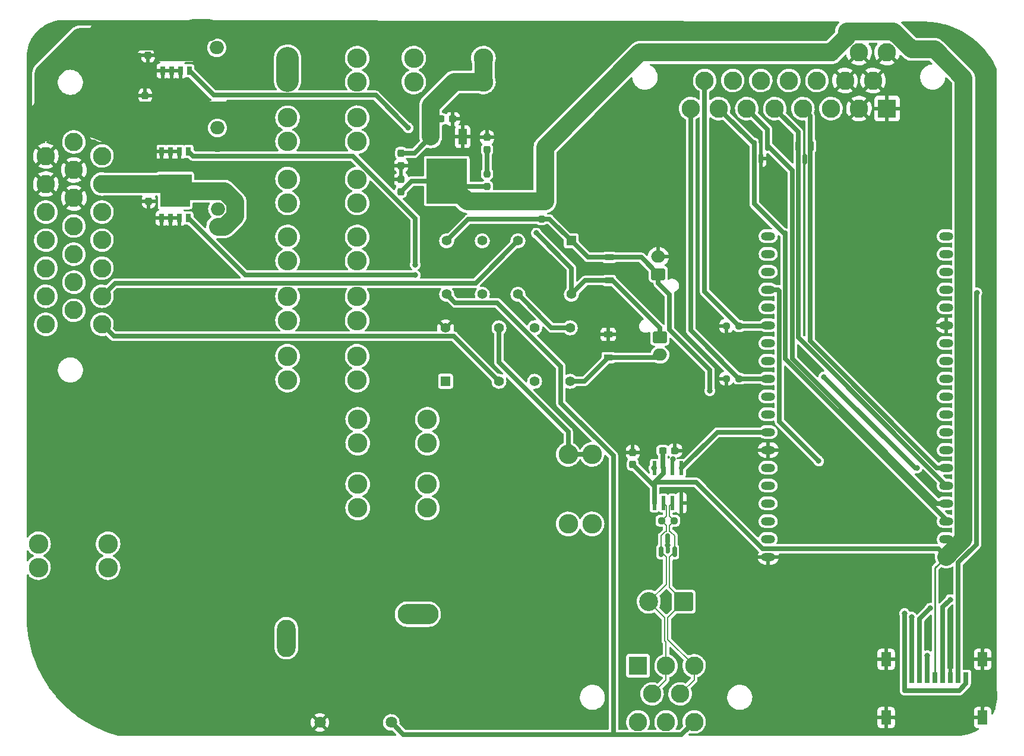
<source format=gbr>
%TF.GenerationSoftware,KiCad,Pcbnew,(6.0.1)*%
%TF.CreationDate,2022-11-29T12:14:00-05:00*%
%TF.ProjectId,rear-control-board,72656172-2d63-46f6-9e74-726f6c2d626f,rev?*%
%TF.SameCoordinates,Original*%
%TF.FileFunction,Copper,L1,Top*%
%TF.FilePolarity,Positive*%
%FSLAX46Y46*%
G04 Gerber Fmt 4.6, Leading zero omitted, Abs format (unit mm)*
G04 Created by KiCad (PCBNEW (6.0.1)) date 2022-11-29 12:14:00*
%MOMM*%
%LPD*%
G01*
G04 APERTURE LIST*
G04 Aperture macros list*
%AMRoundRect*
0 Rectangle with rounded corners*
0 $1 Rounding radius*
0 $2 $3 $4 $5 $6 $7 $8 $9 X,Y pos of 4 corners*
0 Add a 4 corners polygon primitive as box body*
4,1,4,$2,$3,$4,$5,$6,$7,$8,$9,$2,$3,0*
0 Add four circle primitives for the rounded corners*
1,1,$1+$1,$2,$3*
1,1,$1+$1,$4,$5*
1,1,$1+$1,$6,$7*
1,1,$1+$1,$8,$9*
0 Add four rect primitives between the rounded corners*
20,1,$1+$1,$2,$3,$4,$5,0*
20,1,$1+$1,$4,$5,$6,$7,0*
20,1,$1+$1,$6,$7,$8,$9,0*
20,1,$1+$1,$8,$9,$2,$3,0*%
%AMFreePoly0*
4,1,9,2.975000,-2.350000,1.425000,-2.350000,1.425000,-2.100000,-1.650000,-2.100000,-1.650000,2.100000,1.425000,2.100000,1.425000,2.350000,2.975000,2.350000,2.975000,-2.350000,2.975000,-2.350000,$1*%
G04 Aperture macros list end*
%TA.AperFunction,SMDPad,CuDef*%
%ADD10R,1.200000X2.200000*%
%TD*%
%TA.AperFunction,SMDPad,CuDef*%
%ADD11R,5.800000X6.400000*%
%TD*%
%TA.AperFunction,SMDPad,CuDef*%
%ADD12R,1.200000X0.900000*%
%TD*%
%TA.AperFunction,SMDPad,CuDef*%
%ADD13RoundRect,0.237500X-0.237500X0.300000X-0.237500X-0.300000X0.237500X-0.300000X0.237500X0.300000X0*%
%TD*%
%TA.AperFunction,ComponentPad*%
%ADD14C,2.780000*%
%TD*%
%TA.AperFunction,SMDPad,CuDef*%
%ADD15R,0.800000X1.500000*%
%TD*%
%TA.AperFunction,SMDPad,CuDef*%
%ADD16R,1.450000X2.000000*%
%TD*%
%TA.AperFunction,SMDPad,CuDef*%
%ADD17RoundRect,0.237500X-0.300000X-0.237500X0.300000X-0.237500X0.300000X0.237500X-0.300000X0.237500X0*%
%TD*%
%TA.AperFunction,SMDPad,CuDef*%
%ADD18RoundRect,0.041300X-0.253700X0.943700X-0.253700X-0.943700X0.253700X-0.943700X0.253700X0.943700X0*%
%TD*%
%TA.AperFunction,ComponentPad*%
%ADD19R,1.400000X1.400000*%
%TD*%
%TA.AperFunction,ComponentPad*%
%ADD20C,1.400000*%
%TD*%
%TA.AperFunction,ComponentPad*%
%ADD21RoundRect,0.250000X0.750000X-0.600000X0.750000X0.600000X-0.750000X0.600000X-0.750000X-0.600000X0*%
%TD*%
%TA.AperFunction,ComponentPad*%
%ADD22O,2.000000X1.700000*%
%TD*%
%TA.AperFunction,ComponentPad*%
%ADD23O,2.000000X1.905000*%
%TD*%
%TA.AperFunction,ComponentPad*%
%ADD24R,2.000000X1.905000*%
%TD*%
%TA.AperFunction,ComponentPad*%
%ADD25R,2.000000X1.200000*%
%TD*%
%TA.AperFunction,ComponentPad*%
%ADD26O,2.000000X1.200000*%
%TD*%
%TA.AperFunction,ComponentPad*%
%ADD27C,1.635000*%
%TD*%
%TA.AperFunction,ComponentPad*%
%ADD28O,2.670000X5.340000*%
%TD*%
%TA.AperFunction,ComponentPad*%
%ADD29O,5.850000X2.925000*%
%TD*%
%TA.AperFunction,ComponentPad*%
%ADD30R,2.625000X2.625000*%
%TD*%
%TA.AperFunction,ComponentPad*%
%ADD31C,2.625000*%
%TD*%
%TA.AperFunction,SMDPad,CuDef*%
%ADD32R,0.700000X1.150000*%
%TD*%
%TA.AperFunction,SMDPad,CuDef*%
%ADD33FreePoly0,90.000000*%
%TD*%
%TA.AperFunction,SMDPad,CuDef*%
%ADD34RoundRect,0.237500X-0.237500X0.287500X-0.237500X-0.287500X0.237500X-0.287500X0.237500X0.287500X0*%
%TD*%
%TA.AperFunction,SMDPad,CuDef*%
%ADD35RoundRect,0.237500X0.237500X-0.300000X0.237500X0.300000X-0.237500X0.300000X-0.237500X-0.300000X0*%
%TD*%
%TA.AperFunction,SMDPad,CuDef*%
%ADD36RoundRect,0.150000X0.150000X-0.587500X0.150000X0.587500X-0.150000X0.587500X-0.150000X-0.587500X0*%
%TD*%
%TA.AperFunction,SMDPad,CuDef*%
%ADD37RoundRect,0.237500X0.250000X0.237500X-0.250000X0.237500X-0.250000X-0.237500X0.250000X-0.237500X0*%
%TD*%
%TA.AperFunction,SMDPad,CuDef*%
%ADD38RoundRect,0.150000X-0.150000X0.587500X-0.150000X-0.587500X0.150000X-0.587500X0.150000X0.587500X0*%
%TD*%
%TA.AperFunction,ComponentPad*%
%ADD39RoundRect,0.250000X-0.750000X0.600000X-0.750000X-0.600000X0.750000X-0.600000X0.750000X0.600000X0*%
%TD*%
%TA.AperFunction,SMDPad,CuDef*%
%ADD40RoundRect,0.237500X-0.237500X0.250000X-0.237500X-0.250000X0.237500X-0.250000X0.237500X0.250000X0*%
%TD*%
%TA.AperFunction,SMDPad,CuDef*%
%ADD41RoundRect,0.237500X0.237500X-0.250000X0.237500X0.250000X-0.237500X0.250000X-0.237500X-0.250000X0*%
%TD*%
%TA.AperFunction,ComponentPad*%
%ADD42RoundRect,0.250001X1.099999X1.099999X-1.099999X1.099999X-1.099999X-1.099999X1.099999X-1.099999X0*%
%TD*%
%TA.AperFunction,ComponentPad*%
%ADD43C,2.700000*%
%TD*%
%TA.AperFunction,ViaPad*%
%ADD44C,0.800000*%
%TD*%
%TA.AperFunction,Conductor*%
%ADD45C,3.175000*%
%TD*%
%TA.AperFunction,Conductor*%
%ADD46C,0.635000*%
%TD*%
%TA.AperFunction,Conductor*%
%ADD47C,2.540000*%
%TD*%
%TA.AperFunction,Conductor*%
%ADD48C,0.200000*%
%TD*%
%TA.AperFunction,Conductor*%
%ADD49C,0.254000*%
%TD*%
G04 APERTURE END LIST*
D10*
%TO.P,U2,1,GND*%
%TO.N,GND*%
X121005000Y-78525000D03*
D11*
%TO.P,U2,2,VO*%
%TO.N,VDD*%
X118725000Y-84825000D03*
D10*
%TO.P,U2,3,VI*%
%TO.N,INT_12V*%
X116445000Y-78525000D03*
%TD*%
D12*
%TO.P,D5,1,K*%
%TO.N,/FAULT_LATCHER/IMD_SWITCH*%
X141750000Y-110001115D03*
%TO.P,D5,2,A*%
%TO.N,GND*%
X141750000Y-106701115D03*
%TD*%
D13*
%TO.P,C2,1*%
%TO.N,/PUMP_RTRN_12V*%
X76150000Y-65172500D03*
%TO.P,C2,2*%
%TO.N,GND*%
X76150000Y-66897500D03*
%TD*%
D14*
%TO.P,F1,1*%
%TO.N,+12V*%
X114040000Y-67300000D03*
X114040000Y-70700000D03*
%TO.P,F1,2*%
%TO.N,INT_12V*%
X123960000Y-67300000D03*
X123960000Y-70700000D03*
%TD*%
D15*
%TO.P,J7,1,DAT2*%
%TO.N,/Controller/DAT2*%
X185050000Y-155622500D03*
%TO.P,J7,2,DAT3/CD*%
%TO.N,/Controller/DAT3*%
X186150000Y-155622500D03*
%TO.P,J7,3,CMD*%
%TO.N,/Controller/CMD*%
X187250000Y-155622500D03*
%TO.P,J7,4,VDD*%
%TO.N,VDD*%
X188350000Y-155622500D03*
%TO.P,J7,5,CLK*%
%TO.N,/Controller/CLK*%
X189450000Y-155622500D03*
%TO.P,J7,6,VSS*%
%TO.N,GND*%
X190550000Y-155622500D03*
%TO.P,J7,7,DAT0*%
%TO.N,/Controller/DAT0*%
X191650000Y-155622500D03*
%TO.P,J7,8,DAT1*%
%TO.N,/Controller/DAT1*%
X192750000Y-155622500D03*
D16*
%TO.P,J7,9,SHIELD*%
%TO.N,GND*%
X181375000Y-161322500D03*
X181375000Y-153022500D03*
X195125000Y-153022500D03*
X195125000Y-161322500D03*
%TD*%
D14*
%TO.P,F9,1*%
%TO.N,+12V*%
X106040000Y-118800000D03*
X106040000Y-122200000D03*
%TO.P,F9,2*%
%TO.N,/BRB_LOOP*%
X115960000Y-118800000D03*
X115960000Y-122200000D03*
%TD*%
D17*
%TO.P,C12,1*%
%TO.N,VDD*%
X149525000Y-123250000D03*
%TO.P,C12,2*%
%TO.N,GND*%
X151250000Y-123250000D03*
%TD*%
D18*
%TO.P,U4,1,TXD*%
%TO.N,/Controller/CAN_MISO*%
X152155000Y-125775000D03*
%TO.P,U4,2,GND*%
%TO.N,GND*%
X150885000Y-125775000D03*
%TO.P,U4,3,VDD*%
%TO.N,VDD*%
X149615000Y-125775000D03*
%TO.P,U4,4,RXD*%
%TO.N,/Controller/CAN_MOSI*%
X148345000Y-125775000D03*
%TO.P,U4,5,VL*%
%TO.N,VDD*%
X148345000Y-130725000D03*
%TO.P,U4,6,CANL*%
%TO.N,/CAN_N*%
X149615000Y-130725000D03*
%TO.P,U4,7,CANH*%
%TO.N,/CAN_P*%
X150885000Y-130725000D03*
%TO.P,U4,8,STBY*%
%TO.N,GND*%
X152155000Y-130725000D03*
%TD*%
D19*
%TO.P,K2,1*%
%TO.N,/FAULT_LATCHER/BMS_SWITCH*%
X136500000Y-93351115D03*
D20*
%TO.P,K2,4*%
%TO.N,/FAULT_BMS*%
X128880000Y-93351115D03*
%TO.P,K2,6*%
%TO.N,unconnected-(K2-Pad6)*%
X123800000Y-93351115D03*
%TO.P,K2,8*%
%TO.N,/FAULT_LATCHER/BMS_SWITCH*%
X118720000Y-93351115D03*
%TO.P,K2,9*%
%TO.N,/BRB_RTN*%
X118720000Y-100971115D03*
%TO.P,K2,11*%
%TO.N,unconnected-(K2-Pad11)*%
X123800000Y-100971115D03*
%TO.P,K2,13*%
%TO.N,Net-(K2-Pad13)*%
X128880000Y-100971115D03*
%TO.P,K2,16*%
%TO.N,INT_12V*%
X136500000Y-100971115D03*
%TD*%
D21*
%TO.P,J4,1,Pin_1*%
%TO.N,/FAULT_LATCHER/BMS_SWITCH*%
X148892500Y-98113615D03*
D22*
%TO.P,J4,2,Pin_2*%
%TO.N,GND*%
X148892500Y-95613615D03*
%TD*%
D23*
%TO.P,D11,1,A*%
%TO.N,/FAN_RTRN_12V*%
X86055000Y-79790000D03*
D24*
X86055000Y-74710000D03*
D23*
%TO.P,D11,2,K*%
%TO.N,/FAN_12V*%
X86055000Y-77250000D03*
%TD*%
D25*
%TO.P,U1,1,3V3*%
%TO.N,VDD*%
X189950000Y-138403440D03*
D26*
%TO.P,U1,2,CHIP_PU*%
X189950000Y-135863440D03*
%TO.P,U1,3,SENSOR_VP/GPIO36/ADC1_CH0*%
%TO.N,/WHEEL_L*%
X189950000Y-133323440D03*
%TO.P,U1,4,SENSOR_VN/GPIO39/ADC1_CH3*%
%TO.N,/WHEEL_R*%
X189950000Y-130783440D03*
%TO.P,U1,5,VDET_1/GPIO34/ADC1_CH6*%
%TO.N,/SUSPENSION_L*%
X189950000Y-128243440D03*
%TO.P,U1,6,VDET_2/GPIO35/ADC1_CH7*%
%TO.N,/SUSPENSION_R*%
X189950000Y-125703440D03*
%TO.P,U1,7,32K_XP/GPIO32/ADC1_CH4*%
%TO.N,/Controller/FAULT_IMD*%
X189950000Y-123163440D03*
%TO.P,U1,8,32K_XN/GPIO33/ADC1_CH5*%
%TO.N,/FAULT_LATCHER/BMS_SWITCH*%
X189950000Y-120623440D03*
%TO.P,U1,9,DAC_1/ADC2_CH8/GPIO25*%
%TO.N,/Controller/BRAKE_CTRL*%
X189950000Y-118083440D03*
%TO.P,U1,10,DAC_2/ADC2_CH9/GPIO26*%
%TO.N,/Controller/FAN_CTRL*%
X189950000Y-115543440D03*
%TO.P,U1,11,ADC2_CH7/GPIO27*%
%TO.N,unconnected-(U1-Pad11)*%
X189950000Y-113003440D03*
%TO.P,U1,12,MTMS/GPIO14/ADC2_CH6*%
%TO.N,/Controller/CLK*%
X189950000Y-110463440D03*
%TO.P,U1,13,\u002AMTDI/GPIO12/ADC2_CH5*%
%TO.N,/Controller/DAT2*%
X189950000Y-107923440D03*
%TO.P,U1,14,GND*%
%TO.N,GND*%
X189950000Y-105383440D03*
%TO.P,U1,15,MTCK/GPIO13/ADC2_CH4*%
%TO.N,/Controller/DAT3*%
X189950000Y-102843440D03*
%TO.P,U1,16,SD_DATA2/GPIO9*%
%TO.N,unconnected-(U1-Pad16)*%
X189950000Y-100303440D03*
%TO.P,U1,17,SD_DATA3/GPIO10*%
%TO.N,unconnected-(U1-Pad17)*%
X189950000Y-97763440D03*
%TO.P,U1,18,CMD*%
%TO.N,unconnected-(U1-Pad18)*%
X189950000Y-95223440D03*
%TO.P,U1,19,5V*%
%TO.N,unconnected-(U1-Pad19)*%
X189950000Y-92683440D03*
%TO.P,U1,20,SD_CLK/GPIO6*%
%TO.N,unconnected-(U1-Pad20)*%
X164553680Y-92686160D03*
%TO.P,U1,21,SD_DATA0/GPIO7*%
%TO.N,unconnected-(U1-Pad21)*%
X164553680Y-95226160D03*
%TO.P,U1,22,SD_DATA1/GPIO8*%
%TO.N,unconnected-(U1-Pad22)*%
X164550000Y-97763440D03*
%TO.P,U1,23,\u002AMTDO/GPIO15/ADC2_CH3*%
%TO.N,/Controller/CMD*%
X164550000Y-100303440D03*
%TO.P,U1,24,ADC2_CH2/\u002AGPIO2*%
%TO.N,/Controller/DAT0*%
X164550000Y-102843440D03*
%TO.P,U1,25,\u002AGPIO0/BOOT/ADC2_CH1*%
%TO.N,/WATER_OUT-*%
X164550000Y-105383440D03*
%TO.P,U1,26,ADC2_CH0/GPIO4*%
%TO.N,/Controller/DAT1*%
X164550000Y-107923440D03*
%TO.P,U1,27,GPIO16*%
%TO.N,unconnected-(U1-Pad27)*%
X164550000Y-110463440D03*
%TO.P,U1,28,GPIO17*%
%TO.N,/WATER_IN-*%
X164550000Y-113003440D03*
%TO.P,U1,29,\u002AGPIO5*%
%TO.N,unconnected-(U1-Pad29)*%
X164550000Y-115543440D03*
%TO.P,U1,30,GPIO18*%
%TO.N,/Controller/PUMP_CTRL*%
X164550000Y-118083440D03*
%TO.P,U1,31,GPIO19*%
%TO.N,/Controller/CAN_MISO*%
X164550000Y-120623440D03*
%TO.P,U1,32,GND*%
%TO.N,GND*%
X164550000Y-123163440D03*
%TO.P,U1,33,GPIO21*%
%TO.N,unconnected-(U1-Pad33)*%
X164550000Y-125703440D03*
%TO.P,U1,34,U0RXD/GPIO3*%
%TO.N,unconnected-(U1-Pad34)*%
X164550000Y-128243440D03*
%TO.P,U1,35,U0TXD/GPIO1*%
%TO.N,unconnected-(U1-Pad35)*%
X164550000Y-130783440D03*
%TO.P,U1,36,GPIO22*%
%TO.N,unconnected-(U1-Pad36)*%
X164550000Y-133323440D03*
%TO.P,U1,37,GPIO23*%
%TO.N,/Controller/CAN_MOSI*%
X164550000Y-135863440D03*
%TO.P,U1,38,GND*%
%TO.N,GND*%
X164550000Y-138403440D03*
%TD*%
D27*
%TO.P,K1,1*%
%TO.N,/BRB_RTN*%
X110815000Y-162010000D03*
%TO.P,K1,2*%
%TO.N,GND*%
X100655000Y-162010000D03*
D28*
%TO.P,K1,3*%
%TO.N,/BATT_12V*%
X95875000Y-150000000D03*
D29*
%TO.P,K1,4*%
%TO.N,+12V*%
X114625000Y-146570000D03*
%TD*%
D14*
%TO.P,F4,1*%
%TO.N,+12V*%
X105960000Y-96200000D03*
X105960000Y-92800000D03*
%TO.P,F4,2*%
%TO.N,/FRONT_12*%
X96040000Y-92800000D03*
X96040000Y-96200000D03*
%TD*%
D30*
%TO.P,J3,1,Pin_1*%
%TO.N,/BRB_LOOP*%
X146000000Y-153937500D03*
D31*
%TO.P,J3,2,Pin_2*%
%TO.N,/CAN_N*%
X150000000Y-153937500D03*
%TO.P,J3,3,Pin_3*%
%TO.N,/CAN_P*%
X154000000Y-153937500D03*
%TO.P,J3,4,Pin_4*%
%TO.N,/CAN_N*%
X148000000Y-157937500D03*
%TO.P,J3,5,Pin_5*%
%TO.N,/CAN_P*%
X152000000Y-157937500D03*
%TO.P,J3,6,Pin_6*%
%TO.N,/RINE_12*%
X146000000Y-161937500D03*
%TO.P,J3,7,Pin_7*%
%TO.N,/TSV*%
X150000000Y-161937500D03*
%TO.P,J3,8,Pin_8*%
%TO.N,/BRB_RTN*%
X154000000Y-161937500D03*
%TD*%
D32*
%TO.P,Q3,1,S*%
%TO.N,GND*%
X78090000Y-90120000D03*
%TO.P,Q3,2,S*%
X79360000Y-90120000D03*
%TO.P,Q3,3,S*%
X80640000Y-90120000D03*
%TO.P,Q3,4,G*%
%TO.N,/Controller/PUMP_CTRL*%
X81910000Y-90120000D03*
D33*
%TO.P,Q3,5,D*%
%TO.N,/BRAKE_RTRN_12V*%
X80000000Y-86850000D03*
%TD*%
D32*
%TO.P,Q2,1,S*%
%TO.N,GND*%
X78090000Y-80585000D03*
%TO.P,Q2,2,S*%
X79360000Y-80585000D03*
%TO.P,Q2,3,S*%
X80640000Y-80585000D03*
%TO.P,Q2,4,G*%
%TO.N,/Controller/BRAKE_CTRL*%
X81910000Y-80585000D03*
D33*
%TO.P,Q2,5,D*%
%TO.N,/FAN_RTRN_12V*%
X80000000Y-77315000D03*
%TD*%
D34*
%TO.P,D1,1,K*%
%TO.N,INT_12V*%
X112225000Y-80850000D03*
%TO.P,D1,2,A*%
%TO.N,GND*%
X112225000Y-82600000D03*
%TD*%
D14*
%TO.P,F8,1*%
%TO.N,+12V*%
X105960000Y-84550000D03*
X105960000Y-87950000D03*
%TO.P,F8,2*%
%TO.N,/BRAKE_12V*%
X96040000Y-84550000D03*
X96040000Y-87950000D03*
%TD*%
D24*
%TO.P,D10,1,A*%
%TO.N,/BRAKE_RTRN_12V*%
X86095000Y-86265000D03*
D23*
X86095000Y-91345000D03*
%TO.P,D10,2,K*%
%TO.N,/BRAKE_12V*%
X86095000Y-88805000D03*
%TD*%
D35*
%TO.P,C4,1*%
%TO.N,VDD*%
X112225000Y-86337500D03*
%TO.P,C4,2*%
%TO.N,GND*%
X112225000Y-84612500D03*
%TD*%
%TO.P,C8,1*%
%TO.N,VDD*%
X145250000Y-125225000D03*
%TO.P,C8,2*%
%TO.N,GND*%
X145250000Y-123500000D03*
%TD*%
D12*
%TO.P,D4,1,K*%
%TO.N,INT_12V*%
X141917500Y-99013615D03*
%TO.P,D4,2,A*%
%TO.N,/FAULT_LATCHER/BMS_SWITCH*%
X141917500Y-95713615D03*
%TD*%
D14*
%TO.P,F7,1*%
%TO.N,+12V*%
X105960000Y-104700000D03*
X105960000Y-101300000D03*
%TO.P,F7,2*%
%TO.N,/HVB_12*%
X96040000Y-104700000D03*
X96040000Y-101300000D03*
%TD*%
D36*
%TO.P,D9,1,K*%
%TO.N,/CAN_N*%
X149300000Y-137687500D03*
%TO.P,D9,2,K*%
%TO.N,/CAN_P*%
X151200000Y-137687500D03*
%TO.P,D9,3,A*%
%TO.N,GND*%
X150250000Y-135812500D03*
%TD*%
D37*
%TO.P,R4,1*%
%TO.N,/WATER_OUT-*%
X160412500Y-105500000D03*
%TO.P,R4,2*%
%TO.N,GND*%
X158587500Y-105500000D03*
%TD*%
D38*
%TO.P,D6,1,K*%
%TO.N,/SUSPENSION_R*%
X170700000Y-79812500D03*
%TO.P,D6,2,K*%
%TO.N,/SUSPENSION_L*%
X168800000Y-79812500D03*
%TO.P,D6,3,A*%
%TO.N,GND*%
X169750000Y-81687500D03*
%TD*%
D35*
%TO.P,C13,1*%
%TO.N,/FAN_RTRN_12V*%
X75750000Y-74362500D03*
%TO.P,C13,2*%
%TO.N,GND*%
X75750000Y-72637500D03*
%TD*%
D14*
%TO.P,F10,1*%
%TO.N,/SSOK*%
X136050000Y-123790000D03*
X139450000Y-123790000D03*
%TO.P,F10,2*%
%TO.N,/TSV*%
X139450000Y-133710000D03*
X136050000Y-133710000D03*
%TD*%
D37*
%TO.P,R6,1*%
%TO.N,/CAN_P*%
X151162500Y-133250000D03*
%TO.P,R6,2*%
%TO.N,/CAN_N*%
X149337500Y-133250000D03*
%TD*%
D14*
%TO.P,F6,1*%
%TO.N,+12V*%
X105960000Y-67300000D03*
X105960000Y-70700000D03*
%TO.P,F6,2*%
%TO.N,/PUMP_12V*%
X96040000Y-70700000D03*
X96040000Y-67300000D03*
%TD*%
D39*
%TO.P,J5,1,Pin_1*%
%TO.N,INT_12V*%
X149117500Y-107101115D03*
D22*
%TO.P,J5,2,Pin_2*%
%TO.N,/FAULT_LATCHER/IMD_SWITCH*%
X149117500Y-109601115D03*
%TD*%
D14*
%TO.P,F11,1*%
%TO.N,/charge-controller/dcdc_fuse*%
X70460000Y-136550000D03*
X70460000Y-139950000D03*
%TO.P,F11,2*%
%TO.N,/DCDC_IN*%
X60540000Y-139950000D03*
X60540000Y-136550000D03*
%TD*%
%TO.P,F2,1*%
%TO.N,+12V*%
X105960000Y-75800000D03*
X105960000Y-79200000D03*
%TO.P,F2,2*%
%TO.N,/FAN_12V*%
X96040000Y-79200000D03*
X96040000Y-75800000D03*
%TD*%
D19*
%TO.P,K3,1*%
%TO.N,/FAULT_LATCHER/IMD_SWITCH*%
X118560000Y-113376115D03*
D20*
%TO.P,K3,4*%
%TO.N,/FAULT_IMD*%
X126180000Y-113376115D03*
%TO.P,K3,6*%
%TO.N,unconnected-(K3-Pad6)*%
X131260000Y-113376115D03*
%TO.P,K3,8*%
%TO.N,/FAULT_LATCHER/IMD_SWITCH*%
X136340000Y-113376115D03*
%TO.P,K3,9*%
%TO.N,Net-(K2-Pad13)*%
X136340000Y-105756115D03*
%TO.P,K3,11*%
%TO.N,unconnected-(K3-Pad11)*%
X131260000Y-105756115D03*
%TO.P,K3,13*%
%TO.N,/SSOK*%
X126180000Y-105756115D03*
%TO.P,K3,16*%
%TO.N,GND*%
X118560000Y-105756115D03*
%TD*%
D32*
%TO.P,Q4,1,S*%
%TO.N,GND*%
X78240000Y-69120000D03*
%TO.P,Q4,2,S*%
X79510000Y-69120000D03*
%TO.P,Q4,3,S*%
X80790000Y-69120000D03*
%TO.P,Q4,4,G*%
%TO.N,/Controller/FAN_CTRL*%
X82060000Y-69120000D03*
D33*
%TO.P,Q4,5,D*%
%TO.N,/PUMP_RTRN_12V*%
X80150000Y-65850000D03*
%TD*%
D13*
%TO.P,C3,1*%
%TO.N,/BRAKE_RTRN_12V*%
X76250000Y-85987500D03*
%TO.P,C3,2*%
%TO.N,GND*%
X76250000Y-87712500D03*
%TD*%
D30*
%TO.P,J1,1,Pin_1*%
%TO.N,/FAN_RTRN_12V*%
X69587500Y-77250000D03*
D31*
%TO.P,J1,2,Pin_2*%
%TO.N,/FAN_12V*%
X69587500Y-81250000D03*
%TO.P,J1,3,Pin_3*%
%TO.N,/BRAKE_RTRN_12V*%
X69587500Y-85250000D03*
%TO.P,J1,4,Pin_4*%
%TO.N,/BRAKE_12V*%
X69587500Y-89250000D03*
%TO.P,J1,5,Pin_5*%
%TO.N,/HVB_12*%
X69587500Y-93250000D03*
%TO.P,J1,6,Pin_6*%
%TO.N,BMS_12V*%
X69587500Y-97250000D03*
%TO.P,J1,7,Pin_7*%
%TO.N,/FAULT_BMS*%
X69587500Y-101250000D03*
%TO.P,J1,8,Pin_8*%
%TO.N,/FAULT_IMD*%
X69587500Y-105250000D03*
%TO.P,J1,9,Pin_9*%
%TO.N,/PUMP_12V*%
X65587500Y-79250000D03*
%TO.P,J1,10,Pin_10*%
%TO.N,GND*%
X65587500Y-83250000D03*
%TO.P,J1,11,Pin_11*%
X65587500Y-87250000D03*
%TO.P,J1,12,Pin_12*%
%TO.N,/BATT_12V*%
X65587500Y-91250000D03*
%TO.P,J1,13,Pin_13*%
X65587500Y-95250000D03*
%TO.P,J1,14,Pin_14*%
X65587500Y-99250000D03*
%TO.P,J1,15,Pin_15*%
X65587500Y-103250000D03*
%TO.P,J1,16,Pin_16*%
%TO.N,/PUMP_RTRN_12V*%
X61587500Y-77250000D03*
%TO.P,J1,17,Pin_17*%
%TO.N,GND*%
X61587500Y-81250000D03*
%TO.P,J1,18,Pin_18*%
X61587500Y-85250000D03*
%TO.P,J1,19,Pin_19*%
%TO.N,/FRONT_12*%
X61587500Y-89250000D03*
%TO.P,J1,20,Pin_20*%
%TO.N,/DCDC_IN*%
X61587500Y-93250000D03*
%TO.P,J1,21,Pin_21*%
X61587500Y-97250000D03*
%TO.P,J1,22,Pin_22*%
X61587500Y-101250000D03*
%TO.P,J1,23,Pin_23*%
X61587500Y-105250000D03*
%TD*%
D37*
%TO.P,R7,1*%
%TO.N,/WATER_IN-*%
X160412500Y-113000000D03*
%TO.P,R7,2*%
%TO.N,GND*%
X158587500Y-113000000D03*
%TD*%
D14*
%TO.P,F5,1*%
%TO.N,+12V*%
X105960000Y-109800000D03*
X105960000Y-113200000D03*
%TO.P,F5,2*%
%TO.N,BMS_12V*%
X96040000Y-113200000D03*
X96040000Y-109800000D03*
%TD*%
D40*
%TO.P,R3,1*%
%TO.N,VDD*%
X132250000Y-88438615D03*
%TO.P,R3,2*%
%TO.N,/FAULT_LATCHER/BMS_SWITCH*%
X132250000Y-90263615D03*
%TD*%
D17*
%TO.P,C1,1*%
%TO.N,INT_12V*%
X117862500Y-75975000D03*
%TO.P,C1,2*%
%TO.N,GND*%
X119587500Y-75975000D03*
%TD*%
D14*
%TO.P,F3,1*%
%TO.N,+12V*%
X106040000Y-128050000D03*
X106040000Y-131450000D03*
%TO.P,F3,2*%
%TO.N,/RINE_12*%
X115960000Y-128050000D03*
X115960000Y-131450000D03*
%TD*%
D41*
%TO.P,R2,1*%
%TO.N,VDD*%
X124475000Y-85637500D03*
%TO.P,R2,2*%
%TO.N,Net-(D8-Pad2)*%
X124475000Y-83812500D03*
%TD*%
D30*
%TO.P,J2,1,Pin_1*%
%TO.N,GND*%
X181500000Y-74500000D03*
D31*
%TO.P,J2,2,Pin_2*%
X177500000Y-74500000D03*
%TO.P,J2,3,Pin_3*%
%TO.N,unconnected-(J2-Pad3)*%
X173500000Y-74500000D03*
%TO.P,J2,4,Pin_4*%
%TO.N,/SUSPENSION_R*%
X169500000Y-74500000D03*
%TO.P,J2,5,Pin_5*%
%TO.N,/SUSPENSION_L*%
X165500000Y-74500000D03*
%TO.P,J2,6,Pin_6*%
%TO.N,/WHEEL_R*%
X161500000Y-74500000D03*
%TO.P,J2,7,Pin_7*%
%TO.N,/WHEEL_L*%
X157500000Y-74500000D03*
%TO.P,J2,8,Pin_8*%
%TO.N,/WATER_IN-*%
X153500000Y-74500000D03*
%TO.P,J2,9,Pin_9*%
%TO.N,GND*%
X179500000Y-70500000D03*
%TO.P,J2,10,Pin_10*%
X175500000Y-70500000D03*
%TO.P,J2,11,Pin_11*%
%TO.N,unconnected-(J2-Pad11)*%
X171500000Y-70500000D03*
%TO.P,J2,12,Pin_12*%
%TO.N,unconnected-(J2-Pad12)*%
X167500000Y-70500000D03*
%TO.P,J2,13,Pin_13*%
%TO.N,unconnected-(J2-Pad13)*%
X163500000Y-70500000D03*
%TO.P,J2,14,Pin_14*%
%TO.N,unconnected-(J2-Pad14)*%
X159500000Y-70500000D03*
%TO.P,J2,15,Pin_15*%
%TO.N,/WATER_OUT-*%
X155500000Y-70500000D03*
%TO.P,J2,16,Pin_16*%
%TO.N,GND*%
X181500000Y-66500000D03*
%TO.P,J2,17,Pin_17*%
X177500000Y-66500000D03*
%TO.P,J2,18,Pin_18*%
%TO.N,VDD*%
X173500000Y-66500000D03*
%TO.P,J2,19,Pin_19*%
X169500000Y-66500000D03*
%TO.P,J2,20,Pin_20*%
X165500000Y-66500000D03*
%TO.P,J2,21,Pin_21*%
X161500000Y-66500000D03*
%TO.P,J2,22,Pin_22*%
X157500000Y-66500000D03*
%TO.P,J2,23,Pin_23*%
X153500000Y-66500000D03*
%TD*%
D42*
%TO.P,J6,1,Pin_1*%
%TO.N,/CAN_P*%
X152527500Y-144800000D03*
D43*
%TO.P,J6,2,Pin_2*%
%TO.N,/CAN_N*%
X147527500Y-144800000D03*
%TD*%
D34*
%TO.P,D8,1,K*%
%TO.N,GND*%
X124475000Y-78600000D03*
%TO.P,D8,2,A*%
%TO.N,Net-(D8-Pad2)*%
X124475000Y-80350000D03*
%TD*%
D24*
%TO.P,D12,1,A*%
%TO.N,/PUMP_RTRN_12V*%
X85940000Y-63285000D03*
D23*
X85940000Y-68365000D03*
%TO.P,D12,2,K*%
%TO.N,/PUMP_12V*%
X85940000Y-65825000D03*
%TD*%
D38*
%TO.P,D2,1,K*%
%TO.N,/WHEEL_R*%
X164450000Y-79750000D03*
%TO.P,D2,2,K*%
%TO.N,/WHEEL_L*%
X162550000Y-79750000D03*
%TO.P,D2,3,A*%
%TO.N,GND*%
X163500000Y-81625000D03*
%TD*%
D44*
%TO.N,GND*%
X151000000Y-124500000D03*
X118750000Y-89000000D03*
X132000000Y-121250000D03*
X110750000Y-80500000D03*
X129000000Y-125750000D03*
X173500000Y-120750000D03*
X145500000Y-135250000D03*
X159250000Y-108250000D03*
X131000000Y-131000000D03*
X190500000Y-153000000D03*
X131000000Y-131000000D03*
X110500000Y-78250000D03*
X177500000Y-128750000D03*
X125750000Y-120750000D03*
X113250000Y-112250000D03*
X150250000Y-136750000D03*
%TO.N,INT_12V*%
X116445000Y-78525000D03*
X131500000Y-92250000D03*
%TO.N,/Controller/FAN_CTRL*%
X113250000Y-77250000D03*
%TO.N,/Controller/PUMP_CTRL*%
X114250000Y-98250000D03*
%TO.N,/Controller/BRAKE_CTRL*%
X114250000Y-96750000D03*
%TO.N,/Controller/CAN_MOSI*%
X148250000Y-125750000D03*
%TO.N,/Controller/DAT2*%
X185000000Y-147000000D03*
%TO.N,/Controller/DAT3*%
X187623500Y-145750000D03*
%TO.N,/Controller/CMD*%
X187250000Y-152500000D03*
X171750000Y-124750000D03*
%TO.N,/Controller/CLK*%
X190500000Y-144500000D03*
%TO.N,/Controller/DAT0*%
X194289020Y-100750000D03*
%TO.N,/Controller/DAT1*%
X184000000Y-146500000D03*
X172500000Y-112750000D03*
X185750000Y-125750000D03*
%TO.N,/FAULT_LATCHER/BMS_SWITCH*%
X156250000Y-114750000D03*
%TD*%
D45*
%TO.N,/PUMP_RTRN_12V*%
X80150000Y-65850000D02*
X78872980Y-64572980D01*
X82689297Y-63310703D02*
X84748777Y-63315161D01*
X61587500Y-69566094D02*
X61587500Y-77250000D01*
X80150000Y-65850000D02*
X82689297Y-63310703D01*
X78872980Y-64572980D02*
X66580614Y-64572980D01*
X66580614Y-64572980D02*
X61587500Y-69566094D01*
D46*
%TO.N,INT_12V*%
X117862500Y-75975000D02*
X116975000Y-75975000D01*
X141917500Y-99013615D02*
X138457500Y-99013615D01*
X138457500Y-99013615D02*
X136500000Y-100971115D01*
X116975000Y-75975000D02*
X116445000Y-75445000D01*
X136500000Y-97250000D02*
X131500000Y-92250000D01*
D47*
X116445000Y-74055000D02*
X116445000Y-75445000D01*
X119800000Y-70700000D02*
X116445000Y-74055000D01*
D46*
X114120000Y-80850000D02*
X116445000Y-78525000D01*
X141917500Y-99013615D02*
X142351129Y-99013615D01*
X136500000Y-100971115D02*
X136500000Y-97250000D01*
D47*
X116445000Y-75445000D02*
X116445000Y-78525000D01*
X123960000Y-67300000D02*
X123960000Y-70700000D01*
D46*
X112225000Y-80850000D02*
X114120000Y-80850000D01*
X149117500Y-105779986D02*
X149117500Y-107101115D01*
X142351129Y-99013615D02*
X149117500Y-105779986D01*
D47*
X123960000Y-70700000D02*
X119800000Y-70700000D01*
D46*
%TO.N,/FAULT_LATCHER/IMD_SWITCH*%
X141750000Y-110001115D02*
X148717500Y-110001115D01*
X136340000Y-113376115D02*
X138375000Y-113376115D01*
X138375000Y-113376115D02*
X141750000Y-110001115D01*
X148717500Y-110001115D02*
X149117500Y-109601115D01*
D45*
%TO.N,/PUMP_12V*%
X96040000Y-67300000D02*
X96040000Y-70502491D01*
D47*
%TO.N,/BRAKE_RTRN_12V*%
X88564520Y-89808233D02*
X88564520Y-87801767D01*
X80585000Y-86265000D02*
X86095000Y-86265000D01*
X86095000Y-91345000D02*
X87027753Y-91345000D01*
X78400000Y-85250000D02*
X80000000Y-86850000D01*
X87027753Y-91345000D02*
X88564520Y-89808233D01*
X69587500Y-85250000D02*
X78400000Y-85250000D01*
X87027753Y-86265000D02*
X81515000Y-86265000D01*
X80000000Y-86850000D02*
X80585000Y-86265000D01*
X88564520Y-87801767D02*
X87027753Y-86265000D01*
D46*
%TO.N,/FAULT_BMS*%
X69587500Y-101250000D02*
X71444511Y-99392989D01*
X71444511Y-99392989D02*
X122838126Y-99392989D01*
X122838126Y-99392989D02*
X128880000Y-93351115D01*
%TO.N,/FAULT_IMD*%
X69587500Y-105250000D02*
X71310626Y-106973126D01*
X119777011Y-106973126D02*
X126180000Y-113376115D01*
X71310626Y-106973126D02*
X119777011Y-106973126D01*
%TO.N,/BRB_RTN*%
X118720000Y-100971115D02*
X119937011Y-102188126D01*
X142482989Y-123982989D02*
X142482989Y-163767011D01*
X154000000Y-161937500D02*
X152170489Y-163767011D01*
X112572011Y-163767011D02*
X110815000Y-162010000D01*
X135000000Y-116500000D02*
X142482989Y-123982989D01*
X152170489Y-163767011D02*
X142482989Y-163767011D01*
X135000000Y-111250000D02*
X135000000Y-116500000D01*
X119937011Y-102188126D02*
X125938126Y-102188126D01*
X142482989Y-163767011D02*
X112572011Y-163767011D01*
X125938126Y-102188126D02*
X135000000Y-111250000D01*
%TO.N,/WHEEL_L*%
X162550000Y-79750000D02*
X162550000Y-88050000D01*
X167000000Y-92250000D02*
X167000000Y-110123440D01*
X162550000Y-88050000D02*
X166750000Y-92250000D01*
X157500000Y-74500000D02*
X162550000Y-79550000D01*
X167000000Y-110123440D02*
X190200000Y-133323440D01*
X162550000Y-79550000D02*
X162550000Y-79750000D01*
%TO.N,/WHEEL_R*%
X188590190Y-130783440D02*
X189950000Y-130783440D01*
X168000000Y-83300000D02*
X168000000Y-110193250D01*
X164450000Y-79750000D02*
X168000000Y-83300000D01*
X161500000Y-74500000D02*
X164450000Y-77450000D01*
X164450000Y-77450000D02*
X164450000Y-79750000D01*
X168000000Y-110193250D02*
X188590190Y-130783440D01*
%TO.N,/SUSPENSION_L*%
X168834520Y-77834520D02*
X168834520Y-107127960D01*
X168834520Y-107127960D02*
X189950000Y-128243440D01*
X165500000Y-74500000D02*
X168834520Y-77834520D01*
%TO.N,/SUSPENSION_R*%
X170500000Y-107613250D02*
X188590190Y-125703440D01*
X170500000Y-75500000D02*
X170500000Y-107613250D01*
X169500000Y-74500000D02*
X170500000Y-75500000D01*
X188590190Y-125703440D02*
X189950000Y-125703440D01*
D48*
%TO.N,/CAN_P*%
X154000000Y-155937500D02*
X152000000Y-157937500D01*
X150475001Y-142747501D02*
X152527500Y-144800000D01*
X150475001Y-134775480D02*
X150586197Y-134775480D01*
X150586197Y-134775480D02*
X150655359Y-134844641D01*
X150475001Y-132562501D02*
X151162500Y-133250000D01*
X150475001Y-133937499D02*
X150475001Y-134775480D01*
X154000000Y-153937500D02*
X154000000Y-155937500D01*
X151162500Y-133250000D02*
X150475001Y-133937499D01*
X150475001Y-138412499D02*
X150475001Y-142747501D01*
X151200000Y-135389282D02*
X150655359Y-134844641D01*
X150475001Y-131134999D02*
X150475001Y-132562501D01*
X150655359Y-134844641D02*
X150849520Y-135038803D01*
X150252501Y-147074999D02*
X150252501Y-150190001D01*
X151200000Y-137687500D02*
X150475001Y-138412499D01*
X152527500Y-144800000D02*
X150252501Y-147074999D01*
X150885000Y-130725000D02*
X150475001Y-131134999D01*
X151200000Y-137687500D02*
X151200000Y-135389282D01*
X150252501Y-150190001D02*
X154000000Y-153937500D01*
%TO.N,/CAN_N*%
X150024999Y-131134999D02*
X150024999Y-132562501D01*
X150000000Y-153937500D02*
X150000000Y-155937500D01*
X149300000Y-137687500D02*
X150024999Y-138412499D01*
X150024999Y-134775480D02*
X149913803Y-134775480D01*
X149802499Y-150376396D02*
X150000000Y-150573897D01*
X147527500Y-144800000D02*
X149802499Y-147074999D01*
X150024999Y-138412499D02*
X150024999Y-142302501D01*
X150024999Y-133937499D02*
X150024999Y-134775480D01*
X150000000Y-155937500D02*
X148000000Y-157937500D01*
X149615000Y-130725000D02*
X150024999Y-131134999D01*
X150024999Y-132562501D02*
X149337500Y-133250000D01*
X149337500Y-133250000D02*
X150024999Y-133937499D01*
X150024999Y-142302501D02*
X147527500Y-144800000D01*
X149300000Y-137687500D02*
X149300000Y-135389283D01*
X149802499Y-147074999D02*
X149802499Y-150376396D01*
X149300000Y-135389283D02*
X149913803Y-134775480D01*
X150000000Y-150573897D02*
X150000000Y-153937500D01*
D46*
%TO.N,VDD*%
X145250000Y-125250000D02*
X148345000Y-128345000D01*
X149525000Y-125685000D02*
X149615000Y-125775000D01*
D47*
X153500000Y-66500000D02*
X146265107Y-66500000D01*
X182434359Y-63500000D02*
X185000000Y-66065641D01*
D46*
X145250000Y-125225000D02*
X145250000Y-125250000D01*
X112225000Y-86337500D02*
X113737500Y-84825000D01*
X148345000Y-127761983D02*
X149615000Y-126491983D01*
X188832980Y-137286420D02*
X189950000Y-138403440D01*
D47*
X175750000Y-64250000D02*
X175750000Y-63500000D01*
X153500000Y-66500000D02*
X173500000Y-66500000D01*
D46*
X163786420Y-137286420D02*
X188832980Y-137286420D01*
D47*
X132750000Y-87750000D02*
X121650000Y-87750000D01*
X173500000Y-66500000D02*
X175750000Y-64250000D01*
D46*
X148345000Y-128345000D02*
X148345000Y-127761983D01*
D49*
X188350000Y-140003440D02*
X189950000Y-138403440D01*
D46*
X148345000Y-130725000D02*
X148345000Y-128345000D01*
X149525000Y-123250000D02*
X149525000Y-125685000D01*
D47*
X192419520Y-135933920D02*
X189950000Y-138403440D01*
X188300534Y-66065641D02*
X192419520Y-70184627D01*
D46*
X154261983Y-127761983D02*
X163786420Y-137286420D01*
X119537500Y-85637500D02*
X118725000Y-84825000D01*
X124475000Y-85637500D02*
X119537500Y-85637500D01*
D47*
X192419520Y-70184627D02*
X192419520Y-135933920D01*
D46*
X148345000Y-127761983D02*
X154261983Y-127761983D01*
X113737500Y-84825000D02*
X118725000Y-84825000D01*
D47*
X132750000Y-80015107D02*
X132750000Y-87750000D01*
X185000000Y-66065641D02*
X188300534Y-66065641D01*
X146265107Y-66500000D02*
X132750000Y-80015107D01*
D49*
X188350000Y-155622500D02*
X188350000Y-140003440D01*
D47*
X175750000Y-63500000D02*
X182434359Y-63500000D01*
D46*
X149615000Y-126491983D02*
X149615000Y-125775000D01*
D47*
X121650000Y-87750000D02*
X118725000Y-84825000D01*
D45*
%TO.N,/FAN_RTRN_12V*%
X69652500Y-77315000D02*
X69587500Y-77250000D01*
X80000000Y-77315000D02*
X69652500Y-77315000D01*
X80000000Y-77315000D02*
X78065000Y-77315000D01*
D46*
%TO.N,Net-(D8-Pad2)*%
X124475000Y-80350000D02*
X124475000Y-83812500D01*
%TO.N,/SSOK*%
X136050000Y-123790000D02*
X136050000Y-122450000D01*
X137390000Y-123790000D02*
X136050000Y-122450000D01*
X136050000Y-122450000D02*
X136050000Y-120550000D01*
X136050000Y-120550000D02*
X126180000Y-110680000D01*
X126180000Y-110680000D02*
X126180000Y-105756115D01*
X139450000Y-123790000D02*
X137390000Y-123790000D01*
%TO.N,/Controller/FAN_CTRL*%
X82060000Y-69120000D02*
X85547011Y-72607011D01*
X85547011Y-72607011D02*
X108607011Y-72607011D01*
X108607011Y-72607011D02*
X113250000Y-77250000D01*
%TO.N,/Controller/PUMP_CTRL*%
X90040000Y-98250000D02*
X114250000Y-98250000D01*
X81910000Y-90120000D02*
X90040000Y-98250000D01*
%TO.N,/Controller/BRAKE_CTRL*%
X81910000Y-80585000D02*
X82584520Y-81259520D01*
X82584520Y-81259520D02*
X105366442Y-81259520D01*
X114250000Y-90143078D02*
X114250000Y-96750000D01*
X105366442Y-81259520D02*
X114250000Y-90143078D01*
%TO.N,/Controller/CAN_MISO*%
X152155000Y-125775000D02*
X157306560Y-120623440D01*
X157306560Y-120623440D02*
X164550000Y-120623440D01*
%TO.N,/WATER_OUT-*%
X160412500Y-105500000D02*
X155500000Y-100587500D01*
X160412500Y-105500000D02*
X164433440Y-105500000D01*
X164433440Y-105500000D02*
X164550000Y-105383440D01*
X155500000Y-100587500D02*
X155500000Y-70500000D01*
%TO.N,/Controller/CAN_MOSI*%
X148275000Y-125775000D02*
X148250000Y-125750000D01*
X148345000Y-125775000D02*
X148275000Y-125775000D01*
%TO.N,/WATER_IN-*%
X160412500Y-113000000D02*
X153500000Y-106087500D01*
X153500000Y-106087500D02*
X153500000Y-74500000D01*
X164546560Y-113000000D02*
X164550000Y-113003440D01*
X160412500Y-113000000D02*
X164546560Y-113000000D01*
%TO.N,Net-(K2-Pad13)*%
X133665000Y-105756115D02*
X128880000Y-100971115D01*
X136340000Y-105756115D02*
X133665000Y-105756115D01*
%TO.N,/Controller/DAT2*%
X185050000Y-155622500D02*
X185050000Y-147050000D01*
X185050000Y-147050000D02*
X185000000Y-147000000D01*
%TO.N,/Controller/DAT3*%
X186150000Y-147223500D02*
X187623500Y-145750000D01*
X186150000Y-155622500D02*
X186150000Y-147223500D01*
%TO.N,/Controller/CMD*%
X171750000Y-124750000D02*
X166165480Y-119165480D01*
X166165480Y-119165480D02*
X166165480Y-100500000D01*
X165968920Y-100303440D02*
X164550000Y-100303440D01*
X187250000Y-155622500D02*
X187250000Y-152500000D01*
X166165480Y-100500000D02*
X165968920Y-100303440D01*
%TO.N,/Controller/CLK*%
X189450000Y-155622500D02*
X189450000Y-145550000D01*
X189450000Y-145550000D02*
X190500000Y-144500000D01*
%TO.N,/Controller/DAT0*%
X191650000Y-155622500D02*
X191650000Y-139230668D01*
X194250000Y-136630668D02*
X194250000Y-100789020D01*
X194250000Y-100789020D02*
X194289020Y-100750000D01*
X191650000Y-139230668D02*
X194250000Y-136630668D01*
%TO.N,/Controller/DAT1*%
X191750000Y-157500000D02*
X192750000Y-156500000D01*
X172500000Y-112750000D02*
X185500000Y-125750000D01*
X185500000Y-125750000D02*
X185750000Y-125750000D01*
X184000000Y-146500000D02*
X184000000Y-157500000D01*
X184000000Y-157500000D02*
X191750000Y-157500000D01*
%TO.N,/FAULT_LATCHER/BMS_SWITCH*%
X138862500Y-95713615D02*
X136500000Y-93351115D01*
X133412500Y-90263615D02*
X136500000Y-93351115D01*
X148892500Y-98113615D02*
X146492500Y-95713615D01*
X141917500Y-95713615D02*
X138862500Y-95713615D01*
X146492500Y-95713615D02*
X141917500Y-95713615D01*
X148892500Y-99434744D02*
X148892500Y-98113615D01*
X150500000Y-101042244D02*
X148892500Y-99434744D01*
X156250000Y-111798885D02*
X150500000Y-106048885D01*
X156250000Y-114750000D02*
X156250000Y-111798885D01*
X132250000Y-90263615D02*
X121807500Y-90263615D01*
X132250000Y-90263615D02*
X133412500Y-90263615D01*
X121807500Y-90263615D02*
X118720000Y-93351115D01*
X150500000Y-106048885D02*
X150500000Y-101042244D01*
%TD*%
%TA.AperFunction,Conductor*%
%TO.N,/PUMP_RTRN_12V*%
G36*
X87874273Y-61894902D02*
G01*
X87942350Y-61915052D01*
X87988727Y-61968808D01*
X88000000Y-62020902D01*
X88000000Y-70624000D01*
X87979998Y-70692121D01*
X87926342Y-70738614D01*
X87874000Y-70750000D01*
X84817433Y-70750000D01*
X84749312Y-70729998D01*
X84712595Y-70693892D01*
X82760049Y-67765074D01*
X82750000Y-67750000D01*
X77345042Y-67750000D01*
X77276921Y-67729998D01*
X77230428Y-67676342D01*
X77223890Y-67658615D01*
X76990348Y-66841218D01*
X76985500Y-66806603D01*
X76985500Y-66558306D01*
X76970108Y-66441391D01*
X76909852Y-66295920D01*
X76813999Y-66171001D01*
X76814090Y-66170931D01*
X76784441Y-66120543D01*
X76763826Y-66048391D01*
X76750000Y-66000000D01*
X76733727Y-65996745D01*
X76733726Y-65996745D01*
X75875000Y-65825000D01*
X84574485Y-65825000D01*
X84594509Y-66053871D01*
X84595933Y-66059184D01*
X84595933Y-66059186D01*
X84652102Y-66268811D01*
X84653971Y-66275788D01*
X84656293Y-66280768D01*
X84656294Y-66280770D01*
X84731194Y-66441391D01*
X84751066Y-66484007D01*
X84882842Y-66672204D01*
X85045296Y-66834658D01*
X85233493Y-66966434D01*
X85238471Y-66968755D01*
X85238474Y-66968757D01*
X85436730Y-67061206D01*
X85441712Y-67063529D01*
X85447020Y-67064951D01*
X85447022Y-67064952D01*
X85658314Y-67121567D01*
X85658316Y-67121567D01*
X85663629Y-67122991D01*
X85763884Y-67131762D01*
X85832455Y-67137762D01*
X85832462Y-67137762D01*
X85835179Y-67138000D01*
X86044821Y-67138000D01*
X86047538Y-67137762D01*
X86047545Y-67137762D01*
X86116116Y-67131762D01*
X86216371Y-67122991D01*
X86221684Y-67121567D01*
X86221686Y-67121567D01*
X86432978Y-67064952D01*
X86432980Y-67064951D01*
X86438288Y-67063529D01*
X86443270Y-67061206D01*
X86641526Y-66968757D01*
X86641529Y-66968755D01*
X86646507Y-66966434D01*
X86834704Y-66834658D01*
X86997158Y-66672204D01*
X87000318Y-66667692D01*
X87125777Y-66488517D01*
X87125780Y-66488512D01*
X87128934Y-66484008D01*
X87131257Y-66479026D01*
X87131260Y-66479021D01*
X87223706Y-66280770D01*
X87223707Y-66280768D01*
X87226029Y-66275788D01*
X87227899Y-66268811D01*
X87284067Y-66059186D01*
X87284067Y-66059184D01*
X87285491Y-66053871D01*
X87305515Y-65825000D01*
X87285491Y-65596129D01*
X87226029Y-65374212D01*
X87128934Y-65165993D01*
X86997158Y-64977796D01*
X86834704Y-64815342D01*
X86646507Y-64683566D01*
X86641529Y-64681245D01*
X86641526Y-64681243D01*
X86443270Y-64588794D01*
X86443268Y-64588793D01*
X86438288Y-64586471D01*
X86432980Y-64585049D01*
X86432978Y-64585048D01*
X86221686Y-64528433D01*
X86221684Y-64528433D01*
X86216371Y-64527009D01*
X86116116Y-64518238D01*
X86047545Y-64512238D01*
X86047538Y-64512238D01*
X86044821Y-64512000D01*
X85835179Y-64512000D01*
X85832462Y-64512238D01*
X85832455Y-64512238D01*
X85763884Y-64518238D01*
X85663629Y-64527009D01*
X85658316Y-64528433D01*
X85658314Y-64528433D01*
X85447022Y-64585048D01*
X85447020Y-64585049D01*
X85441712Y-64586471D01*
X85436732Y-64588793D01*
X85436730Y-64588794D01*
X85238474Y-64681243D01*
X85238471Y-64681245D01*
X85233493Y-64683566D01*
X85045296Y-64815342D01*
X84882842Y-64977796D01*
X84879685Y-64982304D01*
X84879683Y-64982307D01*
X84754223Y-65161483D01*
X84751066Y-65165992D01*
X84748743Y-65170974D01*
X84748740Y-65170979D01*
X84656294Y-65369230D01*
X84653971Y-65374212D01*
X84594509Y-65596129D01*
X84574485Y-65825000D01*
X75875000Y-65825000D01*
X75847625Y-65819525D01*
X75500000Y-65750000D01*
X69751061Y-71498939D01*
X69748966Y-71500987D01*
X64256883Y-76743429D01*
X64256880Y-76743432D01*
X64250000Y-76750000D01*
X63277778Y-78500000D01*
X63030386Y-78945305D01*
X62979819Y-78995139D01*
X62938061Y-79008848D01*
X61250214Y-79249969D01*
X59562365Y-79491091D01*
X59492101Y-79480923D01*
X59455452Y-79455452D01*
X58896905Y-78896905D01*
X58862879Y-78834593D01*
X58860000Y-78807810D01*
X58860000Y-75302836D01*
X58880002Y-75234715D01*
X58884563Y-75228093D01*
X62103668Y-70859308D01*
X63300333Y-70859308D01*
X63336120Y-71122267D01*
X63410382Y-71377049D01*
X63521487Y-71618055D01*
X63524050Y-71621964D01*
X63664429Y-71836079D01*
X63664433Y-71836084D01*
X63666995Y-71839992D01*
X63843709Y-72037983D01*
X64047747Y-72207680D01*
X64274627Y-72345353D01*
X64278941Y-72347162D01*
X64278943Y-72347163D01*
X64515049Y-72446171D01*
X64515054Y-72446173D01*
X64519364Y-72447980D01*
X64523896Y-72449131D01*
X64523899Y-72449132D01*
X64651914Y-72481643D01*
X64776582Y-72513305D01*
X64997003Y-72535500D01*
X65154878Y-72535500D01*
X65157203Y-72535327D01*
X65157209Y-72535327D01*
X65347502Y-72521186D01*
X65347506Y-72521185D01*
X65352154Y-72520840D01*
X65356702Y-72519811D01*
X65356708Y-72519810D01*
X65545635Y-72477059D01*
X65610994Y-72462270D01*
X65615348Y-72460577D01*
X65853980Y-72367778D01*
X65853982Y-72367777D01*
X65858333Y-72366085D01*
X65898855Y-72342925D01*
X66084682Y-72236717D01*
X66084684Y-72236715D01*
X66088739Y-72234398D01*
X66297149Y-72070100D01*
X66379881Y-71982153D01*
X66475786Y-71880204D01*
X66475788Y-71880201D01*
X66478985Y-71876803D01*
X66563558Y-71754892D01*
X66627592Y-71662587D01*
X66627593Y-71662586D01*
X66630253Y-71658751D01*
X66632320Y-71654560D01*
X66745564Y-71424924D01*
X66745565Y-71424921D01*
X66747629Y-71420736D01*
X66763054Y-71372550D01*
X66827110Y-71172437D01*
X66828535Y-71167986D01*
X66871194Y-70906053D01*
X66874667Y-70640692D01*
X66838880Y-70377733D01*
X66764618Y-70122951D01*
X66653513Y-69881945D01*
X66553351Y-69729172D01*
X66510571Y-69663921D01*
X66510567Y-69663916D01*
X66508005Y-69660008D01*
X66331291Y-69462017D01*
X66127253Y-69292320D01*
X65900373Y-69154647D01*
X65846896Y-69132222D01*
X65659951Y-69053829D01*
X65659946Y-69053827D01*
X65655636Y-69052020D01*
X65651104Y-69050869D01*
X65651101Y-69050868D01*
X65523086Y-69018357D01*
X65398418Y-68986695D01*
X65177997Y-68964500D01*
X65020122Y-68964500D01*
X65017797Y-68964673D01*
X65017791Y-68964673D01*
X64827498Y-68978814D01*
X64827494Y-68978815D01*
X64822846Y-68979160D01*
X64818298Y-68980189D01*
X64818292Y-68980190D01*
X64629365Y-69022941D01*
X64564006Y-69037730D01*
X64559654Y-69039422D01*
X64559652Y-69039423D01*
X64321020Y-69132222D01*
X64321018Y-69132223D01*
X64316667Y-69133915D01*
X64086261Y-69265602D01*
X63877851Y-69429900D01*
X63696015Y-69623197D01*
X63544747Y-69841249D01*
X63542681Y-69845438D01*
X63542680Y-69845440D01*
X63444234Y-70045070D01*
X63427371Y-70079264D01*
X63425949Y-70083707D01*
X63425948Y-70083709D01*
X63395410Y-70179110D01*
X63346465Y-70332014D01*
X63303806Y-70593947D01*
X63300333Y-70859308D01*
X62103668Y-70859308D01*
X68696969Y-61911257D01*
X68753481Y-61868281D01*
X68798406Y-61860000D01*
X71749497Y-61860000D01*
X87874273Y-61894902D01*
G37*
%TD.AperFunction*%
%TD*%
%TA.AperFunction,Conductor*%
%TO.N,GND*%
G36*
X187201365Y-62109896D02*
G01*
X187223919Y-62112167D01*
X187225191Y-62112220D01*
X187234908Y-62114174D01*
X187244754Y-62113030D01*
X187244755Y-62113030D01*
X187245808Y-62112908D01*
X187247517Y-62112709D01*
X187270782Y-62112169D01*
X187379893Y-62119743D01*
X187863901Y-62153341D01*
X187870895Y-62154023D01*
X188385160Y-62218685D01*
X188455060Y-62227474D01*
X188492805Y-62232220D01*
X188499749Y-62233291D01*
X189116342Y-62346038D01*
X189123181Y-62347486D01*
X189554709Y-62451550D01*
X189732532Y-62494432D01*
X189739315Y-62496269D01*
X190339530Y-62676957D01*
X190346199Y-62679170D01*
X190935365Y-62893020D01*
X190941900Y-62895600D01*
X191518297Y-63141991D01*
X191524645Y-63144917D01*
X191814315Y-63288339D01*
X192086375Y-63423042D01*
X192092582Y-63426334D01*
X192637919Y-63735331D01*
X192643934Y-63738964D01*
X193171211Y-64077889D01*
X193177014Y-64081852D01*
X193684567Y-64449639D01*
X193690140Y-64453919D01*
X194176411Y-64849437D01*
X194181736Y-64854021D01*
X194645192Y-65276022D01*
X194650254Y-65280896D01*
X195089474Y-65728088D01*
X195094256Y-65733237D01*
X195507850Y-66204201D01*
X195512338Y-66209608D01*
X195564217Y-66275788D01*
X195897410Y-66700826D01*
X195899048Y-66702916D01*
X195903224Y-66708561D01*
X195951721Y-66778086D01*
X196261823Y-67222648D01*
X196265681Y-67228521D01*
X196439330Y-67509660D01*
X196576388Y-67731558D01*
X196595073Y-67761810D01*
X196598580Y-67767859D01*
X196897741Y-68318702D01*
X196900911Y-68324949D01*
X197127905Y-68804932D01*
X197140000Y-68858800D01*
X197140000Y-157194162D01*
X197139936Y-157195030D01*
X197139449Y-157196581D01*
X197139493Y-157201027D01*
X197139493Y-157201032D01*
X197139994Y-157251142D01*
X197140000Y-157252401D01*
X197140000Y-157279907D01*
X197140262Y-157281485D01*
X197140306Y-157282427D01*
X197140588Y-157310612D01*
X197143745Y-157320008D01*
X197143925Y-157320544D01*
X197149466Y-157344678D01*
X197201589Y-157752021D01*
X197202465Y-157762010D01*
X197222475Y-158181528D01*
X197223463Y-158202252D01*
X197223542Y-158212274D01*
X197218142Y-158381266D01*
X197209465Y-158652801D01*
X197208746Y-158662803D01*
X197159684Y-159100809D01*
X197158172Y-159110721D01*
X197154325Y-159130603D01*
X197076847Y-159530984D01*
X197074439Y-159543427D01*
X197072146Y-159553180D01*
X196996968Y-159824022D01*
X196954259Y-159977889D01*
X196951194Y-159987437D01*
X196916371Y-160082730D01*
X196813314Y-160364742D01*
X196799920Y-160401393D01*
X196796109Y-160410660D01*
X196614021Y-160807736D01*
X196612385Y-160811303D01*
X196607848Y-160820239D01*
X196600475Y-160833434D01*
X196593992Y-160845036D01*
X196543302Y-160894745D01*
X196473784Y-160909158D01*
X196407509Y-160883699D01*
X196365520Y-160826450D01*
X196358000Y-160783573D01*
X196357999Y-160277831D01*
X196357629Y-160271010D01*
X196352105Y-160220148D01*
X196348479Y-160204896D01*
X196303324Y-160084446D01*
X196294786Y-160068851D01*
X196218285Y-159966776D01*
X196205724Y-159954215D01*
X196103649Y-159877714D01*
X196088054Y-159869176D01*
X195967606Y-159824022D01*
X195952351Y-159820395D01*
X195901486Y-159814869D01*
X195894672Y-159814500D01*
X195397115Y-159814500D01*
X195381876Y-159818975D01*
X195380671Y-159820365D01*
X195379000Y-159828048D01*
X195379000Y-161450500D01*
X195358998Y-161518621D01*
X195305342Y-161565114D01*
X195253000Y-161576500D01*
X193910116Y-161576500D01*
X193894877Y-161580975D01*
X193893672Y-161582365D01*
X193892001Y-161590048D01*
X193892001Y-162367169D01*
X193892371Y-162373990D01*
X193897895Y-162424852D01*
X193901521Y-162440104D01*
X193946676Y-162560554D01*
X193955214Y-162576149D01*
X194031715Y-162678224D01*
X194044276Y-162690785D01*
X194146351Y-162767286D01*
X194161946Y-162775824D01*
X194282394Y-162820978D01*
X194297649Y-162824605D01*
X194348514Y-162830131D01*
X194355328Y-162830500D01*
X194477350Y-162830500D01*
X194545471Y-162850502D01*
X194591964Y-162904158D01*
X194602068Y-162974432D01*
X194572574Y-163039012D01*
X194546780Y-163061645D01*
X194494460Y-163096193D01*
X194485880Y-163101381D01*
X194099935Y-163314234D01*
X194090969Y-163318723D01*
X194059658Y-163332871D01*
X193689321Y-163500211D01*
X193680040Y-163503967D01*
X193265231Y-163652942D01*
X193255671Y-163655952D01*
X192830333Y-163771468D01*
X192820559Y-163773709D01*
X192387389Y-163855035D01*
X192377468Y-163856492D01*
X191939191Y-163903117D01*
X191929185Y-163903780D01*
X191488605Y-163915405D01*
X191478579Y-163915271D01*
X191082914Y-163894192D01*
X191067546Y-163892141D01*
X191062750Y-163890457D01*
X191057474Y-163890000D01*
X191054228Y-163890000D01*
X191043254Y-163889489D01*
X191033858Y-163887089D01*
X190993476Y-163889679D01*
X190992494Y-163889742D01*
X190984429Y-163890000D01*
X153310527Y-163890000D01*
X153242406Y-163869998D01*
X153195913Y-163816342D01*
X153185809Y-163746068D01*
X153215303Y-163681488D01*
X153221432Y-163674905D01*
X153341244Y-163555093D01*
X153403556Y-163521067D01*
X153471880Y-163525233D01*
X153536920Y-163547946D01*
X153565782Y-163558025D01*
X153810080Y-163604407D01*
X153928103Y-163609044D01*
X154053883Y-163613986D01*
X154053888Y-163613986D01*
X154058551Y-163614169D01*
X154135548Y-163605737D01*
X154301082Y-163587608D01*
X154301087Y-163587607D01*
X154305735Y-163587098D01*
X154422019Y-163556483D01*
X154541680Y-163524979D01*
X154541682Y-163524978D01*
X154546203Y-163523788D01*
X154552537Y-163521067D01*
X154770381Y-163427473D01*
X154774671Y-163425630D01*
X154810301Y-163403582D01*
X154982150Y-163297239D01*
X154982151Y-163297239D01*
X154986122Y-163294781D01*
X154989685Y-163291764D01*
X154989690Y-163291761D01*
X155172343Y-163137133D01*
X155172344Y-163137132D01*
X155175909Y-163134114D01*
X155209219Y-163096131D01*
X155336782Y-162950675D01*
X155336786Y-162950670D01*
X155339864Y-162947160D01*
X155378160Y-162887622D01*
X155471859Y-162741951D01*
X155471861Y-162741948D01*
X155474384Y-162738025D01*
X155576514Y-162511304D01*
X155617164Y-162367169D01*
X180142001Y-162367169D01*
X180142371Y-162373990D01*
X180147895Y-162424852D01*
X180151521Y-162440104D01*
X180196676Y-162560554D01*
X180205214Y-162576149D01*
X180281715Y-162678224D01*
X180294276Y-162690785D01*
X180396351Y-162767286D01*
X180411946Y-162775824D01*
X180532394Y-162820978D01*
X180547649Y-162824605D01*
X180598514Y-162830131D01*
X180605328Y-162830500D01*
X181102885Y-162830500D01*
X181118124Y-162826025D01*
X181119329Y-162824635D01*
X181121000Y-162816952D01*
X181121000Y-162812384D01*
X181629000Y-162812384D01*
X181633475Y-162827623D01*
X181634865Y-162828828D01*
X181642548Y-162830499D01*
X182144669Y-162830499D01*
X182151490Y-162830129D01*
X182202352Y-162824605D01*
X182217604Y-162820979D01*
X182338054Y-162775824D01*
X182353649Y-162767286D01*
X182455724Y-162690785D01*
X182468285Y-162678224D01*
X182544786Y-162576149D01*
X182553324Y-162560554D01*
X182598478Y-162440106D01*
X182602105Y-162424851D01*
X182607631Y-162373986D01*
X182608000Y-162367172D01*
X182608000Y-161594615D01*
X182603525Y-161579376D01*
X182602135Y-161578171D01*
X182594452Y-161576500D01*
X181647115Y-161576500D01*
X181631876Y-161580975D01*
X181630671Y-161582365D01*
X181629000Y-161590048D01*
X181629000Y-162812384D01*
X181121000Y-162812384D01*
X181121000Y-161594615D01*
X181116525Y-161579376D01*
X181115135Y-161578171D01*
X181107452Y-161576500D01*
X180160116Y-161576500D01*
X180144877Y-161580975D01*
X180143672Y-161582365D01*
X180142001Y-161590048D01*
X180142001Y-162367169D01*
X155617164Y-162367169D01*
X155644011Y-162271978D01*
X155675392Y-162025304D01*
X155675650Y-162015475D01*
X155677608Y-161940660D01*
X155677691Y-161937500D01*
X155667485Y-161800164D01*
X155659609Y-161694173D01*
X155659608Y-161694169D01*
X155659263Y-161689521D01*
X155604384Y-161446991D01*
X155574745Y-161370775D01*
X155515952Y-161219588D01*
X155515951Y-161219586D01*
X155514259Y-161215235D01*
X155505655Y-161200180D01*
X155421474Y-161052895D01*
X155420039Y-161050385D01*
X180142000Y-161050385D01*
X180146475Y-161065624D01*
X180147865Y-161066829D01*
X180155548Y-161068500D01*
X181102885Y-161068500D01*
X181118124Y-161064025D01*
X181119329Y-161062635D01*
X181121000Y-161054952D01*
X181121000Y-161050385D01*
X181629000Y-161050385D01*
X181633475Y-161065624D01*
X181634865Y-161066829D01*
X181642548Y-161068500D01*
X182589884Y-161068500D01*
X182605123Y-161064025D01*
X182606328Y-161062635D01*
X182607999Y-161054952D01*
X182607999Y-161050385D01*
X193892000Y-161050385D01*
X193896475Y-161065624D01*
X193897865Y-161066829D01*
X193905548Y-161068500D01*
X194852885Y-161068500D01*
X194868124Y-161064025D01*
X194869329Y-161062635D01*
X194871000Y-161054952D01*
X194871000Y-159832616D01*
X194866525Y-159817377D01*
X194865135Y-159816172D01*
X194857452Y-159814501D01*
X194355331Y-159814501D01*
X194348510Y-159814871D01*
X194297648Y-159820395D01*
X194282396Y-159824021D01*
X194161946Y-159869176D01*
X194146351Y-159877714D01*
X194044276Y-159954215D01*
X194031715Y-159966776D01*
X193955214Y-160068851D01*
X193946676Y-160084446D01*
X193901522Y-160204894D01*
X193897895Y-160220149D01*
X193892369Y-160271014D01*
X193892000Y-160277828D01*
X193892000Y-161050385D01*
X182607999Y-161050385D01*
X182607999Y-160277831D01*
X182607629Y-160271010D01*
X182602105Y-160220148D01*
X182598479Y-160204896D01*
X182553324Y-160084446D01*
X182544786Y-160068851D01*
X182468285Y-159966776D01*
X182455724Y-159954215D01*
X182353649Y-159877714D01*
X182338054Y-159869176D01*
X182217606Y-159824022D01*
X182202351Y-159820395D01*
X182151486Y-159814869D01*
X182144672Y-159814500D01*
X181647115Y-159814500D01*
X181631876Y-159818975D01*
X181630671Y-159820365D01*
X181629000Y-159828048D01*
X181629000Y-161050385D01*
X181121000Y-161050385D01*
X181121000Y-159832616D01*
X181116525Y-159817377D01*
X181115135Y-159816172D01*
X181107452Y-159814501D01*
X180605331Y-159814501D01*
X180598510Y-159814871D01*
X180547648Y-159820395D01*
X180532396Y-159824021D01*
X180411946Y-159869176D01*
X180396351Y-159877714D01*
X180294276Y-159954215D01*
X180281715Y-159966776D01*
X180205214Y-160068851D01*
X180196676Y-160084446D01*
X180151522Y-160204894D01*
X180147895Y-160220149D01*
X180142369Y-160271014D01*
X180142000Y-160277828D01*
X180142000Y-161050385D01*
X155420039Y-161050385D01*
X155390869Y-160999347D01*
X155236924Y-160804068D01*
X155055805Y-160633689D01*
X154926380Y-160543904D01*
X154855331Y-160494615D01*
X154855326Y-160494612D01*
X154851493Y-160491953D01*
X154847302Y-160489886D01*
X154632662Y-160384037D01*
X154632659Y-160384036D01*
X154628474Y-160381972D01*
X154574648Y-160364742D01*
X154533971Y-160351721D01*
X154391649Y-160306164D01*
X154387042Y-160305414D01*
X154387039Y-160305413D01*
X154150831Y-160266944D01*
X154150832Y-160266944D01*
X154146220Y-160266193D01*
X154021899Y-160264565D01*
X153902255Y-160262999D01*
X153902252Y-160262999D01*
X153897579Y-160262938D01*
X153754009Y-160282477D01*
X153655822Y-160295840D01*
X153655818Y-160295841D01*
X153651188Y-160296471D01*
X153412460Y-160366053D01*
X153186639Y-160470158D01*
X153182730Y-160472721D01*
X152982599Y-160603932D01*
X152982594Y-160603936D01*
X152978686Y-160606498D01*
X152793170Y-160772078D01*
X152634166Y-160963260D01*
X152505166Y-161175844D01*
X152503357Y-161180158D01*
X152503355Y-161180162D01*
X152423425Y-161370775D01*
X152409006Y-161405161D01*
X152347797Y-161646172D01*
X152322884Y-161893583D01*
X152323108Y-161898250D01*
X152323108Y-161898255D01*
X152328213Y-162004525D01*
X152334814Y-162141959D01*
X152383326Y-162385843D01*
X152409868Y-162459768D01*
X152411677Y-162464806D01*
X152415871Y-162535679D01*
X152382184Y-162596479D01*
X151926557Y-163052106D01*
X151864245Y-163086132D01*
X151837462Y-163089011D01*
X151479483Y-163089011D01*
X151411362Y-163069009D01*
X151364869Y-163015353D01*
X151354765Y-162945079D01*
X151373512Y-162894848D01*
X151471859Y-162741951D01*
X151471861Y-162741948D01*
X151474384Y-162738025D01*
X151576514Y-162511304D01*
X151644011Y-162271978D01*
X151675392Y-162025304D01*
X151675650Y-162015475D01*
X151677608Y-161940660D01*
X151677691Y-161937500D01*
X151667485Y-161800164D01*
X151659609Y-161694173D01*
X151659608Y-161694169D01*
X151659263Y-161689521D01*
X151604384Y-161446991D01*
X151574745Y-161370775D01*
X151515952Y-161219588D01*
X151515951Y-161219586D01*
X151514259Y-161215235D01*
X151505655Y-161200180D01*
X151421474Y-161052895D01*
X151390869Y-160999347D01*
X151236924Y-160804068D01*
X151055805Y-160633689D01*
X150926380Y-160543904D01*
X150855331Y-160494615D01*
X150855326Y-160494612D01*
X150851493Y-160491953D01*
X150847302Y-160489886D01*
X150632662Y-160384037D01*
X150632659Y-160384036D01*
X150628474Y-160381972D01*
X150574648Y-160364742D01*
X150533971Y-160351721D01*
X150391649Y-160306164D01*
X150387042Y-160305414D01*
X150387039Y-160305413D01*
X150150831Y-160266944D01*
X150150832Y-160266944D01*
X150146220Y-160266193D01*
X150021899Y-160264565D01*
X149902255Y-160262999D01*
X149902252Y-160262999D01*
X149897579Y-160262938D01*
X149754009Y-160282477D01*
X149655822Y-160295840D01*
X149655818Y-160295841D01*
X149651188Y-160296471D01*
X149412460Y-160366053D01*
X149186639Y-160470158D01*
X149182730Y-160472721D01*
X148982599Y-160603932D01*
X148982594Y-160603936D01*
X148978686Y-160606498D01*
X148793170Y-160772078D01*
X148634166Y-160963260D01*
X148505166Y-161175844D01*
X148503357Y-161180158D01*
X148503355Y-161180162D01*
X148423425Y-161370775D01*
X148409006Y-161405161D01*
X148347797Y-161646172D01*
X148322884Y-161893583D01*
X148323108Y-161898250D01*
X148323108Y-161898255D01*
X148328213Y-162004525D01*
X148334814Y-162141959D01*
X148383326Y-162385843D01*
X148467353Y-162619878D01*
X148469570Y-162624004D01*
X148580524Y-162830499D01*
X148585050Y-162838923D01*
X148587845Y-162842666D01*
X148587847Y-162842669D01*
X148621415Y-162887622D01*
X148646147Y-162954172D01*
X148630972Y-163023528D01*
X148580710Y-163073671D01*
X148520457Y-163089011D01*
X147479483Y-163089011D01*
X147411362Y-163069009D01*
X147364869Y-163015353D01*
X147354765Y-162945079D01*
X147373512Y-162894848D01*
X147471859Y-162741951D01*
X147471861Y-162741948D01*
X147474384Y-162738025D01*
X147576514Y-162511304D01*
X147644011Y-162271978D01*
X147675392Y-162025304D01*
X147675650Y-162015475D01*
X147677608Y-161940660D01*
X147677691Y-161937500D01*
X147667485Y-161800164D01*
X147659609Y-161694173D01*
X147659608Y-161694169D01*
X147659263Y-161689521D01*
X147604384Y-161446991D01*
X147574745Y-161370775D01*
X147515952Y-161219588D01*
X147515951Y-161219586D01*
X147514259Y-161215235D01*
X147505655Y-161200180D01*
X147421474Y-161052895D01*
X147390869Y-160999347D01*
X147236924Y-160804068D01*
X147055805Y-160633689D01*
X146926380Y-160543904D01*
X146855331Y-160494615D01*
X146855326Y-160494612D01*
X146851493Y-160491953D01*
X146847302Y-160489886D01*
X146632662Y-160384037D01*
X146632659Y-160384036D01*
X146628474Y-160381972D01*
X146574648Y-160364742D01*
X146533971Y-160351721D01*
X146391649Y-160306164D01*
X146387042Y-160305414D01*
X146387039Y-160305413D01*
X146150831Y-160266944D01*
X146150832Y-160266944D01*
X146146220Y-160266193D01*
X146021899Y-160264565D01*
X145902255Y-160262999D01*
X145902252Y-160262999D01*
X145897579Y-160262938D01*
X145754009Y-160282477D01*
X145655822Y-160295840D01*
X145655818Y-160295841D01*
X145651188Y-160296471D01*
X145412460Y-160366053D01*
X145186639Y-160470158D01*
X145182730Y-160472721D01*
X144982599Y-160603932D01*
X144982594Y-160603936D01*
X144978686Y-160606498D01*
X144793170Y-160772078D01*
X144634166Y-160963260D01*
X144505166Y-161175844D01*
X144503357Y-161180158D01*
X144503355Y-161180162D01*
X144423425Y-161370775D01*
X144409006Y-161405161D01*
X144347797Y-161646172D01*
X144322884Y-161893583D01*
X144323108Y-161898250D01*
X144323108Y-161898255D01*
X144328213Y-162004525D01*
X144334814Y-162141959D01*
X144383326Y-162385843D01*
X144467353Y-162619878D01*
X144469570Y-162624004D01*
X144580524Y-162830499D01*
X144585050Y-162838923D01*
X144587845Y-162842666D01*
X144587847Y-162842669D01*
X144621415Y-162887622D01*
X144646147Y-162954172D01*
X144630972Y-163023528D01*
X144580710Y-163073671D01*
X144520457Y-163089011D01*
X143286989Y-163089011D01*
X143218868Y-163069009D01*
X143172375Y-163015353D01*
X143160989Y-162963011D01*
X143160989Y-155284172D01*
X144327000Y-155284172D01*
X144327669Y-155288720D01*
X144327670Y-155288727D01*
X144336004Y-155345341D01*
X144337430Y-155355026D01*
X144390324Y-155462757D01*
X144403633Y-155476043D01*
X144451462Y-155523788D01*
X144475262Y-155547547D01*
X144536667Y-155577563D01*
X144574302Y-155595960D01*
X144574304Y-155595961D01*
X144583085Y-155600253D01*
X144592758Y-155601664D01*
X144592761Y-155601665D01*
X144624750Y-155606331D01*
X144653328Y-155610500D01*
X147346672Y-155610500D01*
X147351220Y-155609831D01*
X147351227Y-155609830D01*
X147407841Y-155601496D01*
X147407843Y-155601495D01*
X147417526Y-155600070D01*
X147469227Y-155574686D01*
X147515908Y-155551766D01*
X147525257Y-155547176D01*
X147610047Y-155462238D01*
X147662753Y-155354415D01*
X147673000Y-155284172D01*
X147673000Y-152590828D01*
X147672331Y-152586280D01*
X147672330Y-152586273D01*
X147663996Y-152529659D01*
X147663995Y-152529657D01*
X147662570Y-152519974D01*
X147609676Y-152412243D01*
X147524738Y-152327453D01*
X147426117Y-152279245D01*
X147425698Y-152279040D01*
X147425696Y-152279039D01*
X147416915Y-152274747D01*
X147407242Y-152273336D01*
X147407239Y-152273335D01*
X147375250Y-152268669D01*
X147346672Y-152264500D01*
X144653328Y-152264500D01*
X144648780Y-152265169D01*
X144648773Y-152265170D01*
X144592159Y-152273504D01*
X144592157Y-152273505D01*
X144582474Y-152274930D01*
X144573686Y-152279245D01*
X144573685Y-152279245D01*
X144528639Y-152301362D01*
X144474743Y-152327824D01*
X144389953Y-152412762D01*
X144375522Y-152442284D01*
X144349942Y-152494615D01*
X144337247Y-152520585D01*
X144327000Y-152590828D01*
X144327000Y-155284172D01*
X143160989Y-155284172D01*
X143160989Y-124010854D01*
X143161281Y-124002284D01*
X143164517Y-123954821D01*
X143164517Y-123954817D01*
X143165033Y-123947245D01*
X143154541Y-123887130D01*
X143153584Y-123880646D01*
X143146254Y-123820075D01*
X143143569Y-123812970D01*
X143142239Y-123807555D01*
X143139734Y-123798397D01*
X143138127Y-123793073D01*
X143136820Y-123785586D01*
X143112287Y-123729700D01*
X143109802Y-123723609D01*
X143090933Y-123673672D01*
X143090932Y-123673670D01*
X143088248Y-123666567D01*
X143083949Y-123660311D01*
X143081358Y-123655356D01*
X143076761Y-123647097D01*
X143073912Y-123642280D01*
X143070859Y-123635324D01*
X143066234Y-123629297D01*
X143066232Y-123629293D01*
X143033718Y-123586920D01*
X143029854Y-123581602D01*
X142995300Y-123531326D01*
X142950884Y-123491753D01*
X142945608Y-123486771D01*
X142686722Y-123227885D01*
X144267000Y-123227885D01*
X144271475Y-123243124D01*
X144272865Y-123244329D01*
X144280548Y-123246000D01*
X144977885Y-123246000D01*
X144993124Y-123241525D01*
X144994329Y-123240135D01*
X144996000Y-123232452D01*
X144996000Y-123227885D01*
X145504000Y-123227885D01*
X145508475Y-123243124D01*
X145509865Y-123244329D01*
X145517548Y-123246000D01*
X146214885Y-123246000D01*
X146230124Y-123241525D01*
X146231329Y-123240135D01*
X146233000Y-123232452D01*
X146233000Y-123153734D01*
X146232663Y-123147218D01*
X146222925Y-123053368D01*
X146220032Y-123039972D01*
X146169512Y-122888547D01*
X146163347Y-122875385D01*
X146079574Y-122740008D01*
X146070540Y-122728610D01*
X145957871Y-122616137D01*
X145946460Y-122607125D01*
X145810937Y-122523588D01*
X145797759Y-122517444D01*
X145646234Y-122467185D01*
X145632868Y-122464319D01*
X145540230Y-122454828D01*
X145533815Y-122454500D01*
X145522115Y-122454500D01*
X145506876Y-122458975D01*
X145505671Y-122460365D01*
X145504000Y-122468048D01*
X145504000Y-123227885D01*
X144996000Y-123227885D01*
X144996000Y-122472615D01*
X144991525Y-122457376D01*
X144990135Y-122456171D01*
X144982452Y-122454500D01*
X144966234Y-122454500D01*
X144959718Y-122454837D01*
X144865868Y-122464575D01*
X144852472Y-122467468D01*
X144701047Y-122517988D01*
X144687885Y-122524153D01*
X144552508Y-122607926D01*
X144541110Y-122616960D01*
X144428637Y-122729629D01*
X144419625Y-122741040D01*
X144336088Y-122876563D01*
X144329944Y-122889741D01*
X144279685Y-123041266D01*
X144276819Y-123054632D01*
X144267328Y-123147270D01*
X144267000Y-123153685D01*
X144267000Y-123227885D01*
X142686722Y-123227885D01*
X135714905Y-116256068D01*
X135680879Y-116193756D01*
X135678000Y-116166973D01*
X135678000Y-114435834D01*
X135698002Y-114367713D01*
X135751658Y-114321220D01*
X135821932Y-114311116D01*
X135865468Y-114325845D01*
X135913376Y-114352620D01*
X136111171Y-114416887D01*
X136317683Y-114441512D01*
X136323818Y-114441040D01*
X136323820Y-114441040D01*
X136518904Y-114426030D01*
X136518909Y-114426029D01*
X136525045Y-114425557D01*
X136530977Y-114423901D01*
X136530981Y-114423900D01*
X136719414Y-114371288D01*
X136719418Y-114371287D01*
X136725358Y-114369628D01*
X136730862Y-114366848D01*
X136730864Y-114366847D01*
X136905493Y-114278636D01*
X136905495Y-114278635D01*
X136910994Y-114275857D01*
X137074880Y-114147815D01*
X137082438Y-114139059D01*
X137118066Y-114097784D01*
X137177719Y-114059287D01*
X137213447Y-114054115D01*
X138347141Y-114054115D01*
X138355711Y-114054407D01*
X138403168Y-114057643D01*
X138403172Y-114057643D01*
X138410744Y-114058159D01*
X138418221Y-114056854D01*
X138418222Y-114056854D01*
X138444401Y-114052285D01*
X138470859Y-114047667D01*
X138477343Y-114046710D01*
X138537914Y-114039380D01*
X138545019Y-114036695D01*
X138550434Y-114035365D01*
X138559592Y-114032860D01*
X138564916Y-114031253D01*
X138572403Y-114029946D01*
X138628266Y-114005424D01*
X138634361Y-114002936D01*
X138684319Y-113984059D01*
X138684325Y-113984056D01*
X138691422Y-113981374D01*
X138697677Y-113977075D01*
X138702595Y-113974504D01*
X138710922Y-113969869D01*
X138715711Y-113967037D01*
X138722665Y-113963984D01*
X138728689Y-113959362D01*
X138728692Y-113959360D01*
X138755033Y-113939148D01*
X138771062Y-113926849D01*
X138776380Y-113922984D01*
X138799578Y-113907041D01*
X138820404Y-113892728D01*
X138820406Y-113892727D01*
X138826663Y-113888426D01*
X138866236Y-113844010D01*
X138871218Y-113838734D01*
X140350641Y-112359311D01*
X141861431Y-110848520D01*
X141923743Y-110814494D01*
X141950526Y-110811615D01*
X142384172Y-110811615D01*
X142388720Y-110810946D01*
X142388727Y-110810945D01*
X142445341Y-110802611D01*
X142445343Y-110802610D01*
X142455026Y-110801185D01*
X142465962Y-110795816D01*
X142493325Y-110782381D01*
X142562757Y-110748291D01*
X142594896Y-110716096D01*
X142657177Y-110682018D01*
X142684067Y-110679115D01*
X148379100Y-110679115D01*
X148426096Y-110688208D01*
X148495473Y-110716097D01*
X148616213Y-110764634D01*
X148827806Y-110808453D01*
X148832419Y-110808719D01*
X148880821Y-110811510D01*
X148880823Y-110811510D01*
X148882643Y-110811615D01*
X149322324Y-110811615D01*
X149325111Y-110811366D01*
X149325117Y-110811366D01*
X149383405Y-110806164D01*
X149482728Y-110797299D01*
X149691152Y-110740281D01*
X149696210Y-110737869D01*
X149696214Y-110737867D01*
X149881118Y-110649672D01*
X149881119Y-110649671D01*
X149886185Y-110647255D01*
X150061663Y-110521161D01*
X150183068Y-110395882D01*
X150208135Y-110370015D01*
X150208137Y-110370012D01*
X150212038Y-110365987D01*
X150332557Y-110186635D01*
X150355700Y-110133915D01*
X150391649Y-110052020D01*
X150419411Y-109988776D01*
X150465298Y-109797645D01*
X150468545Y-109784120D01*
X150468545Y-109784119D01*
X150469855Y-109778663D01*
X150479762Y-109606833D01*
X150481970Y-109568546D01*
X150481970Y-109568543D01*
X150482293Y-109562939D01*
X150456334Y-109348421D01*
X150392797Y-109141890D01*
X150321142Y-109003061D01*
X150296261Y-108954856D01*
X150296260Y-108954855D01*
X150293690Y-108949875D01*
X150162147Y-108778445D01*
X150158002Y-108774674D01*
X150157999Y-108774670D01*
X150006479Y-108636797D01*
X150002326Y-108633018D01*
X149860980Y-108544352D01*
X149813902Y-108491209D01*
X149803030Y-108421050D01*
X149831814Y-108356150D01*
X149891116Y-108317115D01*
X149924227Y-108312169D01*
X149924209Y-108311712D01*
X149926684Y-108311615D01*
X149929150Y-108311615D01*
X149931598Y-108311422D01*
X149931607Y-108311422D01*
X149942872Y-108310535D01*
X149963762Y-108308891D01*
X149969934Y-108307098D01*
X149969939Y-108307097D01*
X150104273Y-108268069D01*
X150104275Y-108268068D01*
X150111886Y-108265857D01*
X150138720Y-108249987D01*
X150237827Y-108191376D01*
X150237830Y-108191374D01*
X150244654Y-108187338D01*
X150353723Y-108078269D01*
X150357759Y-108071445D01*
X150357761Y-108071442D01*
X150428205Y-107952327D01*
X150432242Y-107945501D01*
X150436665Y-107930277D01*
X150473482Y-107803554D01*
X150473483Y-107803549D01*
X150475276Y-107797377D01*
X150476979Y-107775739D01*
X150477807Y-107765222D01*
X150477807Y-107765213D01*
X150478000Y-107762765D01*
X150478000Y-107289912D01*
X150498002Y-107221791D01*
X150551658Y-107175298D01*
X150621932Y-107165194D01*
X150686512Y-107194688D01*
X150693095Y-107200817D01*
X155535095Y-112042817D01*
X155569121Y-112105129D01*
X155572000Y-112131912D01*
X155572000Y-114366896D01*
X155564401Y-114409990D01*
X155508557Y-114563420D01*
X155508556Y-114563424D01*
X155506147Y-114570043D01*
X155484763Y-114739315D01*
X155501412Y-114909117D01*
X155555267Y-115071012D01*
X155558916Y-115077037D01*
X155634102Y-115201183D01*
X155643651Y-115216951D01*
X155762172Y-115339683D01*
X155904938Y-115433107D01*
X156064854Y-115492579D01*
X156071835Y-115493510D01*
X156071837Y-115493511D01*
X156226992Y-115514213D01*
X156226996Y-115514213D01*
X156233973Y-115515144D01*
X156240984Y-115514506D01*
X156240988Y-115514506D01*
X156396866Y-115500320D01*
X156403887Y-115499681D01*
X156433300Y-115490124D01*
X156559455Y-115449134D01*
X156559458Y-115449133D01*
X156566154Y-115446957D01*
X156712707Y-115359594D01*
X156836263Y-115241933D01*
X156855427Y-115213090D01*
X156926786Y-115105685D01*
X156930681Y-115099823D01*
X156991268Y-114940325D01*
X157015014Y-114771369D01*
X157015188Y-114758911D01*
X157015257Y-114753962D01*
X157015257Y-114753958D01*
X157015312Y-114750000D01*
X157005480Y-114662342D01*
X156997079Y-114587442D01*
X156997078Y-114587439D01*
X156996294Y-114580446D01*
X156940183Y-114419320D01*
X156939688Y-114418527D01*
X156928000Y-114367083D01*
X156928000Y-113283766D01*
X157592000Y-113283766D01*
X157592337Y-113290282D01*
X157602075Y-113384132D01*
X157604968Y-113397528D01*
X157655488Y-113548953D01*
X157661653Y-113562115D01*
X157745426Y-113697492D01*
X157754460Y-113708890D01*
X157867129Y-113821363D01*
X157878540Y-113830375D01*
X158014063Y-113913912D01*
X158027241Y-113920056D01*
X158178766Y-113970315D01*
X158192132Y-113973181D01*
X158284770Y-113982672D01*
X158291185Y-113983000D01*
X158315385Y-113983000D01*
X158330624Y-113978525D01*
X158331829Y-113977135D01*
X158333500Y-113969452D01*
X158333500Y-113272115D01*
X158329025Y-113256876D01*
X158327635Y-113255671D01*
X158319952Y-113254000D01*
X157610115Y-113254000D01*
X157594876Y-113258475D01*
X157593671Y-113259865D01*
X157592000Y-113267548D01*
X157592000Y-113283766D01*
X156928000Y-113283766D01*
X156928000Y-111826744D01*
X156928292Y-111818174D01*
X156931528Y-111770717D01*
X156931528Y-111770713D01*
X156932044Y-111763141D01*
X156921552Y-111703026D01*
X156920595Y-111696542D01*
X156913265Y-111635971D01*
X156910580Y-111628866D01*
X156909250Y-111623451D01*
X156906745Y-111614293D01*
X156905138Y-111608969D01*
X156903831Y-111601482D01*
X156879309Y-111545619D01*
X156876821Y-111539524D01*
X156857944Y-111489566D01*
X156857941Y-111489560D01*
X156855259Y-111482463D01*
X156850960Y-111476208D01*
X156848389Y-111471290D01*
X156843754Y-111462963D01*
X156840922Y-111458174D01*
X156837869Y-111451220D01*
X156833247Y-111445196D01*
X156833245Y-111445193D01*
X156813033Y-111418852D01*
X156800734Y-111402823D01*
X156796863Y-111397496D01*
X156766613Y-111353481D01*
X156766612Y-111353479D01*
X156762311Y-111347222D01*
X156719120Y-111308740D01*
X156717895Y-111307649D01*
X156712619Y-111302667D01*
X151214905Y-105804953D01*
X151180879Y-105742641D01*
X151178000Y-105715858D01*
X151178000Y-101070103D01*
X151178292Y-101061533D01*
X151181528Y-101014076D01*
X151181528Y-101014072D01*
X151182044Y-101006500D01*
X151171552Y-100946387D01*
X151170591Y-100939871D01*
X151168994Y-100926669D01*
X151163265Y-100879330D01*
X151160579Y-100872223D01*
X151159249Y-100866805D01*
X151156752Y-100857676D01*
X151155137Y-100852326D01*
X151153830Y-100844841D01*
X151130669Y-100792079D01*
X151121602Y-100721665D01*
X151152045Y-100657526D01*
X151208362Y-100621201D01*
X151272832Y-100600997D01*
X151443497Y-100506396D01*
X151591654Y-100379410D01*
X151599676Y-100369069D01*
X151707336Y-100230274D01*
X151711251Y-100225227D01*
X151716323Y-100214921D01*
X151794584Y-100055872D01*
X151797402Y-100050145D01*
X151805001Y-100020972D01*
X151844978Y-99867498D01*
X151844978Y-99867495D01*
X151846588Y-99861316D01*
X151852733Y-99744063D01*
X151856466Y-99672834D01*
X151856466Y-99672830D01*
X151856800Y-99666453D01*
X151827622Y-99473517D01*
X151824245Y-99464337D01*
X151762446Y-99296375D01*
X151762445Y-99296373D01*
X151760243Y-99290388D01*
X151657418Y-99124549D01*
X151523347Y-98982772D01*
X151363506Y-98870850D01*
X151184424Y-98793354D01*
X151097836Y-98775265D01*
X150998153Y-98754440D01*
X150998148Y-98754439D01*
X150993417Y-98753451D01*
X150987006Y-98753115D01*
X150843738Y-98753115D01*
X150830694Y-98754440D01*
X150704718Y-98767236D01*
X150704717Y-98767236D01*
X150698369Y-98767881D01*
X150512168Y-98826233D01*
X150440085Y-98866189D01*
X150370809Y-98881721D01*
X150304133Y-98857333D01*
X150261226Y-98800768D01*
X150253000Y-98755987D01*
X150253000Y-97451965D01*
X150250276Y-97417353D01*
X150248483Y-97411181D01*
X150248482Y-97411176D01*
X150209454Y-97276842D01*
X150209453Y-97276840D01*
X150207242Y-97269229D01*
X150179321Y-97222017D01*
X150132761Y-97143288D01*
X150132759Y-97143285D01*
X150128723Y-97136461D01*
X150019654Y-97027392D01*
X150012830Y-97023356D01*
X150012827Y-97023354D01*
X149893712Y-96952910D01*
X149893713Y-96952910D01*
X149886886Y-96948873D01*
X149879272Y-96946661D01*
X149879270Y-96946660D01*
X149868844Y-96943631D01*
X149809008Y-96905419D01*
X149779329Y-96840923D01*
X149789232Y-96770621D01*
X149833628Y-96718114D01*
X149892075Y-96678765D01*
X149900370Y-96672096D01*
X150059400Y-96520387D01*
X150066441Y-96512429D01*
X150197641Y-96336090D01*
X150203245Y-96327053D01*
X150302857Y-96131131D01*
X150306857Y-96121280D01*
X150372034Y-95911375D01*
X150374317Y-95900991D01*
X150376361Y-95885572D01*
X150374165Y-95871408D01*
X150360978Y-95867615D01*
X148764500Y-95867615D01*
X148696379Y-95847613D01*
X148649886Y-95793957D01*
X148638500Y-95741615D01*
X148638500Y-95341500D01*
X149146500Y-95341500D01*
X149150975Y-95356739D01*
X149152365Y-95357944D01*
X149160048Y-95359615D01*
X150358692Y-95359615D01*
X150372223Y-95355642D01*
X150373748Y-95345035D01*
X150349023Y-95227194D01*
X150345963Y-95216998D01*
X150265237Y-95012586D01*
X150260506Y-95003054D01*
X150146484Y-94815153D01*
X150140220Y-94806563D01*
X149996173Y-94640563D01*
X149988542Y-94633143D01*
X149818589Y-94493789D01*
X149809822Y-94487765D01*
X149618818Y-94379039D01*
X149609154Y-94374574D01*
X149402559Y-94299584D01*
X149392292Y-94296813D01*
X149174845Y-94257492D01*
X149166616Y-94256559D01*
X149162124Y-94256347D01*
X149149376Y-94260090D01*
X149148171Y-94261480D01*
X149146500Y-94269163D01*
X149146500Y-95341500D01*
X148638500Y-95341500D01*
X148638500Y-94277645D01*
X148634190Y-94262967D01*
X148622307Y-94260904D01*
X148518175Y-94269739D01*
X148507703Y-94271529D01*
X148294965Y-94326745D01*
X148284925Y-94330280D01*
X148084530Y-94420552D01*
X148075244Y-94425721D01*
X147892925Y-94548465D01*
X147884630Y-94555134D01*
X147725600Y-94706843D01*
X147718559Y-94714801D01*
X147587359Y-94891140D01*
X147581755Y-94900177D01*
X147482143Y-95096099D01*
X147478143Y-95105950D01*
X147412966Y-95315855D01*
X147410683Y-95326239D01*
X147403640Y-95379376D01*
X147374860Y-95444278D01*
X147315561Y-95483317D01*
X147244569Y-95484100D01*
X147189637Y-95451915D01*
X146991625Y-95253903D01*
X146985771Y-95247637D01*
X146985085Y-95246851D01*
X146949503Y-95206062D01*
X146919003Y-95184626D01*
X146899587Y-95170980D01*
X146894290Y-95167046D01*
X146852281Y-95134106D01*
X146852280Y-95134105D01*
X146846302Y-95129418D01*
X146839379Y-95126292D01*
X146834603Y-95123400D01*
X146826377Y-95118708D01*
X146821459Y-95116071D01*
X146815243Y-95111702D01*
X146758405Y-95089541D01*
X146752326Y-95086986D01*
X146703661Y-95065013D01*
X146703659Y-95065012D01*
X146696739Y-95061888D01*
X146689276Y-95060505D01*
X146684000Y-95058851D01*
X146674801Y-95056231D01*
X146669428Y-95054851D01*
X146662350Y-95052092D01*
X146638007Y-95048887D01*
X146601877Y-95044130D01*
X146595364Y-95043098D01*
X146542854Y-95033366D01*
X146542851Y-95033366D01*
X146535385Y-95031982D01*
X146527805Y-95032419D01*
X146527804Y-95032419D01*
X146495447Y-95034285D01*
X146476004Y-95035406D01*
X146468753Y-95035615D01*
X142851533Y-95035615D01*
X142783412Y-95015613D01*
X142762515Y-94998788D01*
X142737107Y-94973424D01*
X142737106Y-94973423D01*
X142729738Y-94966068D01*
X142649138Y-94926669D01*
X142630698Y-94917655D01*
X142630696Y-94917654D01*
X142621915Y-94913362D01*
X142612242Y-94911951D01*
X142612239Y-94911950D01*
X142580250Y-94907284D01*
X142551672Y-94903115D01*
X141283328Y-94903115D01*
X141278780Y-94903784D01*
X141278773Y-94903785D01*
X141222159Y-94912119D01*
X141222157Y-94912120D01*
X141212474Y-94913545D01*
X141203686Y-94917860D01*
X141203685Y-94917860D01*
X141185744Y-94926669D01*
X141104743Y-94966439D01*
X141072604Y-94998634D01*
X141010323Y-95032712D01*
X140983433Y-95035615D01*
X139195527Y-95035615D01*
X139127406Y-95015613D01*
X139106432Y-94998710D01*
X137597405Y-93489683D01*
X137563379Y-93427371D01*
X137560500Y-93400588D01*
X137560500Y-92616943D01*
X137559831Y-92612395D01*
X137559830Y-92612388D01*
X137551496Y-92555774D01*
X137551495Y-92555772D01*
X137550070Y-92546089D01*
X137544989Y-92535739D01*
X137501766Y-92447707D01*
X137497176Y-92438358D01*
X137430381Y-92371679D01*
X137419607Y-92360924D01*
X137419606Y-92360924D01*
X137412238Y-92353568D01*
X137319384Y-92308179D01*
X137313198Y-92305155D01*
X137313196Y-92305154D01*
X137304415Y-92300862D01*
X137294742Y-92299451D01*
X137294739Y-92299450D01*
X137262750Y-92294784D01*
X137234172Y-92290615D01*
X136450527Y-92290615D01*
X136382406Y-92270613D01*
X136361432Y-92253710D01*
X133911625Y-89803903D01*
X133905771Y-89797637D01*
X133874497Y-89761787D01*
X133869503Y-89756062D01*
X133845532Y-89739215D01*
X133819587Y-89720980D01*
X133814290Y-89717046D01*
X133772281Y-89684106D01*
X133772280Y-89684105D01*
X133766302Y-89679418D01*
X133759379Y-89676292D01*
X133754603Y-89673400D01*
X133746377Y-89668708D01*
X133741459Y-89666071D01*
X133735243Y-89661702D01*
X133678405Y-89639541D01*
X133672326Y-89636986D01*
X133623661Y-89615013D01*
X133623659Y-89615012D01*
X133616739Y-89611888D01*
X133609276Y-89610505D01*
X133604000Y-89608851D01*
X133594801Y-89606231D01*
X133589428Y-89604851D01*
X133582350Y-89602092D01*
X133558007Y-89598887D01*
X133521877Y-89594130D01*
X133515364Y-89593098D01*
X133462854Y-89583366D01*
X133462851Y-89583366D01*
X133455385Y-89581982D01*
X133447805Y-89582419D01*
X133447804Y-89582419D01*
X133415447Y-89584285D01*
X133396004Y-89585406D01*
X133388753Y-89585615D01*
X133153188Y-89585615D01*
X133085067Y-89565613D01*
X133038574Y-89511957D01*
X133028470Y-89441683D01*
X133057964Y-89377103D01*
X133123774Y-89337096D01*
X133133975Y-89334647D01*
X133255410Y-89305493D01*
X133289552Y-89291351D01*
X133487949Y-89209173D01*
X133487951Y-89209172D01*
X133492521Y-89207279D01*
X133711347Y-89073181D01*
X133745697Y-89043844D01*
X133902741Y-88909716D01*
X133906503Y-88906503D01*
X134044170Y-88745315D01*
X134069963Y-88715115D01*
X134069964Y-88715114D01*
X134073181Y-88711347D01*
X134207279Y-88492521D01*
X134224317Y-88451389D01*
X134303599Y-88259983D01*
X134303600Y-88259981D01*
X134305493Y-88255410D01*
X134337920Y-88120341D01*
X134364251Y-88010668D01*
X134364252Y-88010662D01*
X134365406Y-88005855D01*
X134380500Y-87814065D01*
X134385542Y-87750000D01*
X134380888Y-87690865D01*
X134380500Y-87680979D01*
X134380500Y-80742672D01*
X134400502Y-80674551D01*
X134417405Y-80653577D01*
X139796526Y-75274456D01*
X145003070Y-70067913D01*
X145065380Y-70033888D01*
X145136195Y-70038953D01*
X145193031Y-70081500D01*
X145217012Y-70140018D01*
X145231802Y-70248689D01*
X145248620Y-70372267D01*
X145322882Y-70627049D01*
X145433987Y-70868055D01*
X145436550Y-70871964D01*
X145576929Y-71086079D01*
X145576933Y-71086084D01*
X145579495Y-71089992D01*
X145756209Y-71287983D01*
X145960247Y-71457680D01*
X146187127Y-71595353D01*
X146191441Y-71597162D01*
X146191443Y-71597163D01*
X146427549Y-71696171D01*
X146427554Y-71696173D01*
X146431864Y-71697980D01*
X146436396Y-71699131D01*
X146436399Y-71699132D01*
X146538275Y-71725005D01*
X146689082Y-71763305D01*
X146909503Y-71785500D01*
X147067378Y-71785500D01*
X147069703Y-71785327D01*
X147069709Y-71785327D01*
X147260002Y-71771186D01*
X147260006Y-71771185D01*
X147264654Y-71770840D01*
X147269202Y-71769811D01*
X147269208Y-71769810D01*
X147467214Y-71725005D01*
X147523494Y-71712270D01*
X147555990Y-71699633D01*
X147766480Y-71617778D01*
X147766482Y-71617777D01*
X147770833Y-71616085D01*
X147774889Y-71613767D01*
X147997182Y-71486717D01*
X147997184Y-71486715D01*
X148001239Y-71484398D01*
X148139966Y-71375034D01*
X148205981Y-71322992D01*
X148205984Y-71322989D01*
X148209649Y-71320100D01*
X148355993Y-71164532D01*
X148388286Y-71130204D01*
X148388288Y-71130201D01*
X148391485Y-71126803D01*
X148518462Y-70943766D01*
X148540092Y-70912587D01*
X148540093Y-70912586D01*
X148542753Y-70908751D01*
X148544820Y-70904560D01*
X148658064Y-70674924D01*
X148658065Y-70674921D01*
X148660129Y-70670736D01*
X148675554Y-70622550D01*
X148711715Y-70509580D01*
X148741035Y-70417986D01*
X148746837Y-70382364D01*
X148778692Y-70186768D01*
X148783694Y-70156053D01*
X148786235Y-69961891D01*
X148787106Y-69895369D01*
X148787106Y-69895366D01*
X148787167Y-69890692D01*
X148751380Y-69627733D01*
X148677118Y-69372951D01*
X148674176Y-69366568D01*
X148646871Y-69307341D01*
X148566013Y-69131945D01*
X148498203Y-69028517D01*
X148423071Y-68913921D01*
X148423067Y-68913916D01*
X148420505Y-68910008D01*
X148315148Y-68791966D01*
X148246908Y-68715509D01*
X148246906Y-68715507D01*
X148243791Y-68712017D01*
X148039753Y-68542320D01*
X147812873Y-68404647D01*
X147795167Y-68397222D01*
X147736681Y-68372697D01*
X147681595Y-68327908D01*
X147659469Y-68260448D01*
X147677327Y-68191734D01*
X147729499Y-68143583D01*
X147785407Y-68130500D01*
X153106465Y-68130500D01*
X153129966Y-68132711D01*
X153310080Y-68166907D01*
X153428103Y-68171544D01*
X153553883Y-68176486D01*
X153553888Y-68176486D01*
X153558551Y-68176669D01*
X153635548Y-68168237D01*
X153801082Y-68150108D01*
X153801087Y-68150107D01*
X153805735Y-68149598D01*
X153810259Y-68148407D01*
X153862504Y-68134652D01*
X153894584Y-68130500D01*
X157106465Y-68130500D01*
X157129966Y-68132711D01*
X157310080Y-68166907D01*
X157428103Y-68171544D01*
X157553883Y-68176486D01*
X157553888Y-68176486D01*
X157558551Y-68176669D01*
X157635548Y-68168237D01*
X157801082Y-68150108D01*
X157801087Y-68150107D01*
X157805735Y-68149598D01*
X157810259Y-68148407D01*
X157862504Y-68134652D01*
X157894584Y-68130500D01*
X161106465Y-68130500D01*
X161129966Y-68132711D01*
X161310080Y-68166907D01*
X161428103Y-68171544D01*
X161553883Y-68176486D01*
X161553888Y-68176486D01*
X161558551Y-68176669D01*
X161635548Y-68168237D01*
X161801082Y-68150108D01*
X161801087Y-68150107D01*
X161805735Y-68149598D01*
X161810259Y-68148407D01*
X161862504Y-68134652D01*
X161894584Y-68130500D01*
X165106465Y-68130500D01*
X165129966Y-68132711D01*
X165310080Y-68166907D01*
X165428103Y-68171544D01*
X165553883Y-68176486D01*
X165553888Y-68176486D01*
X165558551Y-68176669D01*
X165635548Y-68168237D01*
X165801082Y-68150108D01*
X165801087Y-68150107D01*
X165805735Y-68149598D01*
X165810259Y-68148407D01*
X165862504Y-68134652D01*
X165894584Y-68130500D01*
X169106465Y-68130500D01*
X169129966Y-68132711D01*
X169310080Y-68166907D01*
X169428103Y-68171544D01*
X169553883Y-68176486D01*
X169553888Y-68176486D01*
X169558551Y-68176669D01*
X169635548Y-68168237D01*
X169801082Y-68150108D01*
X169801087Y-68150107D01*
X169805735Y-68149598D01*
X169810259Y-68148407D01*
X169862504Y-68134652D01*
X169894584Y-68130500D01*
X173106465Y-68130500D01*
X173129966Y-68132711D01*
X173310080Y-68166907D01*
X173428103Y-68171544D01*
X173553883Y-68176486D01*
X173553888Y-68176486D01*
X173558551Y-68176669D01*
X173635548Y-68168237D01*
X173801082Y-68150108D01*
X173801087Y-68150107D01*
X173805735Y-68149598D01*
X173828582Y-68143583D01*
X174041680Y-68087479D01*
X174041682Y-68087478D01*
X174046203Y-68086288D01*
X174129793Y-68050375D01*
X174234162Y-68005534D01*
X174274671Y-67988130D01*
X174297630Y-67973923D01*
X174330069Y-67953849D01*
X176410896Y-67953849D01*
X176419610Y-67965369D01*
X176528810Y-68045439D01*
X176536709Y-68050375D01*
X176767907Y-68172014D01*
X176776456Y-68175731D01*
X177023083Y-68261857D01*
X177032092Y-68264271D01*
X177288747Y-68312999D01*
X177298003Y-68314053D01*
X177559045Y-68324310D01*
X177568359Y-68323984D01*
X177828037Y-68295545D01*
X177837214Y-68293844D01*
X178089836Y-68227334D01*
X178098656Y-68224297D01*
X178338677Y-68121176D01*
X178346949Y-68116869D01*
X178569086Y-67979407D01*
X178576633Y-67973923D01*
X178583428Y-67968171D01*
X178591866Y-67955366D01*
X178590978Y-67953849D01*
X180410896Y-67953849D01*
X180419610Y-67965369D01*
X180528810Y-68045439D01*
X180536709Y-68050375D01*
X180767907Y-68172014D01*
X180776456Y-68175731D01*
X181023083Y-68261857D01*
X181032092Y-68264271D01*
X181288747Y-68312999D01*
X181298003Y-68314053D01*
X181559045Y-68324310D01*
X181568359Y-68323984D01*
X181828037Y-68295545D01*
X181837214Y-68293844D01*
X182089836Y-68227334D01*
X182098656Y-68224297D01*
X182338677Y-68121176D01*
X182346949Y-68116869D01*
X182569086Y-67979407D01*
X182576633Y-67973923D01*
X182583428Y-67968171D01*
X182591866Y-67955366D01*
X182585804Y-67945014D01*
X181512812Y-66872022D01*
X181498868Y-66864408D01*
X181497035Y-66864539D01*
X181490420Y-66868790D01*
X180417554Y-67941656D01*
X180410896Y-67953849D01*
X178590978Y-67953849D01*
X178585804Y-67945014D01*
X177512812Y-66872022D01*
X177498868Y-66864408D01*
X177497035Y-66864539D01*
X177490420Y-66868790D01*
X176417554Y-67941656D01*
X176410896Y-67953849D01*
X174330069Y-67953849D01*
X174482150Y-67859739D01*
X174482151Y-67859739D01*
X174486122Y-67857281D01*
X174489685Y-67854264D01*
X174489690Y-67854261D01*
X174672343Y-67699633D01*
X174672344Y-67699632D01*
X174675909Y-67696614D01*
X174720881Y-67645334D01*
X174836782Y-67513175D01*
X174836786Y-67513170D01*
X174839864Y-67509660D01*
X174842774Y-67505137D01*
X174911245Y-67398686D01*
X174928121Y-67377754D01*
X175503961Y-66801914D01*
X175566273Y-66767888D01*
X175637088Y-66772953D01*
X175693924Y-66815500D01*
X175716635Y-66866428D01*
X175739880Y-66983292D01*
X175742369Y-66992267D01*
X175830646Y-67238136D01*
X175834443Y-67246664D01*
X175958086Y-67476777D01*
X175963097Y-67484643D01*
X176034788Y-67580648D01*
X176046046Y-67589097D01*
X176058465Y-67582325D01*
X177410905Y-66229885D01*
X177473217Y-66195859D01*
X177544032Y-66200924D01*
X177589095Y-66229885D01*
X178945131Y-67585921D01*
X178959042Y-67593517D01*
X178963092Y-67590750D01*
X179101845Y-67375034D01*
X179106292Y-67366842D01*
X179213585Y-67128662D01*
X179216780Y-67119885D01*
X179287686Y-66868466D01*
X179289544Y-66859336D01*
X179322705Y-66598675D01*
X179323186Y-66592388D01*
X179325522Y-66503160D01*
X179325371Y-66496851D01*
X179305898Y-66234810D01*
X179304521Y-66225604D01*
X179246866Y-65970802D01*
X179244142Y-65961891D01*
X179149457Y-65718410D01*
X179145446Y-65710001D01*
X179015814Y-65483193D01*
X179010603Y-65475467D01*
X178899479Y-65334506D01*
X178873014Y-65268626D01*
X178886367Y-65198897D01*
X178935299Y-65147456D01*
X178998429Y-65130500D01*
X180002368Y-65130500D01*
X180070489Y-65150502D01*
X180116982Y-65204158D01*
X180127086Y-65274432D01*
X180099242Y-65337069D01*
X180016737Y-65436271D01*
X180011324Y-65443859D01*
X179875800Y-65667195D01*
X179871563Y-65675511D01*
X179770543Y-65916418D01*
X179767587Y-65925252D01*
X179703281Y-66178456D01*
X179701662Y-66187639D01*
X179675490Y-66447556D01*
X179675245Y-66456883D01*
X179687779Y-66717813D01*
X179688916Y-66727073D01*
X179739880Y-66983292D01*
X179742369Y-66992267D01*
X179830646Y-67238136D01*
X179834443Y-67246664D01*
X179958086Y-67476777D01*
X179963097Y-67484643D01*
X180034788Y-67580648D01*
X180046046Y-67589097D01*
X180058465Y-67582325D01*
X181410905Y-66229885D01*
X181473217Y-66195859D01*
X181544032Y-66200924D01*
X181589095Y-66229885D01*
X182945131Y-67585921D01*
X182959042Y-67593517D01*
X182963092Y-67590750D01*
X183101845Y-67375034D01*
X183106292Y-67366842D01*
X183213585Y-67128662D01*
X183216775Y-67119897D01*
X183275367Y-66912142D01*
X183313109Y-66852008D01*
X183377370Y-66821825D01*
X183447748Y-66831175D01*
X183485732Y-66857248D01*
X183798257Y-67169773D01*
X183804973Y-67177038D01*
X183840279Y-67218377D01*
X183840284Y-67218382D01*
X183843497Y-67222144D01*
X183847259Y-67225357D01*
X183847261Y-67225359D01*
X183892363Y-67263879D01*
X184012917Y-67366842D01*
X184038652Y-67388822D01*
X184076092Y-67411765D01*
X184257479Y-67522920D01*
X184262049Y-67524813D01*
X184262051Y-67524814D01*
X184490017Y-67619240D01*
X184494590Y-67621134D01*
X184581652Y-67642036D01*
X184739332Y-67679892D01*
X184739338Y-67679893D01*
X184744145Y-67681047D01*
X184935935Y-67696141D01*
X184935938Y-67696141D01*
X185000000Y-67701183D01*
X185059132Y-67696529D01*
X185069018Y-67696141D01*
X187572969Y-67696141D01*
X187641090Y-67716143D01*
X187662064Y-67733046D01*
X187934552Y-68005534D01*
X187968578Y-68067846D01*
X187963513Y-68138661D01*
X187920966Y-68195497D01*
X187854795Y-68220282D01*
X187740012Y-68228812D01*
X187739995Y-68228815D01*
X187735346Y-68229160D01*
X187730798Y-68230189D01*
X187730792Y-68230190D01*
X187590847Y-68261857D01*
X187476506Y-68287730D01*
X187472154Y-68289422D01*
X187472152Y-68289423D01*
X187233520Y-68382222D01*
X187233518Y-68382223D01*
X187229167Y-68383915D01*
X187225113Y-68386232D01*
X187225111Y-68386233D01*
X187007114Y-68510828D01*
X186998761Y-68515602D01*
X186948695Y-68555071D01*
X186800097Y-68672217D01*
X186790351Y-68679900D01*
X186756769Y-68715599D01*
X186613486Y-68867913D01*
X186608515Y-68873197D01*
X186605856Y-68877030D01*
X186480234Y-69058114D01*
X186457247Y-69091249D01*
X186455181Y-69095438D01*
X186455180Y-69095440D01*
X186344979Y-69318907D01*
X186339871Y-69329264D01*
X186338449Y-69333707D01*
X186338448Y-69333709D01*
X186324329Y-69377817D01*
X186258965Y-69582014D01*
X186258215Y-69586621D01*
X186258214Y-69586624D01*
X186232178Y-69746490D01*
X186216306Y-69843947D01*
X186216245Y-69848623D01*
X186213428Y-70063882D01*
X186212833Y-70109308D01*
X186248620Y-70372267D01*
X186322882Y-70627049D01*
X186433987Y-70868055D01*
X186436550Y-70871964D01*
X186576929Y-71086079D01*
X186576933Y-71086084D01*
X186579495Y-71089992D01*
X186756209Y-71287983D01*
X186960247Y-71457680D01*
X187187127Y-71595353D01*
X187191441Y-71597162D01*
X187191443Y-71597163D01*
X187427549Y-71696171D01*
X187427554Y-71696173D01*
X187431864Y-71697980D01*
X187436396Y-71699131D01*
X187436399Y-71699132D01*
X187538275Y-71725005D01*
X187689082Y-71763305D01*
X187909503Y-71785500D01*
X188067378Y-71785500D01*
X188069703Y-71785327D01*
X188069709Y-71785327D01*
X188260002Y-71771186D01*
X188260006Y-71771185D01*
X188264654Y-71770840D01*
X188269202Y-71769811D01*
X188269208Y-71769810D01*
X188467214Y-71725005D01*
X188523494Y-71712270D01*
X188555990Y-71699633D01*
X188766480Y-71617778D01*
X188766482Y-71617777D01*
X188770833Y-71616085D01*
X188774889Y-71613767D01*
X188997182Y-71486717D01*
X188997184Y-71486715D01*
X189001239Y-71484398D01*
X189139966Y-71375034D01*
X189205981Y-71322992D01*
X189205984Y-71322989D01*
X189209649Y-71320100D01*
X189355993Y-71164532D01*
X189388286Y-71130204D01*
X189388288Y-71130201D01*
X189391485Y-71126803D01*
X189518462Y-70943766D01*
X189540092Y-70912587D01*
X189540093Y-70912586D01*
X189542753Y-70908751D01*
X189544820Y-70904560D01*
X189658064Y-70674924D01*
X189658065Y-70674921D01*
X189660129Y-70670736D01*
X189675554Y-70622550D01*
X189711715Y-70509580D01*
X189741035Y-70417986D01*
X189746837Y-70382364D01*
X189775124Y-70208672D01*
X189783694Y-70156053D01*
X189783755Y-70151375D01*
X189784069Y-70147787D01*
X189809928Y-70081668D01*
X189867429Y-70040025D01*
X189938316Y-70036080D01*
X189998685Y-70069667D01*
X190752115Y-70823097D01*
X190786141Y-70885409D01*
X190789020Y-70912192D01*
X190789020Y-91638866D01*
X190769018Y-91706987D01*
X190715362Y-91753480D01*
X190645088Y-91763584D01*
X190637254Y-91762203D01*
X190533010Y-91740426D01*
X190450917Y-91723276D01*
X190444506Y-91722940D01*
X189501238Y-91722940D01*
X189431657Y-91730008D01*
X189362218Y-91737061D01*
X189362217Y-91737061D01*
X189355869Y-91737706D01*
X189169668Y-91796058D01*
X188999003Y-91890659D01*
X188850846Y-92017645D01*
X188846935Y-92022687D01*
X188846934Y-92022688D01*
X188822296Y-92054451D01*
X188731249Y-92171828D01*
X188728433Y-92177551D01*
X188728431Y-92177554D01*
X188664614Y-92307249D01*
X188645098Y-92346910D01*
X188643489Y-92353088D01*
X188643488Y-92353090D01*
X188599377Y-92522438D01*
X188595912Y-92535739D01*
X188593069Y-92589984D01*
X188586141Y-92722193D01*
X188585700Y-92730602D01*
X188602251Y-92840043D01*
X188611568Y-92901648D01*
X188614878Y-92923538D01*
X188617081Y-92929526D01*
X188617082Y-92929529D01*
X188640651Y-92993586D01*
X188682257Y-93106667D01*
X188685619Y-93112089D01*
X188771128Y-93250000D01*
X188785082Y-93272506D01*
X188919153Y-93414283D01*
X189078994Y-93526205D01*
X189258076Y-93603701D01*
X189289573Y-93610281D01*
X189444347Y-93642615D01*
X189444352Y-93642616D01*
X189449083Y-93643604D01*
X189455494Y-93643940D01*
X190398762Y-93643940D01*
X190468343Y-93636872D01*
X190537782Y-93629819D01*
X190537783Y-93629819D01*
X190544131Y-93629174D01*
X190625342Y-93603724D01*
X190696325Y-93602439D01*
X190756736Y-93639736D01*
X190787393Y-93703773D01*
X190789020Y-93723958D01*
X190789020Y-94178866D01*
X190769018Y-94246987D01*
X190715362Y-94293480D01*
X190645088Y-94303584D01*
X190637254Y-94302203D01*
X190533010Y-94280426D01*
X190450917Y-94263276D01*
X190444506Y-94262940D01*
X189501238Y-94262940D01*
X189461416Y-94266985D01*
X189362218Y-94277061D01*
X189362217Y-94277061D01*
X189355869Y-94277706D01*
X189169668Y-94336058D01*
X189164079Y-94339156D01*
X189128440Y-94358911D01*
X188999003Y-94430659D01*
X188936365Y-94484346D01*
X188888087Y-94525726D01*
X188850846Y-94557645D01*
X188846935Y-94562687D01*
X188846934Y-94562688D01*
X188789219Y-94637094D01*
X188731249Y-94711828D01*
X188728433Y-94717551D01*
X188728431Y-94717554D01*
X188653919Y-94868983D01*
X188645098Y-94886910D01*
X188643489Y-94893088D01*
X188643488Y-94893090D01*
X188602072Y-95052092D01*
X188595912Y-95075739D01*
X188593660Y-95118708D01*
X188586780Y-95250000D01*
X188585700Y-95270602D01*
X188614878Y-95463538D01*
X188617081Y-95469526D01*
X188617082Y-95469529D01*
X188680054Y-95640680D01*
X188682257Y-95646667D01*
X188713178Y-95696537D01*
X188768165Y-95785221D01*
X188785082Y-95812506D01*
X188789463Y-95817139D01*
X188789464Y-95817140D01*
X188852118Y-95883395D01*
X188919153Y-95954283D01*
X189078994Y-96066205D01*
X189258076Y-96143701D01*
X189264329Y-96145007D01*
X189264328Y-96145007D01*
X189444347Y-96182615D01*
X189444352Y-96182616D01*
X189449083Y-96183604D01*
X189455494Y-96183940D01*
X190398762Y-96183940D01*
X190473337Y-96176365D01*
X190537782Y-96169819D01*
X190537783Y-96169819D01*
X190544131Y-96169174D01*
X190625342Y-96143724D01*
X190696325Y-96142439D01*
X190756736Y-96179736D01*
X190787393Y-96243773D01*
X190789020Y-96263958D01*
X190789020Y-96718866D01*
X190769018Y-96786987D01*
X190715362Y-96833480D01*
X190645088Y-96843584D01*
X190637254Y-96842203D01*
X190519990Y-96817706D01*
X190450917Y-96803276D01*
X190444506Y-96802940D01*
X189501238Y-96802940D01*
X189431657Y-96810008D01*
X189362218Y-96817061D01*
X189362217Y-96817061D01*
X189355869Y-96817706D01*
X189169668Y-96876058D01*
X188999003Y-96970659D01*
X188994160Y-96974810D01*
X188888458Y-97065408D01*
X188850846Y-97097645D01*
X188846935Y-97102687D01*
X188846934Y-97102688D01*
X188812082Y-97147619D01*
X188731249Y-97251828D01*
X188728433Y-97257551D01*
X188728431Y-97257554D01*
X188676584Y-97362922D01*
X188645098Y-97426910D01*
X188643489Y-97433088D01*
X188643488Y-97433090D01*
X188602882Y-97588982D01*
X188595912Y-97615739D01*
X188591823Y-97693766D01*
X188586131Y-97802386D01*
X188585700Y-97810602D01*
X188614878Y-98003538D01*
X188617081Y-98009526D01*
X188617082Y-98009529D01*
X188670668Y-98155169D01*
X188682257Y-98186667D01*
X188701598Y-98217860D01*
X188779499Y-98343501D01*
X188785082Y-98352506D01*
X188789463Y-98357139D01*
X188789464Y-98357140D01*
X188848776Y-98419861D01*
X188919153Y-98494283D01*
X189078994Y-98606205D01*
X189258076Y-98683701D01*
X189299934Y-98692445D01*
X189444347Y-98722615D01*
X189444352Y-98722616D01*
X189449083Y-98723604D01*
X189455494Y-98723940D01*
X190398762Y-98723940D01*
X190489758Y-98714697D01*
X190537782Y-98709819D01*
X190537783Y-98709819D01*
X190544131Y-98709174D01*
X190625342Y-98683724D01*
X190696325Y-98682439D01*
X190756736Y-98719736D01*
X190787393Y-98783773D01*
X190789020Y-98803958D01*
X190789020Y-99258866D01*
X190769018Y-99326987D01*
X190715362Y-99373480D01*
X190645088Y-99383584D01*
X190637254Y-99382203D01*
X190519990Y-99357706D01*
X190450917Y-99343276D01*
X190444506Y-99342940D01*
X189501238Y-99342940D01*
X189489651Y-99344117D01*
X189362218Y-99357061D01*
X189362217Y-99357061D01*
X189355869Y-99357706D01*
X189169668Y-99416058D01*
X188999003Y-99510659D01*
X188994160Y-99514810D01*
X188884301Y-99608971D01*
X188850846Y-99637645D01*
X188846935Y-99642687D01*
X188846934Y-99642688D01*
X188793467Y-99711617D01*
X188731249Y-99791828D01*
X188728433Y-99797551D01*
X188728431Y-99797554D01*
X188656606Y-99943523D01*
X188645098Y-99966910D01*
X188643489Y-99973088D01*
X188643488Y-99973090D01*
X188599686Y-100141252D01*
X188595912Y-100155739D01*
X188592532Y-100220235D01*
X188586069Y-100343568D01*
X188585700Y-100350602D01*
X188614878Y-100543538D01*
X188617081Y-100549526D01*
X188617082Y-100549529D01*
X188658383Y-100661780D01*
X188682257Y-100726667D01*
X188719273Y-100786368D01*
X188781591Y-100886875D01*
X188785082Y-100892506D01*
X188789463Y-100897139D01*
X188789464Y-100897140D01*
X188806443Y-100915095D01*
X188919153Y-101034283D01*
X189078994Y-101146205D01*
X189258076Y-101223701D01*
X189299934Y-101232445D01*
X189444347Y-101262615D01*
X189444352Y-101262616D01*
X189449083Y-101263604D01*
X189455494Y-101263940D01*
X190398762Y-101263940D01*
X190468343Y-101256872D01*
X190537782Y-101249819D01*
X190537783Y-101249819D01*
X190544131Y-101249174D01*
X190625342Y-101223724D01*
X190696325Y-101222439D01*
X190756736Y-101259736D01*
X190787393Y-101323773D01*
X190789020Y-101343958D01*
X190789020Y-101798866D01*
X190769018Y-101866987D01*
X190715362Y-101913480D01*
X190645088Y-101923584D01*
X190637254Y-101922203D01*
X190519990Y-101897706D01*
X190450917Y-101883276D01*
X190444506Y-101882940D01*
X189501238Y-101882940D01*
X189488194Y-101884265D01*
X189362218Y-101897061D01*
X189362217Y-101897061D01*
X189355869Y-101897706D01*
X189169668Y-101956058D01*
X188999003Y-102050659D01*
X188850846Y-102177645D01*
X188731249Y-102331828D01*
X188728433Y-102337551D01*
X188728431Y-102337554D01*
X188717414Y-102359944D01*
X188645098Y-102506910D01*
X188643489Y-102513088D01*
X188643488Y-102513090D01*
X188601897Y-102672763D01*
X188595912Y-102695739D01*
X188593594Y-102739973D01*
X188586972Y-102866335D01*
X188585700Y-102890602D01*
X188614878Y-103083538D01*
X188617081Y-103089526D01*
X188617082Y-103089529D01*
X188677287Y-103253160D01*
X188682257Y-103266667D01*
X188785082Y-103432506D01*
X188789463Y-103437139D01*
X188789464Y-103437140D01*
X188827606Y-103477474D01*
X188919153Y-103574283D01*
X189078994Y-103686205D01*
X189258076Y-103763701D01*
X189299934Y-103772445D01*
X189444347Y-103802615D01*
X189444352Y-103802616D01*
X189449083Y-103803604D01*
X189455494Y-103803940D01*
X190398762Y-103803940D01*
X190468343Y-103796872D01*
X190537782Y-103789819D01*
X190537783Y-103789819D01*
X190544131Y-103789174D01*
X190625342Y-103763724D01*
X190696325Y-103762439D01*
X190756736Y-103799736D01*
X190787393Y-103863773D01*
X190789020Y-103883958D01*
X190789020Y-104187249D01*
X190769018Y-104255370D01*
X190715362Y-104301863D01*
X190638870Y-104310913D01*
X190463073Y-104276583D01*
X190454209Y-104275506D01*
X190451500Y-104275440D01*
X190222115Y-104275440D01*
X190206876Y-104279915D01*
X190205671Y-104281305D01*
X190204000Y-104288988D01*
X190204000Y-106473325D01*
X190208475Y-106488564D01*
X190209865Y-106489769D01*
X190217548Y-106491440D01*
X190399832Y-106491440D01*
X190405808Y-106491155D01*
X190554494Y-106476969D01*
X190566228Y-106474710D01*
X190627551Y-106456720D01*
X190698547Y-106456737D01*
X190758264Y-106495135D01*
X190787742Y-106559723D01*
X190789020Y-106577625D01*
X190789020Y-106878866D01*
X190769018Y-106946987D01*
X190715362Y-106993480D01*
X190645088Y-107003584D01*
X190637254Y-107002203D01*
X190519990Y-106977706D01*
X190450917Y-106963276D01*
X190444506Y-106962940D01*
X189501238Y-106962940D01*
X189444896Y-106968663D01*
X189362218Y-106977061D01*
X189362217Y-106977061D01*
X189355869Y-106977706D01*
X189169668Y-107036058D01*
X188999003Y-107130659D01*
X188850846Y-107257645D01*
X188846935Y-107262687D01*
X188846934Y-107262688D01*
X188792850Y-107332413D01*
X188731249Y-107411828D01*
X188728433Y-107417551D01*
X188728431Y-107417554D01*
X188678317Y-107519400D01*
X188645098Y-107586910D01*
X188643489Y-107593088D01*
X188643488Y-107593090D01*
X188599935Y-107760296D01*
X188595912Y-107775739D01*
X188591519Y-107859559D01*
X188586658Y-107952327D01*
X188585700Y-107970602D01*
X188614878Y-108163538D01*
X188617081Y-108169526D01*
X188617082Y-108169529D01*
X188680054Y-108340680D01*
X188682257Y-108346667D01*
X188785082Y-108512506D01*
X188789463Y-108517139D01*
X188789464Y-108517140D01*
X188846519Y-108577474D01*
X188919153Y-108654283D01*
X189078994Y-108766205D01*
X189258076Y-108843701D01*
X189299934Y-108852445D01*
X189444347Y-108882615D01*
X189444352Y-108882616D01*
X189449083Y-108883604D01*
X189455494Y-108883940D01*
X190398762Y-108883940D01*
X190468343Y-108876872D01*
X190537782Y-108869819D01*
X190537783Y-108869819D01*
X190544131Y-108869174D01*
X190625342Y-108843724D01*
X190696325Y-108842439D01*
X190756736Y-108879736D01*
X190787393Y-108943773D01*
X190789020Y-108963958D01*
X190789020Y-109418866D01*
X190769018Y-109486987D01*
X190715362Y-109533480D01*
X190645088Y-109543584D01*
X190637254Y-109542203D01*
X190519990Y-109517706D01*
X190450917Y-109503276D01*
X190444506Y-109502940D01*
X189501238Y-109502940D01*
X189488194Y-109504265D01*
X189362218Y-109517061D01*
X189362217Y-109517061D01*
X189355869Y-109517706D01*
X189169668Y-109576058D01*
X188999003Y-109670659D01*
X188850846Y-109797645D01*
X188731249Y-109951828D01*
X188728433Y-109957551D01*
X188728431Y-109957554D01*
X188706178Y-110002778D01*
X188645098Y-110126910D01*
X188643489Y-110133088D01*
X188643488Y-110133090D01*
X188606913Y-110273507D01*
X188595912Y-110315739D01*
X188585700Y-110510602D01*
X188614878Y-110703538D01*
X188617081Y-110709526D01*
X188617082Y-110709529D01*
X188672425Y-110859944D01*
X188682257Y-110886667D01*
X188720231Y-110947913D01*
X188780826Y-111045641D01*
X188785082Y-111052506D01*
X188919153Y-111194283D01*
X189078994Y-111306205D01*
X189258076Y-111383701D01*
X189286179Y-111389572D01*
X189444347Y-111422615D01*
X189444352Y-111422616D01*
X189449083Y-111423604D01*
X189455494Y-111423940D01*
X190398762Y-111423940D01*
X190468343Y-111416872D01*
X190537782Y-111409819D01*
X190537783Y-111409819D01*
X190544131Y-111409174D01*
X190625342Y-111383724D01*
X190696325Y-111382439D01*
X190756736Y-111419736D01*
X190787393Y-111483773D01*
X190789020Y-111503958D01*
X190789020Y-111958866D01*
X190769018Y-112026987D01*
X190715362Y-112073480D01*
X190645088Y-112083584D01*
X190637254Y-112082203D01*
X190519990Y-112057706D01*
X190450917Y-112043276D01*
X190444506Y-112042940D01*
X189501238Y-112042940D01*
X189488194Y-112044265D01*
X189362218Y-112057061D01*
X189362217Y-112057061D01*
X189355869Y-112057706D01*
X189169668Y-112116058D01*
X188999003Y-112210659D01*
X188994160Y-112214810D01*
X188858485Y-112331098D01*
X188850846Y-112337645D01*
X188731249Y-112491828D01*
X188728433Y-112497551D01*
X188728431Y-112497554D01*
X188663255Y-112630010D01*
X188645098Y-112666910D01*
X188643489Y-112673088D01*
X188643488Y-112673090D01*
X188600014Y-112839992D01*
X188595912Y-112855739D01*
X188595578Y-112862118D01*
X188587091Y-113024062D01*
X188585700Y-113050602D01*
X188614878Y-113243538D01*
X188617081Y-113249526D01*
X188617082Y-113249529D01*
X188679259Y-113418518D01*
X188682257Y-113426667D01*
X188685619Y-113432089D01*
X188761393Y-113554299D01*
X188785082Y-113592506D01*
X188919153Y-113734283D01*
X189078994Y-113846205D01*
X189258076Y-113923701D01*
X189299934Y-113932445D01*
X189444347Y-113962615D01*
X189444352Y-113962616D01*
X189449083Y-113963604D01*
X189455494Y-113963940D01*
X190398762Y-113963940D01*
X190502763Y-113953376D01*
X190537782Y-113949819D01*
X190537783Y-113949819D01*
X190544131Y-113949174D01*
X190625342Y-113923724D01*
X190696325Y-113922439D01*
X190756736Y-113959736D01*
X190787393Y-114023773D01*
X190789020Y-114043958D01*
X190789020Y-114498866D01*
X190769018Y-114566987D01*
X190715362Y-114613480D01*
X190645088Y-114623584D01*
X190637254Y-114622203D01*
X190519990Y-114597706D01*
X190450917Y-114583276D01*
X190444506Y-114582940D01*
X189501238Y-114582940D01*
X189488194Y-114584265D01*
X189362218Y-114597061D01*
X189362217Y-114597061D01*
X189355869Y-114597706D01*
X189169668Y-114656058D01*
X188999003Y-114750659D01*
X188850846Y-114877645D01*
X188731249Y-115031828D01*
X188728433Y-115037551D01*
X188728431Y-115037554D01*
X188697791Y-115099823D01*
X188645098Y-115206910D01*
X188643489Y-115213088D01*
X188643488Y-115213090D01*
X188611834Y-115334615D01*
X188595912Y-115395739D01*
X188585700Y-115590602D01*
X188614878Y-115783538D01*
X188682257Y-115966667D01*
X188785082Y-116132506D01*
X188919153Y-116274283D01*
X189078994Y-116386205D01*
X189258076Y-116463701D01*
X189298476Y-116472141D01*
X189444347Y-116502615D01*
X189444352Y-116502616D01*
X189449083Y-116503604D01*
X189455494Y-116503940D01*
X190398762Y-116503940D01*
X190468343Y-116496872D01*
X190537782Y-116489819D01*
X190537783Y-116489819D01*
X190544131Y-116489174D01*
X190625342Y-116463724D01*
X190696325Y-116462439D01*
X190756736Y-116499736D01*
X190787393Y-116563773D01*
X190789020Y-116583958D01*
X190789020Y-117038866D01*
X190769018Y-117106987D01*
X190715362Y-117153480D01*
X190645088Y-117163584D01*
X190637254Y-117162203D01*
X190519990Y-117137706D01*
X190450917Y-117123276D01*
X190444506Y-117122940D01*
X189501238Y-117122940D01*
X189488194Y-117124265D01*
X189362218Y-117137061D01*
X189362217Y-117137061D01*
X189355869Y-117137706D01*
X189169668Y-117196058D01*
X188999003Y-117290659D01*
X188850846Y-117417645D01*
X188846935Y-117422687D01*
X188846934Y-117422688D01*
X188834283Y-117438998D01*
X188731249Y-117571828D01*
X188645098Y-117746910D01*
X188595912Y-117935739D01*
X188595578Y-117942118D01*
X188590437Y-118040221D01*
X188585700Y-118130602D01*
X188614878Y-118323538D01*
X188682257Y-118506667D01*
X188785082Y-118672506D01*
X188919153Y-118814283D01*
X189078994Y-118926205D01*
X189258076Y-119003701D01*
X189284676Y-119009258D01*
X189444347Y-119042615D01*
X189444352Y-119042616D01*
X189449083Y-119043604D01*
X189455494Y-119043940D01*
X190398762Y-119043940D01*
X190468343Y-119036872D01*
X190537782Y-119029819D01*
X190537783Y-119029819D01*
X190544131Y-119029174D01*
X190625342Y-119003724D01*
X190696325Y-119002439D01*
X190756736Y-119039736D01*
X190787393Y-119103773D01*
X190789020Y-119123958D01*
X190789020Y-119578866D01*
X190769018Y-119646987D01*
X190715362Y-119693480D01*
X190645088Y-119703584D01*
X190637254Y-119702203D01*
X190519990Y-119677706D01*
X190450917Y-119663276D01*
X190444506Y-119662940D01*
X189501238Y-119662940D01*
X189488194Y-119664265D01*
X189362218Y-119677061D01*
X189362217Y-119677061D01*
X189355869Y-119677706D01*
X189169668Y-119736058D01*
X188999003Y-119830659D01*
X188994160Y-119834810D01*
X188862201Y-119947913D01*
X188850846Y-119957645D01*
X188846935Y-119962687D01*
X188846934Y-119962688D01*
X188805972Y-120015496D01*
X188731249Y-120111828D01*
X188728433Y-120117551D01*
X188728431Y-120117554D01*
X188667844Y-120240683D01*
X188645098Y-120286910D01*
X188643489Y-120293088D01*
X188643488Y-120293090D01*
X188601537Y-120454146D01*
X188595912Y-120475739D01*
X188591719Y-120555758D01*
X188586113Y-120662729D01*
X188585700Y-120670602D01*
X188614878Y-120863538D01*
X188617081Y-120869526D01*
X188617082Y-120869529D01*
X188669084Y-121010864D01*
X188682257Y-121046667D01*
X188685619Y-121052089D01*
X188767796Y-121184626D01*
X188785082Y-121212506D01*
X188919153Y-121354283D01*
X189078994Y-121466205D01*
X189258076Y-121543701D01*
X189264329Y-121545007D01*
X189264328Y-121545007D01*
X189444347Y-121582615D01*
X189444352Y-121582616D01*
X189449083Y-121583604D01*
X189455494Y-121583940D01*
X190398762Y-121583940D01*
X190468343Y-121576872D01*
X190537782Y-121569819D01*
X190537783Y-121569819D01*
X190544131Y-121569174D01*
X190625342Y-121543724D01*
X190696325Y-121542439D01*
X190756736Y-121579736D01*
X190787393Y-121643773D01*
X190789020Y-121663958D01*
X190789020Y-122118866D01*
X190769018Y-122186987D01*
X190715362Y-122233480D01*
X190645088Y-122243584D01*
X190637254Y-122242203D01*
X190519990Y-122217706D01*
X190450917Y-122203276D01*
X190444506Y-122202940D01*
X189501238Y-122202940D01*
X189488184Y-122204266D01*
X189362218Y-122217061D01*
X189362217Y-122217061D01*
X189355869Y-122217706D01*
X189169668Y-122276058D01*
X188999003Y-122370659D01*
X188994160Y-122374810D01*
X188899235Y-122456171D01*
X188850846Y-122497645D01*
X188846935Y-122502687D01*
X188846934Y-122502688D01*
X188791471Y-122574190D01*
X188731249Y-122651828D01*
X188728433Y-122657551D01*
X188728431Y-122657554D01*
X188672792Y-122770629D01*
X188645098Y-122826910D01*
X188643489Y-122833088D01*
X188643488Y-122833090D01*
X188601054Y-122996000D01*
X188595912Y-123015739D01*
X188585700Y-123210602D01*
X188614878Y-123403538D01*
X188617081Y-123409526D01*
X188617082Y-123409529D01*
X188658506Y-123522115D01*
X188682257Y-123586667D01*
X188785082Y-123752506D01*
X188789463Y-123757139D01*
X188789464Y-123757140D01*
X188791139Y-123758911D01*
X188919153Y-123894283D01*
X189078994Y-124006205D01*
X189258076Y-124083701D01*
X189299934Y-124092445D01*
X189444347Y-124122615D01*
X189444352Y-124122616D01*
X189449083Y-124123604D01*
X189455494Y-124123940D01*
X190398762Y-124123940D01*
X190521695Y-124111453D01*
X190537782Y-124109819D01*
X190537783Y-124109819D01*
X190544131Y-124109174D01*
X190625342Y-124083724D01*
X190696325Y-124082439D01*
X190756736Y-124119736D01*
X190787393Y-124183773D01*
X190789020Y-124203958D01*
X190789020Y-124658866D01*
X190769018Y-124726987D01*
X190715362Y-124773480D01*
X190645088Y-124783584D01*
X190637254Y-124782203D01*
X190519990Y-124757706D01*
X190450917Y-124743276D01*
X190444506Y-124742940D01*
X189501238Y-124742940D01*
X189431733Y-124750000D01*
X189362218Y-124757061D01*
X189362217Y-124757061D01*
X189355869Y-124757706D01*
X189169668Y-124816058D01*
X188999003Y-124910659D01*
X188956874Y-124946768D01*
X188892137Y-124975912D01*
X188821919Y-124965430D01*
X188785782Y-124940195D01*
X171214905Y-107369318D01*
X171180879Y-107307006D01*
X171178000Y-107280223D01*
X171178000Y-105650839D01*
X188474712Y-105650839D01*
X188496194Y-105739977D01*
X188500083Y-105751272D01*
X188582629Y-105932822D01*
X188588576Y-105943164D01*
X188703968Y-106105837D01*
X188711761Y-106114865D01*
X188855831Y-106252782D01*
X188865196Y-106260178D01*
X189032741Y-106368361D01*
X189043345Y-106373857D01*
X189228312Y-106448401D01*
X189239770Y-106451795D01*
X189436928Y-106490297D01*
X189445791Y-106491374D01*
X189448500Y-106491440D01*
X189677885Y-106491440D01*
X189693124Y-106486965D01*
X189694329Y-106485575D01*
X189696000Y-106477892D01*
X189696000Y-105655555D01*
X189691525Y-105640316D01*
X189690135Y-105639111D01*
X189682452Y-105637440D01*
X188489598Y-105637440D01*
X188476067Y-105641413D01*
X188474712Y-105650839D01*
X171178000Y-105650839D01*
X171178000Y-105115156D01*
X188470352Y-105115156D01*
X188471820Y-105125448D01*
X188485385Y-105129440D01*
X189677885Y-105129440D01*
X189693124Y-105124965D01*
X189694329Y-105123575D01*
X189696000Y-105115892D01*
X189696000Y-104293555D01*
X189691525Y-104278316D01*
X189690135Y-104277111D01*
X189682452Y-104275440D01*
X189500168Y-104275440D01*
X189494192Y-104275725D01*
X189345506Y-104289911D01*
X189333772Y-104292170D01*
X189142401Y-104348312D01*
X189131325Y-104352742D01*
X188954022Y-104444059D01*
X188943976Y-104450509D01*
X188787143Y-104573702D01*
X188778494Y-104581939D01*
X188647788Y-104732563D01*
X188640853Y-104742287D01*
X188540990Y-104914907D01*
X188536016Y-104925771D01*
X188470593Y-105114167D01*
X188470352Y-105115156D01*
X171178000Y-105115156D01*
X171178000Y-80851771D01*
X171198002Y-80783650D01*
X171211134Y-80767355D01*
X171214690Y-80764690D01*
X171302388Y-80647675D01*
X171353719Y-80510750D01*
X171360500Y-80448328D01*
X171360500Y-79176672D01*
X171353719Y-79114250D01*
X171302388Y-78977325D01*
X171214690Y-78860310D01*
X171213192Y-78859188D01*
X171180879Y-78800012D01*
X171178000Y-78773229D01*
X171178000Y-75527865D01*
X171178292Y-75519295D01*
X171181528Y-75471832D01*
X171181528Y-75471828D01*
X171182044Y-75464256D01*
X171171552Y-75404141D01*
X171170595Y-75397657D01*
X171163265Y-75337086D01*
X171160580Y-75329981D01*
X171159250Y-75324566D01*
X171156745Y-75315408D01*
X171155138Y-75310084D01*
X171153831Y-75302597D01*
X171129298Y-75246711D01*
X171126813Y-75240620D01*
X171125875Y-75238136D01*
X171105259Y-75183578D01*
X171100960Y-75177322D01*
X171098369Y-75172367D01*
X171093783Y-75164129D01*
X171092303Y-75161626D01*
X171092230Y-75161337D01*
X171090298Y-75157867D01*
X171087870Y-75152335D01*
X171087866Y-75152326D01*
X171089735Y-75151506D01*
X171074838Y-75092811D01*
X171079483Y-75063276D01*
X171081680Y-75055488D01*
X171113189Y-74943766D01*
X171142741Y-74838982D01*
X171142742Y-74838979D01*
X171144011Y-74834478D01*
X171150615Y-74782565D01*
X171174994Y-74590935D01*
X171174994Y-74590929D01*
X171175392Y-74587804D01*
X171175663Y-74577474D01*
X171176681Y-74538569D01*
X171177691Y-74500000D01*
X171174427Y-74456083D01*
X171822884Y-74456083D01*
X171823108Y-74460750D01*
X171823108Y-74460755D01*
X171825609Y-74512812D01*
X171834814Y-74704459D01*
X171883326Y-74948343D01*
X171967353Y-75182378D01*
X171969570Y-75186504D01*
X172070871Y-75375034D01*
X172085050Y-75401423D01*
X172087845Y-75405166D01*
X172087847Y-75405169D01*
X172231039Y-75596926D01*
X172231044Y-75596932D01*
X172233831Y-75600664D01*
X172237140Y-75603944D01*
X172237145Y-75603950D01*
X172383865Y-75749395D01*
X172410427Y-75775726D01*
X172414189Y-75778484D01*
X172414192Y-75778487D01*
X172584453Y-75903328D01*
X172610959Y-75922763D01*
X172615090Y-75924937D01*
X172615091Y-75924937D01*
X172826887Y-76036368D01*
X172826893Y-76036370D01*
X172831022Y-76038543D01*
X172835429Y-76040082D01*
X172835436Y-76040085D01*
X173061366Y-76118983D01*
X173065782Y-76120525D01*
X173310080Y-76166907D01*
X173428103Y-76171544D01*
X173553883Y-76176486D01*
X173553888Y-76176486D01*
X173558551Y-76176669D01*
X173635662Y-76168224D01*
X173801082Y-76150108D01*
X173801087Y-76150107D01*
X173805735Y-76149598D01*
X173821999Y-76145316D01*
X174041680Y-76087479D01*
X174041682Y-76087478D01*
X174046203Y-76086288D01*
X174129793Y-76050375D01*
X174214073Y-76014165D01*
X174274671Y-75988130D01*
X174297630Y-75973923D01*
X174330069Y-75953849D01*
X176410896Y-75953849D01*
X176419610Y-75965369D01*
X176528810Y-76045439D01*
X176536709Y-76050375D01*
X176767907Y-76172014D01*
X176776456Y-76175731D01*
X177023083Y-76261857D01*
X177032092Y-76264271D01*
X177288747Y-76312999D01*
X177298003Y-76314053D01*
X177559045Y-76324310D01*
X177568359Y-76323984D01*
X177828037Y-76295545D01*
X177837214Y-76293844D01*
X178089836Y-76227334D01*
X178098656Y-76224297D01*
X178338677Y-76121176D01*
X178346949Y-76116869D01*
X178569086Y-75979407D01*
X178576633Y-75973923D01*
X178583428Y-75968171D01*
X178591866Y-75955366D01*
X178585804Y-75945014D01*
X178497959Y-75857169D01*
X179679501Y-75857169D01*
X179679871Y-75863990D01*
X179685395Y-75914852D01*
X179689021Y-75930104D01*
X179734176Y-76050554D01*
X179742714Y-76066149D01*
X179819215Y-76168224D01*
X179831776Y-76180785D01*
X179933851Y-76257286D01*
X179949446Y-76265824D01*
X180069894Y-76310978D01*
X180085149Y-76314605D01*
X180136014Y-76320131D01*
X180142828Y-76320500D01*
X181227885Y-76320500D01*
X181243124Y-76316025D01*
X181244329Y-76314635D01*
X181246000Y-76306952D01*
X181246000Y-76302384D01*
X181754000Y-76302384D01*
X181758475Y-76317623D01*
X181759865Y-76318828D01*
X181767548Y-76320499D01*
X182857169Y-76320499D01*
X182863990Y-76320129D01*
X182914852Y-76314605D01*
X182930104Y-76310979D01*
X183050554Y-76265824D01*
X183066149Y-76257286D01*
X183168224Y-76180785D01*
X183180785Y-76168224D01*
X183257286Y-76066149D01*
X183265824Y-76050554D01*
X183310978Y-75930106D01*
X183314605Y-75914851D01*
X183320131Y-75863986D01*
X183320500Y-75857172D01*
X183320500Y-74772115D01*
X183316025Y-74756876D01*
X183314635Y-74755671D01*
X183306952Y-74754000D01*
X181772115Y-74754000D01*
X181756876Y-74758475D01*
X181755671Y-74759865D01*
X181754000Y-74767548D01*
X181754000Y-76302384D01*
X181246000Y-76302384D01*
X181246000Y-74772115D01*
X181241525Y-74756876D01*
X181240135Y-74755671D01*
X181232452Y-74754000D01*
X179697616Y-74754000D01*
X179682377Y-74758475D01*
X179681172Y-74759865D01*
X179679501Y-74767548D01*
X179679501Y-75857169D01*
X178497959Y-75857169D01*
X177512812Y-74872022D01*
X177498868Y-74864408D01*
X177497035Y-74864539D01*
X177490420Y-74868790D01*
X176417554Y-75941656D01*
X176410896Y-75953849D01*
X174330069Y-75953849D01*
X174482150Y-75859739D01*
X174482151Y-75859739D01*
X174486122Y-75857281D01*
X174489685Y-75854264D01*
X174489690Y-75854261D01*
X174672343Y-75699633D01*
X174672344Y-75699632D01*
X174675909Y-75696614D01*
X174757174Y-75603950D01*
X174836782Y-75513175D01*
X174836786Y-75513170D01*
X174839864Y-75509660D01*
X174849180Y-75495177D01*
X174971859Y-75304451D01*
X174971861Y-75304448D01*
X174974384Y-75300525D01*
X175076514Y-75073804D01*
X175117657Y-74927921D01*
X175142741Y-74838982D01*
X175142742Y-74838979D01*
X175144011Y-74834478D01*
X175150615Y-74782565D01*
X175174994Y-74590935D01*
X175174994Y-74590929D01*
X175175392Y-74587804D01*
X175175663Y-74577474D01*
X175176681Y-74538569D01*
X175177691Y-74500000D01*
X175174487Y-74456883D01*
X175675245Y-74456883D01*
X175687779Y-74717813D01*
X175688916Y-74727073D01*
X175739880Y-74983292D01*
X175742369Y-74992267D01*
X175830646Y-75238136D01*
X175834443Y-75246664D01*
X175958086Y-75476777D01*
X175963097Y-75484643D01*
X176034788Y-75580648D01*
X176046046Y-75589097D01*
X176058465Y-75582325D01*
X177127978Y-74512812D01*
X177134356Y-74501132D01*
X177864408Y-74501132D01*
X177864539Y-74502965D01*
X177868790Y-74509580D01*
X178945131Y-75585921D01*
X178959042Y-75593517D01*
X178963092Y-75590750D01*
X179101845Y-75375034D01*
X179106292Y-75366842D01*
X179213585Y-75128662D01*
X179216780Y-75119885D01*
X179287686Y-74868466D01*
X179289544Y-74859336D01*
X179322705Y-74598675D01*
X179323186Y-74592388D01*
X179325522Y-74503160D01*
X179325371Y-74496851D01*
X179305898Y-74234810D01*
X179304862Y-74227885D01*
X179679500Y-74227885D01*
X179683975Y-74243124D01*
X179685365Y-74244329D01*
X179693048Y-74246000D01*
X181227885Y-74246000D01*
X181243124Y-74241525D01*
X181244329Y-74240135D01*
X181246000Y-74232452D01*
X181246000Y-74227885D01*
X181754000Y-74227885D01*
X181758475Y-74243124D01*
X181759865Y-74244329D01*
X181767548Y-74246000D01*
X183302384Y-74246000D01*
X183317623Y-74241525D01*
X183318828Y-74240135D01*
X183320499Y-74232452D01*
X183320499Y-73142831D01*
X183320129Y-73136010D01*
X183314605Y-73085148D01*
X183310979Y-73069896D01*
X183265824Y-72949446D01*
X183257286Y-72933851D01*
X183180785Y-72831776D01*
X183168224Y-72819215D01*
X183066149Y-72742714D01*
X183050554Y-72734176D01*
X182930106Y-72689022D01*
X182914851Y-72685395D01*
X182863986Y-72679869D01*
X182857172Y-72679500D01*
X181772115Y-72679500D01*
X181756876Y-72683975D01*
X181755671Y-72685365D01*
X181754000Y-72693048D01*
X181754000Y-74227885D01*
X181246000Y-74227885D01*
X181246000Y-72697616D01*
X181241525Y-72682377D01*
X181240135Y-72681172D01*
X181232452Y-72679501D01*
X180142831Y-72679501D01*
X180136010Y-72679871D01*
X180085148Y-72685395D01*
X180069896Y-72689021D01*
X179949446Y-72734176D01*
X179933851Y-72742714D01*
X179831776Y-72819215D01*
X179819215Y-72831776D01*
X179742714Y-72933851D01*
X179734176Y-72949446D01*
X179689022Y-73069894D01*
X179685395Y-73085149D01*
X179679869Y-73136014D01*
X179679500Y-73142828D01*
X179679500Y-74227885D01*
X179304862Y-74227885D01*
X179304521Y-74225604D01*
X179246866Y-73970802D01*
X179244142Y-73961891D01*
X179149457Y-73718410D01*
X179145446Y-73710001D01*
X179015819Y-73483201D01*
X179010595Y-73475456D01*
X178965898Y-73418758D01*
X178953971Y-73410286D01*
X178942438Y-73416772D01*
X177872022Y-74487188D01*
X177864408Y-74501132D01*
X177134356Y-74501132D01*
X177135592Y-74498868D01*
X177135461Y-74497035D01*
X177131210Y-74490420D01*
X176056939Y-73416149D01*
X176043631Y-73408882D01*
X176033593Y-73416003D01*
X176016737Y-73436270D01*
X176011323Y-73443861D01*
X175875800Y-73667195D01*
X175871563Y-73675511D01*
X175770543Y-73916418D01*
X175767587Y-73925252D01*
X175703281Y-74178456D01*
X175701662Y-74187639D01*
X175675490Y-74447556D01*
X175675245Y-74456883D01*
X175174487Y-74456883D01*
X175159263Y-74252021D01*
X175104384Y-74009491D01*
X175098484Y-73994318D01*
X175015952Y-73782088D01*
X175015951Y-73782086D01*
X175014259Y-73777735D01*
X175009010Y-73768550D01*
X174943016Y-73653085D01*
X174890869Y-73561847D01*
X174736924Y-73366568D01*
X174555805Y-73196189D01*
X174414080Y-73097871D01*
X174355331Y-73057115D01*
X174355326Y-73057112D01*
X174351493Y-73054453D01*
X174329609Y-73043661D01*
X176408074Y-73043661D01*
X176412647Y-73053437D01*
X177487188Y-74127978D01*
X177501132Y-74135592D01*
X177502965Y-74135461D01*
X177509580Y-74131210D01*
X178583332Y-73057458D01*
X178589716Y-73045768D01*
X178580305Y-73033658D01*
X178430401Y-72929666D01*
X178422374Y-72924938D01*
X178188072Y-72809394D01*
X178179439Y-72805906D01*
X177930630Y-72726262D01*
X177921569Y-72724086D01*
X177663723Y-72682093D01*
X177654436Y-72681281D01*
X177393226Y-72677861D01*
X177383915Y-72678431D01*
X177125075Y-72713657D01*
X177115939Y-72715599D01*
X176865153Y-72788697D01*
X176856410Y-72791966D01*
X176619175Y-72901333D01*
X176611020Y-72905853D01*
X176417212Y-73032919D01*
X176408074Y-73043661D01*
X174329609Y-73043661D01*
X174132662Y-72946537D01*
X174132659Y-72946536D01*
X174128474Y-72944472D01*
X174074648Y-72927242D01*
X173993707Y-72901333D01*
X173891649Y-72868664D01*
X173887042Y-72867914D01*
X173887039Y-72867913D01*
X173650831Y-72829444D01*
X173650832Y-72829444D01*
X173646220Y-72828693D01*
X173521900Y-72827066D01*
X173402255Y-72825499D01*
X173402252Y-72825499D01*
X173397579Y-72825438D01*
X173254009Y-72844977D01*
X173155822Y-72858340D01*
X173155818Y-72858341D01*
X173151188Y-72858971D01*
X172912460Y-72928553D01*
X172686639Y-73032658D01*
X172682730Y-73035221D01*
X172482599Y-73166432D01*
X172482594Y-73166436D01*
X172478686Y-73168998D01*
X172475194Y-73172115D01*
X172307357Y-73321916D01*
X172293170Y-73334578D01*
X172134166Y-73525760D01*
X172116656Y-73554616D01*
X172051397Y-73662159D01*
X172005166Y-73738344D01*
X172003357Y-73742658D01*
X172003355Y-73742662D01*
X171934698Y-73906391D01*
X171909006Y-73967661D01*
X171847797Y-74208672D01*
X171822884Y-74456083D01*
X171174427Y-74456083D01*
X171159263Y-74252021D01*
X171104384Y-74009491D01*
X171098484Y-73994318D01*
X171015952Y-73782088D01*
X171015951Y-73782086D01*
X171014259Y-73777735D01*
X171009010Y-73768550D01*
X170943016Y-73653085D01*
X170890869Y-73561847D01*
X170736924Y-73366568D01*
X170555805Y-73196189D01*
X170414080Y-73097871D01*
X170355331Y-73057115D01*
X170355326Y-73057112D01*
X170351493Y-73054453D01*
X170329609Y-73043661D01*
X170132662Y-72946537D01*
X170132659Y-72946536D01*
X170128474Y-72944472D01*
X170074648Y-72927242D01*
X169993707Y-72901333D01*
X169891649Y-72868664D01*
X169887042Y-72867914D01*
X169887039Y-72867913D01*
X169650831Y-72829444D01*
X169650832Y-72829444D01*
X169646220Y-72828693D01*
X169521900Y-72827066D01*
X169402255Y-72825499D01*
X169402252Y-72825499D01*
X169397579Y-72825438D01*
X169254009Y-72844977D01*
X169155822Y-72858340D01*
X169155818Y-72858341D01*
X169151188Y-72858971D01*
X168912460Y-72928553D01*
X168686639Y-73032658D01*
X168682730Y-73035221D01*
X168482599Y-73166432D01*
X168482594Y-73166436D01*
X168478686Y-73168998D01*
X168475194Y-73172115D01*
X168307357Y-73321916D01*
X168293170Y-73334578D01*
X168134166Y-73525760D01*
X168116656Y-73554616D01*
X168051397Y-73662159D01*
X168005166Y-73738344D01*
X168003357Y-73742658D01*
X168003355Y-73742662D01*
X167934698Y-73906391D01*
X167909006Y-73967661D01*
X167847797Y-74208672D01*
X167822884Y-74456083D01*
X167823108Y-74460750D01*
X167823108Y-74460755D01*
X167825609Y-74512812D01*
X167834814Y-74704459D01*
X167883326Y-74948343D01*
X167967353Y-75182378D01*
X167969570Y-75186504D01*
X168070871Y-75375034D01*
X168085050Y-75401423D01*
X168087845Y-75405166D01*
X168087847Y-75405169D01*
X168231039Y-75596926D01*
X168231044Y-75596932D01*
X168233831Y-75600664D01*
X168237140Y-75603944D01*
X168237145Y-75603950D01*
X168383865Y-75749395D01*
X168410427Y-75775726D01*
X168414189Y-75778484D01*
X168414192Y-75778487D01*
X168584453Y-75903328D01*
X168610959Y-75922763D01*
X168615090Y-75924937D01*
X168615091Y-75924937D01*
X168826887Y-76036368D01*
X168826893Y-76036370D01*
X168831022Y-76038543D01*
X168835429Y-76040082D01*
X168835436Y-76040085D01*
X169061366Y-76118983D01*
X169065782Y-76120525D01*
X169310080Y-76166907D01*
X169428103Y-76171544D01*
X169553883Y-76176486D01*
X169553888Y-76176486D01*
X169558551Y-76176669D01*
X169682284Y-76163118D01*
X169752176Y-76175585D01*
X169804234Y-76223860D01*
X169822000Y-76288369D01*
X169822000Y-106852413D01*
X169801998Y-106920534D01*
X169748342Y-106967027D01*
X169678068Y-106977131D01*
X169613488Y-106947637D01*
X169606905Y-106941508D01*
X169549425Y-106884028D01*
X169515399Y-106821716D01*
X169512520Y-106794933D01*
X169512520Y-77862379D01*
X169512812Y-77853809D01*
X169516048Y-77806351D01*
X169516048Y-77806347D01*
X169516564Y-77798775D01*
X169514199Y-77785221D01*
X169506074Y-77738671D01*
X169505111Y-77732145D01*
X169504786Y-77729460D01*
X169497785Y-77671606D01*
X169495099Y-77664498D01*
X169493769Y-77659081D01*
X169491272Y-77649952D01*
X169489656Y-77644602D01*
X169488350Y-77637117D01*
X169485295Y-77630158D01*
X169485294Y-77630154D01*
X169463834Y-77581267D01*
X169461341Y-77575160D01*
X169442463Y-77525201D01*
X169439779Y-77518098D01*
X169435478Y-77511840D01*
X169432898Y-77506905D01*
X169428277Y-77498604D01*
X169425445Y-77493815D01*
X169422389Y-77486854D01*
X169385242Y-77438443D01*
X169381375Y-77433120D01*
X169373617Y-77421832D01*
X169346831Y-77382857D01*
X169319955Y-77358911D01*
X169302415Y-77343284D01*
X169297139Y-77338302D01*
X167119082Y-75160245D01*
X167085056Y-75097933D01*
X167086908Y-75036948D01*
X167093522Y-75013500D01*
X167123087Y-74908670D01*
X167142741Y-74838982D01*
X167142742Y-74838979D01*
X167144011Y-74834478D01*
X167150615Y-74782565D01*
X167174994Y-74590935D01*
X167174994Y-74590929D01*
X167175392Y-74587804D01*
X167175663Y-74577474D01*
X167176681Y-74538569D01*
X167177691Y-74500000D01*
X167159263Y-74252021D01*
X167104384Y-74009491D01*
X167098484Y-73994318D01*
X167015952Y-73782088D01*
X167015951Y-73782086D01*
X167014259Y-73777735D01*
X167009010Y-73768550D01*
X166943016Y-73653085D01*
X166890869Y-73561847D01*
X166736924Y-73366568D01*
X166555805Y-73196189D01*
X166414080Y-73097871D01*
X166355331Y-73057115D01*
X166355326Y-73057112D01*
X166351493Y-73054453D01*
X166329609Y-73043661D01*
X166132662Y-72946537D01*
X166132659Y-72946536D01*
X166128474Y-72944472D01*
X166074648Y-72927242D01*
X165993707Y-72901333D01*
X165891649Y-72868664D01*
X165887042Y-72867914D01*
X165887039Y-72867913D01*
X165650831Y-72829444D01*
X165650832Y-72829444D01*
X165646220Y-72828693D01*
X165521900Y-72827066D01*
X165402255Y-72825499D01*
X165402252Y-72825499D01*
X165397579Y-72825438D01*
X165254009Y-72844977D01*
X165155822Y-72858340D01*
X165155818Y-72858341D01*
X165151188Y-72858971D01*
X164912460Y-72928553D01*
X164686639Y-73032658D01*
X164682730Y-73035221D01*
X164482599Y-73166432D01*
X164482594Y-73166436D01*
X164478686Y-73168998D01*
X164475194Y-73172115D01*
X164307357Y-73321916D01*
X164293170Y-73334578D01*
X164134166Y-73525760D01*
X164116656Y-73554616D01*
X164051397Y-73662159D01*
X164005166Y-73738344D01*
X164003357Y-73742658D01*
X164003355Y-73742662D01*
X163934698Y-73906391D01*
X163909006Y-73967661D01*
X163847797Y-74208672D01*
X163822884Y-74456083D01*
X163823108Y-74460750D01*
X163823108Y-74460755D01*
X163825609Y-74512812D01*
X163834814Y-74704459D01*
X163883326Y-74948343D01*
X163967353Y-75182378D01*
X163969570Y-75186504D01*
X164070871Y-75375034D01*
X164085050Y-75401423D01*
X164087845Y-75405166D01*
X164087847Y-75405169D01*
X164231039Y-75596926D01*
X164231044Y-75596932D01*
X164233831Y-75600664D01*
X164237140Y-75603944D01*
X164237145Y-75603950D01*
X164383865Y-75749395D01*
X164410427Y-75775726D01*
X164414189Y-75778484D01*
X164414192Y-75778487D01*
X164584453Y-75903328D01*
X164610959Y-75922763D01*
X164615090Y-75924937D01*
X164615091Y-75924937D01*
X164826887Y-76036368D01*
X164826893Y-76036370D01*
X164831022Y-76038543D01*
X164835429Y-76040082D01*
X164835436Y-76040085D01*
X165061366Y-76118983D01*
X165065782Y-76120525D01*
X165310080Y-76166907D01*
X165428103Y-76171544D01*
X165553883Y-76176486D01*
X165553888Y-76176486D01*
X165558551Y-76176669D01*
X165635662Y-76168224D01*
X165801082Y-76150108D01*
X165801087Y-76150107D01*
X165805735Y-76149598D01*
X166040525Y-76087783D01*
X166111493Y-76089782D01*
X166161699Y-76120536D01*
X168119615Y-78078452D01*
X168153641Y-78140764D01*
X168156520Y-78167547D01*
X168156520Y-79064096D01*
X168150192Y-79099002D01*
X168150882Y-79099166D01*
X168149055Y-79106850D01*
X168146281Y-79114250D01*
X168139500Y-79176672D01*
X168139500Y-80448328D01*
X168146281Y-80510750D01*
X168149055Y-80518149D01*
X168150882Y-80525834D01*
X168150192Y-80525998D01*
X168156520Y-80560904D01*
X168156520Y-82193493D01*
X168136518Y-82261614D01*
X168082862Y-82308107D01*
X168012588Y-82318211D01*
X167948008Y-82288717D01*
X167941425Y-82282588D01*
X165164905Y-79506068D01*
X165130879Y-79443756D01*
X165128000Y-79416973D01*
X165128000Y-77477859D01*
X165128292Y-77469289D01*
X165131528Y-77421832D01*
X165131528Y-77421828D01*
X165132044Y-77414256D01*
X165121552Y-77354141D01*
X165120595Y-77347657D01*
X165113265Y-77287086D01*
X165110580Y-77279981D01*
X165109250Y-77274566D01*
X165106745Y-77265408D01*
X165105138Y-77260084D01*
X165103831Y-77252597D01*
X165079309Y-77196734D01*
X165076821Y-77190639D01*
X165057944Y-77140681D01*
X165057941Y-77140675D01*
X165055259Y-77133578D01*
X165050960Y-77127323D01*
X165048389Y-77122405D01*
X165043754Y-77114078D01*
X165040922Y-77109289D01*
X165037869Y-77102335D01*
X165033247Y-77096311D01*
X165033245Y-77096308D01*
X165002864Y-77056715D01*
X165000734Y-77053938D01*
X164996863Y-77048611D01*
X164966613Y-77004596D01*
X164966612Y-77004594D01*
X164962311Y-76998337D01*
X164917895Y-76958764D01*
X164912619Y-76953782D01*
X163119082Y-75160245D01*
X163085056Y-75097933D01*
X163086908Y-75036948D01*
X163093522Y-75013500D01*
X163123087Y-74908670D01*
X163142741Y-74838982D01*
X163142742Y-74838979D01*
X163144011Y-74834478D01*
X163150615Y-74782565D01*
X163174994Y-74590935D01*
X163174994Y-74590929D01*
X163175392Y-74587804D01*
X163175663Y-74577474D01*
X163176681Y-74538569D01*
X163177691Y-74500000D01*
X163159263Y-74252021D01*
X163104384Y-74009491D01*
X163098484Y-73994318D01*
X163015952Y-73782088D01*
X163015951Y-73782086D01*
X163014259Y-73777735D01*
X163009010Y-73768550D01*
X162943016Y-73653085D01*
X162890869Y-73561847D01*
X162736924Y-73366568D01*
X162555805Y-73196189D01*
X162414080Y-73097871D01*
X162355331Y-73057115D01*
X162355326Y-73057112D01*
X162351493Y-73054453D01*
X162329609Y-73043661D01*
X162132662Y-72946537D01*
X162132659Y-72946536D01*
X162128474Y-72944472D01*
X162074648Y-72927242D01*
X161993707Y-72901333D01*
X161891649Y-72868664D01*
X161887042Y-72867914D01*
X161887039Y-72867913D01*
X161650831Y-72829444D01*
X161650832Y-72829444D01*
X161646220Y-72828693D01*
X161521900Y-72827066D01*
X161402255Y-72825499D01*
X161402252Y-72825499D01*
X161397579Y-72825438D01*
X161254009Y-72844977D01*
X161155822Y-72858340D01*
X161155818Y-72858341D01*
X161151188Y-72858971D01*
X160912460Y-72928553D01*
X160686639Y-73032658D01*
X160682730Y-73035221D01*
X160482599Y-73166432D01*
X160482594Y-73166436D01*
X160478686Y-73168998D01*
X160475194Y-73172115D01*
X160307357Y-73321916D01*
X160293170Y-73334578D01*
X160134166Y-73525760D01*
X160116656Y-73554616D01*
X160051397Y-73662159D01*
X160005166Y-73738344D01*
X160003357Y-73742658D01*
X160003355Y-73742662D01*
X159934698Y-73906391D01*
X159909006Y-73967661D01*
X159847797Y-74208672D01*
X159822884Y-74456083D01*
X159823108Y-74460750D01*
X159823108Y-74460755D01*
X159825609Y-74512812D01*
X159834814Y-74704459D01*
X159883326Y-74948343D01*
X159967353Y-75182378D01*
X159969570Y-75186504D01*
X160070871Y-75375034D01*
X160085050Y-75401423D01*
X160087845Y-75405166D01*
X160087847Y-75405169D01*
X160231039Y-75596926D01*
X160231044Y-75596932D01*
X160233831Y-75600664D01*
X160237140Y-75603944D01*
X160237145Y-75603950D01*
X160383865Y-75749395D01*
X160410427Y-75775726D01*
X160414189Y-75778484D01*
X160414192Y-75778487D01*
X160584453Y-75903328D01*
X160610959Y-75922763D01*
X160615090Y-75924937D01*
X160615091Y-75924937D01*
X160826887Y-76036368D01*
X160826893Y-76036370D01*
X160831022Y-76038543D01*
X160835429Y-76040082D01*
X160835436Y-76040085D01*
X161061366Y-76118983D01*
X161065782Y-76120525D01*
X161310080Y-76166907D01*
X161428103Y-76171544D01*
X161553883Y-76176486D01*
X161553888Y-76176486D01*
X161558551Y-76176669D01*
X161635662Y-76168224D01*
X161801082Y-76150108D01*
X161801087Y-76150107D01*
X161805735Y-76149598D01*
X162040525Y-76087783D01*
X162111493Y-76089782D01*
X162161699Y-76120536D01*
X163735095Y-77693932D01*
X163769121Y-77756244D01*
X163772000Y-77783027D01*
X163772000Y-79722141D01*
X163771708Y-79730711D01*
X163768472Y-79778168D01*
X163768472Y-79778172D01*
X163767956Y-79785744D01*
X163769261Y-79793221D01*
X163769261Y-79793222D01*
X163778447Y-79845854D01*
X163779405Y-79852343D01*
X163786735Y-79912914D01*
X163786766Y-79912995D01*
X163789500Y-79935591D01*
X163789500Y-80297059D01*
X163773287Y-80352275D01*
X163773303Y-80352282D01*
X163773252Y-80352394D01*
X163769498Y-80365180D01*
X163765756Y-80368933D01*
X163754000Y-80394870D01*
X163754000Y-81352885D01*
X163758475Y-81368124D01*
X163759865Y-81369329D01*
X163767548Y-81371000D01*
X164289884Y-81371000D01*
X164305123Y-81366525D01*
X164306328Y-81365135D01*
X164307999Y-81357452D01*
X164307999Y-80974000D01*
X164328001Y-80905879D01*
X164381657Y-80859386D01*
X164433999Y-80848000D01*
X164536973Y-80848000D01*
X164605094Y-80868002D01*
X164626068Y-80884905D01*
X167285095Y-83543932D01*
X167319121Y-83606244D01*
X167322000Y-83633027D01*
X167322000Y-91470222D01*
X167301998Y-91538343D01*
X167248342Y-91584836D01*
X167178068Y-91594940D01*
X167165305Y-91592426D01*
X167092970Y-91574257D01*
X167092969Y-91574257D01*
X167085600Y-91572406D01*
X167078000Y-91572366D01*
X167070469Y-91571415D01*
X167070798Y-91568812D01*
X167014740Y-91552030D01*
X166994325Y-91535488D01*
X163264905Y-87806068D01*
X163230879Y-87743756D01*
X163228000Y-87716973D01*
X163228000Y-82922066D01*
X163239238Y-82870049D01*
X163246000Y-82855130D01*
X163246000Y-82849378D01*
X163754000Y-82849378D01*
X163757973Y-82862909D01*
X163765871Y-82864044D01*
X163905790Y-82823393D01*
X163920221Y-82817148D01*
X164049678Y-82740589D01*
X164062104Y-82730949D01*
X164168449Y-82624604D01*
X164178089Y-82612178D01*
X164254648Y-82482721D01*
X164260893Y-82468290D01*
X164303269Y-82322435D01*
X164305570Y-82309833D01*
X164307807Y-82281416D01*
X164308000Y-82276486D01*
X164308000Y-81897115D01*
X164303525Y-81881876D01*
X164302135Y-81880671D01*
X164294452Y-81879000D01*
X163772115Y-81879000D01*
X163756876Y-81883475D01*
X163755671Y-81884865D01*
X163754000Y-81892548D01*
X163754000Y-82849378D01*
X163246000Y-82849378D01*
X163246000Y-80400622D01*
X163233104Y-80356702D01*
X163228000Y-80321204D01*
X163228000Y-79577859D01*
X163228292Y-79569289D01*
X163231528Y-79521831D01*
X163231528Y-79521827D01*
X163232044Y-79514255D01*
X163221553Y-79454146D01*
X163220591Y-79447625D01*
X163219508Y-79438671D01*
X163213265Y-79387086D01*
X163213234Y-79387005D01*
X163210500Y-79364409D01*
X163210500Y-79114172D01*
X163203719Y-79051750D01*
X163152388Y-78914825D01*
X163064690Y-78797810D01*
X162947675Y-78710112D01*
X162810750Y-78658781D01*
X162748328Y-78652000D01*
X162663027Y-78652000D01*
X162594906Y-78631998D01*
X162573932Y-78615095D01*
X159119082Y-75160245D01*
X159085056Y-75097933D01*
X159086908Y-75036948D01*
X159093522Y-75013500D01*
X159123087Y-74908670D01*
X159142741Y-74838982D01*
X159142742Y-74838979D01*
X159144011Y-74834478D01*
X159150615Y-74782565D01*
X159174994Y-74590935D01*
X159174994Y-74590929D01*
X159175392Y-74587804D01*
X159175663Y-74577474D01*
X159176681Y-74538569D01*
X159177691Y-74500000D01*
X159159263Y-74252021D01*
X159104384Y-74009491D01*
X159098484Y-73994318D01*
X159015952Y-73782088D01*
X159015951Y-73782086D01*
X159014259Y-73777735D01*
X159009010Y-73768550D01*
X158943016Y-73653085D01*
X158890869Y-73561847D01*
X158736924Y-73366568D01*
X158555805Y-73196189D01*
X158414080Y-73097871D01*
X158355331Y-73057115D01*
X158355326Y-73057112D01*
X158351493Y-73054453D01*
X158329609Y-73043661D01*
X158132662Y-72946537D01*
X158132659Y-72946536D01*
X158128474Y-72944472D01*
X158074648Y-72927242D01*
X157993707Y-72901333D01*
X157891649Y-72868664D01*
X157887042Y-72867914D01*
X157887039Y-72867913D01*
X157650831Y-72829444D01*
X157650832Y-72829444D01*
X157646220Y-72828693D01*
X157521900Y-72827066D01*
X157402255Y-72825499D01*
X157402252Y-72825499D01*
X157397579Y-72825438D01*
X157254009Y-72844977D01*
X157155822Y-72858340D01*
X157155818Y-72858341D01*
X157151188Y-72858971D01*
X156912460Y-72928553D01*
X156686639Y-73032658D01*
X156682730Y-73035221D01*
X156482599Y-73166432D01*
X156482594Y-73166436D01*
X156478686Y-73168998D01*
X156475194Y-73172115D01*
X156387901Y-73250027D01*
X156323760Y-73280465D01*
X156253346Y-73271394D01*
X156199013Y-73225693D01*
X156178000Y-73156024D01*
X156178000Y-72112666D01*
X156198002Y-72044545D01*
X156254263Y-71996898D01*
X156266431Y-71991670D01*
X156270384Y-71989972D01*
X156270386Y-71989971D01*
X156274671Y-71988130D01*
X156297630Y-71973923D01*
X156482150Y-71859739D01*
X156482151Y-71859739D01*
X156486122Y-71857281D01*
X156489685Y-71854264D01*
X156489690Y-71854261D01*
X156672343Y-71699633D01*
X156672344Y-71699632D01*
X156675909Y-71696614D01*
X156745047Y-71617778D01*
X156836782Y-71513175D01*
X156836786Y-71513170D01*
X156839864Y-71509660D01*
X156842394Y-71505727D01*
X156971859Y-71304451D01*
X156971861Y-71304448D01*
X156974384Y-71300525D01*
X157076514Y-71073804D01*
X157129647Y-70885409D01*
X157142741Y-70838982D01*
X157142742Y-70838979D01*
X157144011Y-70834478D01*
X157161146Y-70699789D01*
X157174994Y-70590935D01*
X157174994Y-70590929D01*
X157175392Y-70587804D01*
X157175728Y-70574993D01*
X157176681Y-70538569D01*
X157177691Y-70500000D01*
X157174427Y-70456083D01*
X157822884Y-70456083D01*
X157823108Y-70460750D01*
X157823108Y-70460755D01*
X157825609Y-70512812D01*
X157834814Y-70704459D01*
X157883326Y-70948343D01*
X157967353Y-71182378D01*
X157969570Y-71186504D01*
X158070871Y-71375034D01*
X158085050Y-71401423D01*
X158087845Y-71405166D01*
X158087847Y-71405169D01*
X158231039Y-71596926D01*
X158231044Y-71596932D01*
X158233831Y-71600664D01*
X158237140Y-71603944D01*
X158237145Y-71603950D01*
X158396734Y-71762152D01*
X158410427Y-71775726D01*
X158414189Y-71778484D01*
X158414192Y-71778487D01*
X158535084Y-71867129D01*
X158610959Y-71922763D01*
X158615090Y-71924937D01*
X158615091Y-71924937D01*
X158826887Y-72036368D01*
X158826893Y-72036370D01*
X158831022Y-72038543D01*
X158835429Y-72040082D01*
X158835436Y-72040085D01*
X159061366Y-72118983D01*
X159065782Y-72120525D01*
X159070375Y-72121397D01*
X159190802Y-72144261D01*
X159310080Y-72166907D01*
X159428103Y-72171544D01*
X159553883Y-72176486D01*
X159553888Y-72176486D01*
X159558551Y-72176669D01*
X159635548Y-72168237D01*
X159801082Y-72150108D01*
X159801087Y-72150107D01*
X159805735Y-72149598D01*
X159814467Y-72147299D01*
X160041680Y-72087479D01*
X160041682Y-72087478D01*
X160046203Y-72086288D01*
X160083882Y-72070100D01*
X160211140Y-72015425D01*
X160274671Y-71988130D01*
X160297630Y-71973923D01*
X160482150Y-71859739D01*
X160482151Y-71859739D01*
X160486122Y-71857281D01*
X160489685Y-71854264D01*
X160489690Y-71854261D01*
X160672343Y-71699633D01*
X160672344Y-71699632D01*
X160675909Y-71696614D01*
X160745047Y-71617778D01*
X160836782Y-71513175D01*
X160836786Y-71513170D01*
X160839864Y-71509660D01*
X160842394Y-71505727D01*
X160971859Y-71304451D01*
X160971861Y-71304448D01*
X160974384Y-71300525D01*
X161076514Y-71073804D01*
X161129647Y-70885409D01*
X161142741Y-70838982D01*
X161142742Y-70838979D01*
X161144011Y-70834478D01*
X161161146Y-70699789D01*
X161174994Y-70590935D01*
X161174994Y-70590929D01*
X161175392Y-70587804D01*
X161175728Y-70574993D01*
X161176681Y-70538569D01*
X161177691Y-70500000D01*
X161174427Y-70456083D01*
X161822884Y-70456083D01*
X161823108Y-70460750D01*
X161823108Y-70460755D01*
X161825609Y-70512812D01*
X161834814Y-70704459D01*
X161883326Y-70948343D01*
X161967353Y-71182378D01*
X161969570Y-71186504D01*
X162070871Y-71375034D01*
X162085050Y-71401423D01*
X162087845Y-71405166D01*
X162087847Y-71405169D01*
X162231039Y-71596926D01*
X162231044Y-71596932D01*
X162233831Y-71600664D01*
X162237140Y-71603944D01*
X162237145Y-71603950D01*
X162396734Y-71762152D01*
X162410427Y-71775726D01*
X162414189Y-71778484D01*
X162414192Y-71778487D01*
X162535084Y-71867129D01*
X162610959Y-71922763D01*
X162615090Y-71924937D01*
X162615091Y-71924937D01*
X162826887Y-72036368D01*
X162826893Y-72036370D01*
X162831022Y-72038543D01*
X162835429Y-72040082D01*
X162835436Y-72040085D01*
X163061366Y-72118983D01*
X163065782Y-72120525D01*
X163070375Y-72121397D01*
X163190802Y-72144261D01*
X163310080Y-72166907D01*
X163428103Y-72171544D01*
X163553883Y-72176486D01*
X163553888Y-72176486D01*
X163558551Y-72176669D01*
X163635548Y-72168237D01*
X163801082Y-72150108D01*
X163801087Y-72150107D01*
X163805735Y-72149598D01*
X163814467Y-72147299D01*
X164041680Y-72087479D01*
X164041682Y-72087478D01*
X164046203Y-72086288D01*
X164083882Y-72070100D01*
X164211140Y-72015425D01*
X164274671Y-71988130D01*
X164297630Y-71973923D01*
X164482150Y-71859739D01*
X164482151Y-71859739D01*
X164486122Y-71857281D01*
X164489685Y-71854264D01*
X164489690Y-71854261D01*
X164672343Y-71699633D01*
X164672344Y-71699632D01*
X164675909Y-71696614D01*
X164745047Y-71617778D01*
X164836782Y-71513175D01*
X164836786Y-71513170D01*
X164839864Y-71509660D01*
X164842394Y-71505727D01*
X164971859Y-71304451D01*
X164971861Y-71304448D01*
X164974384Y-71300525D01*
X165076514Y-71073804D01*
X165129647Y-70885409D01*
X165142741Y-70838982D01*
X165142742Y-70838979D01*
X165144011Y-70834478D01*
X165161146Y-70699789D01*
X165174994Y-70590935D01*
X165174994Y-70590929D01*
X165175392Y-70587804D01*
X165175728Y-70574993D01*
X165176681Y-70538569D01*
X165177691Y-70500000D01*
X165174427Y-70456083D01*
X165822884Y-70456083D01*
X165823108Y-70460750D01*
X165823108Y-70460755D01*
X165825609Y-70512812D01*
X165834814Y-70704459D01*
X165883326Y-70948343D01*
X165967353Y-71182378D01*
X165969570Y-71186504D01*
X166070871Y-71375034D01*
X166085050Y-71401423D01*
X166087845Y-71405166D01*
X166087847Y-71405169D01*
X166231039Y-71596926D01*
X166231044Y-71596932D01*
X166233831Y-71600664D01*
X166237140Y-71603944D01*
X166237145Y-71603950D01*
X166396734Y-71762152D01*
X166410427Y-71775726D01*
X166414189Y-71778484D01*
X166414192Y-71778487D01*
X166535084Y-71867129D01*
X166610959Y-71922763D01*
X166615090Y-71924937D01*
X166615091Y-71924937D01*
X166826887Y-72036368D01*
X166826893Y-72036370D01*
X166831022Y-72038543D01*
X166835429Y-72040082D01*
X166835436Y-72040085D01*
X167061366Y-72118983D01*
X167065782Y-72120525D01*
X167070375Y-72121397D01*
X167190802Y-72144261D01*
X167310080Y-72166907D01*
X167428103Y-72171544D01*
X167553883Y-72176486D01*
X167553888Y-72176486D01*
X167558551Y-72176669D01*
X167635548Y-72168237D01*
X167801082Y-72150108D01*
X167801087Y-72150107D01*
X167805735Y-72149598D01*
X167814467Y-72147299D01*
X168041680Y-72087479D01*
X168041682Y-72087478D01*
X168046203Y-72086288D01*
X168083882Y-72070100D01*
X168211140Y-72015425D01*
X168274671Y-71988130D01*
X168297630Y-71973923D01*
X168482150Y-71859739D01*
X168482151Y-71859739D01*
X168486122Y-71857281D01*
X168489685Y-71854264D01*
X168489690Y-71854261D01*
X168672343Y-71699633D01*
X168672344Y-71699632D01*
X168675909Y-71696614D01*
X168745047Y-71617778D01*
X168836782Y-71513175D01*
X168836786Y-71513170D01*
X168839864Y-71509660D01*
X168842394Y-71505727D01*
X168971859Y-71304451D01*
X168971861Y-71304448D01*
X168974384Y-71300525D01*
X169076514Y-71073804D01*
X169129647Y-70885409D01*
X169142741Y-70838982D01*
X169142742Y-70838979D01*
X169144011Y-70834478D01*
X169161146Y-70699789D01*
X169174994Y-70590935D01*
X169174994Y-70590929D01*
X169175392Y-70587804D01*
X169175728Y-70574993D01*
X169176681Y-70538569D01*
X169177691Y-70500000D01*
X169174427Y-70456083D01*
X169822884Y-70456083D01*
X169823108Y-70460750D01*
X169823108Y-70460755D01*
X169825609Y-70512812D01*
X169834814Y-70704459D01*
X169883326Y-70948343D01*
X169967353Y-71182378D01*
X169969570Y-71186504D01*
X170070871Y-71375034D01*
X170085050Y-71401423D01*
X170087845Y-71405166D01*
X170087847Y-71405169D01*
X170231039Y-71596926D01*
X170231044Y-71596932D01*
X170233831Y-71600664D01*
X170237140Y-71603944D01*
X170237145Y-71603950D01*
X170396734Y-71762152D01*
X170410427Y-71775726D01*
X170414189Y-71778484D01*
X170414192Y-71778487D01*
X170535084Y-71867129D01*
X170610959Y-71922763D01*
X170615090Y-71924937D01*
X170615091Y-71924937D01*
X170826887Y-72036368D01*
X170826893Y-72036370D01*
X170831022Y-72038543D01*
X170835429Y-72040082D01*
X170835436Y-72040085D01*
X171061366Y-72118983D01*
X171065782Y-72120525D01*
X171070375Y-72121397D01*
X171190802Y-72144261D01*
X171310080Y-72166907D01*
X171428103Y-72171544D01*
X171553883Y-72176486D01*
X171553888Y-72176486D01*
X171558551Y-72176669D01*
X171635548Y-72168237D01*
X171801082Y-72150108D01*
X171801087Y-72150107D01*
X171805735Y-72149598D01*
X171814467Y-72147299D01*
X172041680Y-72087479D01*
X172041682Y-72087478D01*
X172046203Y-72086288D01*
X172083882Y-72070100D01*
X172211140Y-72015425D01*
X172274671Y-71988130D01*
X172297630Y-71973923D01*
X172330069Y-71953849D01*
X174410896Y-71953849D01*
X174419610Y-71965369D01*
X174528810Y-72045439D01*
X174536709Y-72050375D01*
X174767907Y-72172014D01*
X174776456Y-72175731D01*
X175023083Y-72261857D01*
X175032092Y-72264271D01*
X175288747Y-72312999D01*
X175298003Y-72314053D01*
X175559045Y-72324310D01*
X175568359Y-72323984D01*
X175828037Y-72295545D01*
X175837214Y-72293844D01*
X176089836Y-72227334D01*
X176098656Y-72224297D01*
X176338677Y-72121176D01*
X176346949Y-72116869D01*
X176569086Y-71979407D01*
X176576633Y-71973923D01*
X176583428Y-71968171D01*
X176591866Y-71955366D01*
X176590978Y-71953849D01*
X178410896Y-71953849D01*
X178419610Y-71965369D01*
X178528810Y-72045439D01*
X178536709Y-72050375D01*
X178767907Y-72172014D01*
X178776456Y-72175731D01*
X179023083Y-72261857D01*
X179032092Y-72264271D01*
X179288747Y-72312999D01*
X179298003Y-72314053D01*
X179559045Y-72324310D01*
X179568359Y-72323984D01*
X179828037Y-72295545D01*
X179837214Y-72293844D01*
X180089836Y-72227334D01*
X180098656Y-72224297D01*
X180338677Y-72121176D01*
X180346949Y-72116869D01*
X180569086Y-71979407D01*
X180576633Y-71973923D01*
X180583428Y-71968171D01*
X180591866Y-71955366D01*
X180585804Y-71945014D01*
X179512812Y-70872022D01*
X179498868Y-70864408D01*
X179497035Y-70864539D01*
X179490420Y-70868790D01*
X178417554Y-71941656D01*
X178410896Y-71953849D01*
X176590978Y-71953849D01*
X176585804Y-71945014D01*
X175512812Y-70872022D01*
X175498868Y-70864408D01*
X175497035Y-70864539D01*
X175490420Y-70868790D01*
X174417554Y-71941656D01*
X174410896Y-71953849D01*
X172330069Y-71953849D01*
X172482150Y-71859739D01*
X172482151Y-71859739D01*
X172486122Y-71857281D01*
X172489685Y-71854264D01*
X172489690Y-71854261D01*
X172672343Y-71699633D01*
X172672344Y-71699632D01*
X172675909Y-71696614D01*
X172745047Y-71617778D01*
X172836782Y-71513175D01*
X172836786Y-71513170D01*
X172839864Y-71509660D01*
X172842394Y-71505727D01*
X172971859Y-71304451D01*
X172971861Y-71304448D01*
X172974384Y-71300525D01*
X173076514Y-71073804D01*
X173129647Y-70885409D01*
X173142741Y-70838982D01*
X173142742Y-70838979D01*
X173144011Y-70834478D01*
X173161146Y-70699789D01*
X173174994Y-70590935D01*
X173174994Y-70590929D01*
X173175392Y-70587804D01*
X173175728Y-70574993D01*
X173176681Y-70538569D01*
X173177691Y-70500000D01*
X173174487Y-70456883D01*
X173675245Y-70456883D01*
X173687779Y-70717813D01*
X173688916Y-70727073D01*
X173739880Y-70983292D01*
X173742369Y-70992267D01*
X173830646Y-71238136D01*
X173834443Y-71246664D01*
X173958086Y-71476777D01*
X173963097Y-71484643D01*
X174034788Y-71580648D01*
X174046046Y-71589097D01*
X174058465Y-71582325D01*
X175127978Y-70512812D01*
X175134356Y-70501132D01*
X175864408Y-70501132D01*
X175864539Y-70502965D01*
X175868790Y-70509580D01*
X176945131Y-71585921D01*
X176959042Y-71593517D01*
X176963092Y-71590750D01*
X177101845Y-71375034D01*
X177106292Y-71366842D01*
X177213585Y-71128662D01*
X177216780Y-71119885D01*
X177287686Y-70868466D01*
X177289544Y-70859336D01*
X177322705Y-70598675D01*
X177323186Y-70592388D01*
X177325522Y-70503160D01*
X177325371Y-70496851D01*
X177322401Y-70456883D01*
X177675245Y-70456883D01*
X177687779Y-70717813D01*
X177688916Y-70727073D01*
X177739880Y-70983292D01*
X177742369Y-70992267D01*
X177830646Y-71238136D01*
X177834443Y-71246664D01*
X177958086Y-71476777D01*
X177963097Y-71484643D01*
X178034788Y-71580648D01*
X178046046Y-71589097D01*
X178058465Y-71582325D01*
X179127978Y-70512812D01*
X179134356Y-70501132D01*
X179864408Y-70501132D01*
X179864539Y-70502965D01*
X179868790Y-70509580D01*
X180945131Y-71585921D01*
X180959042Y-71593517D01*
X180963092Y-71590750D01*
X181101845Y-71375034D01*
X181106292Y-71366842D01*
X181213585Y-71128662D01*
X181216780Y-71119885D01*
X181287686Y-70868466D01*
X181289544Y-70859336D01*
X181322705Y-70598675D01*
X181323186Y-70592388D01*
X181325522Y-70503160D01*
X181325371Y-70496851D01*
X181305898Y-70234810D01*
X181304521Y-70225604D01*
X181246866Y-69970802D01*
X181244142Y-69961891D01*
X181149457Y-69718410D01*
X181145446Y-69710001D01*
X181015819Y-69483201D01*
X181010595Y-69475456D01*
X180965898Y-69418758D01*
X180953971Y-69410286D01*
X180942438Y-69416772D01*
X179872022Y-70487188D01*
X179864408Y-70501132D01*
X179134356Y-70501132D01*
X179135592Y-70498868D01*
X179135461Y-70497035D01*
X179131210Y-70490420D01*
X178056939Y-69416149D01*
X178043631Y-69408882D01*
X178033593Y-69416003D01*
X178016737Y-69436270D01*
X178011323Y-69443861D01*
X177875800Y-69667195D01*
X177871563Y-69675511D01*
X177770543Y-69916418D01*
X177767587Y-69925252D01*
X177703281Y-70178456D01*
X177701662Y-70187639D01*
X177675490Y-70447556D01*
X177675245Y-70456883D01*
X177322401Y-70456883D01*
X177305898Y-70234810D01*
X177304521Y-70225604D01*
X177246866Y-69970802D01*
X177244142Y-69961891D01*
X177149457Y-69718410D01*
X177145446Y-69710001D01*
X177015819Y-69483201D01*
X177010595Y-69475456D01*
X176965898Y-69418758D01*
X176953971Y-69410286D01*
X176942438Y-69416772D01*
X175872022Y-70487188D01*
X175864408Y-70501132D01*
X175134356Y-70501132D01*
X175135592Y-70498868D01*
X175135461Y-70497035D01*
X175131210Y-70490420D01*
X174056939Y-69416149D01*
X174043631Y-69408882D01*
X174033593Y-69416003D01*
X174016737Y-69436270D01*
X174011323Y-69443861D01*
X173875800Y-69667195D01*
X173871563Y-69675511D01*
X173770543Y-69916418D01*
X173767587Y-69925252D01*
X173703281Y-70178456D01*
X173701662Y-70187639D01*
X173675490Y-70447556D01*
X173675245Y-70456883D01*
X173174487Y-70456883D01*
X173173272Y-70440534D01*
X173159609Y-70256673D01*
X173159608Y-70256669D01*
X173159263Y-70252021D01*
X173104384Y-70009491D01*
X173086440Y-69963347D01*
X173015952Y-69782088D01*
X173015951Y-69782086D01*
X173014259Y-69777735D01*
X172972975Y-69705502D01*
X172968159Y-69697077D01*
X172890869Y-69561847D01*
X172736924Y-69366568D01*
X172555805Y-69196189D01*
X172410576Y-69095440D01*
X172355331Y-69057115D01*
X172355326Y-69057112D01*
X172351493Y-69054453D01*
X172347302Y-69052386D01*
X172329609Y-69043661D01*
X174408074Y-69043661D01*
X174412647Y-69053437D01*
X175487188Y-70127978D01*
X175501132Y-70135592D01*
X175502965Y-70135461D01*
X175509580Y-70131210D01*
X176583332Y-69057458D01*
X176589716Y-69045768D01*
X176588079Y-69043661D01*
X178408074Y-69043661D01*
X178412647Y-69053437D01*
X179487188Y-70127978D01*
X179501132Y-70135592D01*
X179502965Y-70135461D01*
X179509580Y-70131210D01*
X180583332Y-69057458D01*
X180589716Y-69045768D01*
X180580305Y-69033658D01*
X180430401Y-68929666D01*
X180422374Y-68924938D01*
X180188072Y-68809394D01*
X180179439Y-68805906D01*
X179930630Y-68726262D01*
X179921569Y-68724086D01*
X179663723Y-68682093D01*
X179654436Y-68681281D01*
X179393226Y-68677861D01*
X179383915Y-68678431D01*
X179125075Y-68713657D01*
X179115939Y-68715599D01*
X178865153Y-68788697D01*
X178856410Y-68791966D01*
X178619175Y-68901333D01*
X178611020Y-68905853D01*
X178417212Y-69032919D01*
X178408074Y-69043661D01*
X176588079Y-69043661D01*
X176580305Y-69033658D01*
X176430401Y-68929666D01*
X176422374Y-68924938D01*
X176188072Y-68809394D01*
X176179439Y-68805906D01*
X175930630Y-68726262D01*
X175921569Y-68724086D01*
X175663723Y-68682093D01*
X175654436Y-68681281D01*
X175393226Y-68677861D01*
X175383915Y-68678431D01*
X175125075Y-68713657D01*
X175115939Y-68715599D01*
X174865153Y-68788697D01*
X174856410Y-68791966D01*
X174619175Y-68901333D01*
X174611020Y-68905853D01*
X174417212Y-69032919D01*
X174408074Y-69043661D01*
X172329609Y-69043661D01*
X172132662Y-68946537D01*
X172132659Y-68946536D01*
X172128474Y-68944472D01*
X172123817Y-68942981D01*
X172020205Y-68909815D01*
X171891649Y-68868664D01*
X171887042Y-68867914D01*
X171887039Y-68867913D01*
X171650831Y-68829444D01*
X171650832Y-68829444D01*
X171646220Y-68828693D01*
X171521899Y-68827065D01*
X171402255Y-68825499D01*
X171402252Y-68825499D01*
X171397579Y-68825438D01*
X171254009Y-68844977D01*
X171155822Y-68858340D01*
X171155818Y-68858341D01*
X171151188Y-68858971D01*
X170912460Y-68928553D01*
X170686639Y-69032658D01*
X170682730Y-69035221D01*
X170482599Y-69166432D01*
X170482594Y-69166436D01*
X170478686Y-69168998D01*
X170457969Y-69187489D01*
X170307422Y-69321858D01*
X170293170Y-69334578D01*
X170134166Y-69525760D01*
X170005166Y-69738344D01*
X170003357Y-69742658D01*
X170003355Y-69742662D01*
X169939320Y-69895369D01*
X169909006Y-69967661D01*
X169847797Y-70208672D01*
X169822884Y-70456083D01*
X169174427Y-70456083D01*
X169173272Y-70440534D01*
X169159609Y-70256673D01*
X169159608Y-70256669D01*
X169159263Y-70252021D01*
X169104384Y-70009491D01*
X169086440Y-69963347D01*
X169015952Y-69782088D01*
X169015951Y-69782086D01*
X169014259Y-69777735D01*
X168972975Y-69705502D01*
X168968159Y-69697077D01*
X168890869Y-69561847D01*
X168736924Y-69366568D01*
X168555805Y-69196189D01*
X168410576Y-69095440D01*
X168355331Y-69057115D01*
X168355326Y-69057112D01*
X168351493Y-69054453D01*
X168347302Y-69052386D01*
X168132662Y-68946537D01*
X168132659Y-68946536D01*
X168128474Y-68944472D01*
X168123817Y-68942981D01*
X168020205Y-68909815D01*
X167891649Y-68868664D01*
X167887042Y-68867914D01*
X167887039Y-68867913D01*
X167650831Y-68829444D01*
X167650832Y-68829444D01*
X167646220Y-68828693D01*
X167521899Y-68827065D01*
X167402255Y-68825499D01*
X167402252Y-68825499D01*
X167397579Y-68825438D01*
X167254009Y-68844977D01*
X167155822Y-68858340D01*
X167155818Y-68858341D01*
X167151188Y-68858971D01*
X166912460Y-68928553D01*
X166686639Y-69032658D01*
X166682730Y-69035221D01*
X166482599Y-69166432D01*
X166482594Y-69166436D01*
X166478686Y-69168998D01*
X166457969Y-69187489D01*
X166307422Y-69321858D01*
X166293170Y-69334578D01*
X166134166Y-69525760D01*
X166005166Y-69738344D01*
X166003357Y-69742658D01*
X166003355Y-69742662D01*
X165939320Y-69895369D01*
X165909006Y-69967661D01*
X165847797Y-70208672D01*
X165822884Y-70456083D01*
X165174427Y-70456083D01*
X165173272Y-70440534D01*
X165159609Y-70256673D01*
X165159608Y-70256669D01*
X165159263Y-70252021D01*
X165104384Y-70009491D01*
X165086440Y-69963347D01*
X165015952Y-69782088D01*
X165015951Y-69782086D01*
X165014259Y-69777735D01*
X164972975Y-69705502D01*
X164968159Y-69697077D01*
X164890869Y-69561847D01*
X164736924Y-69366568D01*
X164555805Y-69196189D01*
X164410576Y-69095440D01*
X164355331Y-69057115D01*
X164355326Y-69057112D01*
X164351493Y-69054453D01*
X164347302Y-69052386D01*
X164132662Y-68946537D01*
X164132659Y-68946536D01*
X164128474Y-68944472D01*
X164123817Y-68942981D01*
X164020205Y-68909815D01*
X163891649Y-68868664D01*
X163887042Y-68867914D01*
X163887039Y-68867913D01*
X163650831Y-68829444D01*
X163650832Y-68829444D01*
X163646220Y-68828693D01*
X163521899Y-68827065D01*
X163402255Y-68825499D01*
X163402252Y-68825499D01*
X163397579Y-68825438D01*
X163254009Y-68844977D01*
X163155822Y-68858340D01*
X163155818Y-68858341D01*
X163151188Y-68858971D01*
X162912460Y-68928553D01*
X162686639Y-69032658D01*
X162682730Y-69035221D01*
X162482599Y-69166432D01*
X162482594Y-69166436D01*
X162478686Y-69168998D01*
X162457969Y-69187489D01*
X162307422Y-69321858D01*
X162293170Y-69334578D01*
X162134166Y-69525760D01*
X162005166Y-69738344D01*
X162003357Y-69742658D01*
X162003355Y-69742662D01*
X161939320Y-69895369D01*
X161909006Y-69967661D01*
X161847797Y-70208672D01*
X161822884Y-70456083D01*
X161174427Y-70456083D01*
X161173272Y-70440534D01*
X161159609Y-70256673D01*
X161159608Y-70256669D01*
X161159263Y-70252021D01*
X161104384Y-70009491D01*
X161086440Y-69963347D01*
X161015952Y-69782088D01*
X161015951Y-69782086D01*
X161014259Y-69777735D01*
X160972975Y-69705502D01*
X160968159Y-69697077D01*
X160890869Y-69561847D01*
X160736924Y-69366568D01*
X160555805Y-69196189D01*
X160410576Y-69095440D01*
X160355331Y-69057115D01*
X160355326Y-69057112D01*
X160351493Y-69054453D01*
X160347302Y-69052386D01*
X160132662Y-68946537D01*
X160132659Y-68946536D01*
X160128474Y-68944472D01*
X160123817Y-68942981D01*
X160020205Y-68909815D01*
X159891649Y-68868664D01*
X159887042Y-68867914D01*
X159887039Y-68867913D01*
X159650831Y-68829444D01*
X159650832Y-68829444D01*
X159646220Y-68828693D01*
X159521899Y-68827065D01*
X159402255Y-68825499D01*
X159402252Y-68825499D01*
X159397579Y-68825438D01*
X159254009Y-68844977D01*
X159155822Y-68858340D01*
X159155818Y-68858341D01*
X159151188Y-68858971D01*
X158912460Y-68928553D01*
X158686639Y-69032658D01*
X158682730Y-69035221D01*
X158482599Y-69166432D01*
X158482594Y-69166436D01*
X158478686Y-69168998D01*
X158457969Y-69187489D01*
X158307422Y-69321858D01*
X158293170Y-69334578D01*
X158134166Y-69525760D01*
X158005166Y-69738344D01*
X158003357Y-69742658D01*
X158003355Y-69742662D01*
X157939320Y-69895369D01*
X157909006Y-69967661D01*
X157847797Y-70208672D01*
X157822884Y-70456083D01*
X157174427Y-70456083D01*
X157173272Y-70440534D01*
X157159609Y-70256673D01*
X157159608Y-70256669D01*
X157159263Y-70252021D01*
X157104384Y-70009491D01*
X157086440Y-69963347D01*
X157015952Y-69782088D01*
X157015951Y-69782086D01*
X157014259Y-69777735D01*
X156972975Y-69705502D01*
X156968159Y-69697077D01*
X156890869Y-69561847D01*
X156736924Y-69366568D01*
X156555805Y-69196189D01*
X156410576Y-69095440D01*
X156355331Y-69057115D01*
X156355326Y-69057112D01*
X156351493Y-69054453D01*
X156347302Y-69052386D01*
X156132662Y-68946537D01*
X156132659Y-68946536D01*
X156128474Y-68944472D01*
X156123817Y-68942981D01*
X156020205Y-68909815D01*
X155891649Y-68868664D01*
X155887042Y-68867914D01*
X155887039Y-68867913D01*
X155650831Y-68829444D01*
X155650832Y-68829444D01*
X155646220Y-68828693D01*
X155521899Y-68827065D01*
X155402255Y-68825499D01*
X155402252Y-68825499D01*
X155397579Y-68825438D01*
X155254009Y-68844977D01*
X155155822Y-68858340D01*
X155155818Y-68858341D01*
X155151188Y-68858971D01*
X154912460Y-68928553D01*
X154686639Y-69032658D01*
X154682730Y-69035221D01*
X154482599Y-69166432D01*
X154482594Y-69166436D01*
X154478686Y-69168998D01*
X154457969Y-69187489D01*
X154307422Y-69321858D01*
X154293170Y-69334578D01*
X154134166Y-69525760D01*
X154005166Y-69738344D01*
X154003357Y-69742658D01*
X154003355Y-69742662D01*
X153939320Y-69895369D01*
X153909006Y-69967661D01*
X153847797Y-70208672D01*
X153822884Y-70456083D01*
X153823108Y-70460750D01*
X153823108Y-70460755D01*
X153825609Y-70512812D01*
X153834814Y-70704459D01*
X153883326Y-70948343D01*
X153967353Y-71182378D01*
X153969570Y-71186504D01*
X154070871Y-71375034D01*
X154085050Y-71401423D01*
X154087845Y-71405166D01*
X154087847Y-71405169D01*
X154231039Y-71596926D01*
X154231044Y-71596932D01*
X154233831Y-71600664D01*
X154237140Y-71603944D01*
X154237145Y-71603950D01*
X154396734Y-71762152D01*
X154410427Y-71775726D01*
X154414189Y-71778484D01*
X154414192Y-71778487D01*
X154535084Y-71867129D01*
X154610959Y-71922763D01*
X154615090Y-71924937D01*
X154615091Y-71924937D01*
X154754667Y-71998371D01*
X154805640Y-72047791D01*
X154822000Y-72109880D01*
X154822000Y-73155082D01*
X154801998Y-73223203D01*
X154748342Y-73269696D01*
X154678068Y-73279800D01*
X154609667Y-73246857D01*
X154559212Y-73199394D01*
X154555805Y-73196189D01*
X154414080Y-73097871D01*
X154355331Y-73057115D01*
X154355326Y-73057112D01*
X154351493Y-73054453D01*
X154329609Y-73043661D01*
X154132662Y-72946537D01*
X154132659Y-72946536D01*
X154128474Y-72944472D01*
X154074648Y-72927242D01*
X153993707Y-72901333D01*
X153891649Y-72868664D01*
X153887042Y-72867914D01*
X153887039Y-72867913D01*
X153650831Y-72829444D01*
X153650832Y-72829444D01*
X153646220Y-72828693D01*
X153521900Y-72827066D01*
X153402255Y-72825499D01*
X153402252Y-72825499D01*
X153397579Y-72825438D01*
X153254009Y-72844977D01*
X153155822Y-72858340D01*
X153155818Y-72858341D01*
X153151188Y-72858971D01*
X152912460Y-72928553D01*
X152686639Y-73032658D01*
X152682730Y-73035221D01*
X152482599Y-73166432D01*
X152482594Y-73166436D01*
X152478686Y-73168998D01*
X152475194Y-73172115D01*
X152307357Y-73321916D01*
X152293170Y-73334578D01*
X152134166Y-73525760D01*
X152116656Y-73554616D01*
X152051397Y-73662159D01*
X152005166Y-73738344D01*
X152003357Y-73742658D01*
X152003355Y-73742662D01*
X151934698Y-73906391D01*
X151909006Y-73967661D01*
X151847797Y-74208672D01*
X151822884Y-74456083D01*
X151823108Y-74460750D01*
X151823108Y-74460755D01*
X151825609Y-74512812D01*
X151834814Y-74704459D01*
X151883326Y-74948343D01*
X151967353Y-75182378D01*
X151969570Y-75186504D01*
X152070871Y-75375034D01*
X152085050Y-75401423D01*
X152087845Y-75405166D01*
X152087847Y-75405169D01*
X152231039Y-75596926D01*
X152231044Y-75596932D01*
X152233831Y-75600664D01*
X152237140Y-75603944D01*
X152237145Y-75603950D01*
X152383865Y-75749395D01*
X152410427Y-75775726D01*
X152414189Y-75778484D01*
X152414192Y-75778487D01*
X152584453Y-75903328D01*
X152610959Y-75922763D01*
X152615090Y-75924937D01*
X152615091Y-75924937D01*
X152754667Y-75998371D01*
X152805640Y-76047791D01*
X152822000Y-76109880D01*
X152822000Y-106059641D01*
X152821708Y-106068211D01*
X152818472Y-106115668D01*
X152818472Y-106115672D01*
X152817956Y-106123244D01*
X152819261Y-106130721D01*
X152819261Y-106130722D01*
X152819748Y-106133511D01*
X152827513Y-106178000D01*
X152828447Y-106183354D01*
X152829405Y-106189843D01*
X152836735Y-106250414D01*
X152839420Y-106257519D01*
X152840750Y-106262934D01*
X152843255Y-106272092D01*
X152844862Y-106277416D01*
X152846169Y-106284903D01*
X152869569Y-106338208D01*
X152870686Y-106340753D01*
X152873179Y-106346861D01*
X152892056Y-106396819D01*
X152892059Y-106396825D01*
X152894741Y-106403922D01*
X152899040Y-106410177D01*
X152901611Y-106415095D01*
X152906246Y-106423422D01*
X152909078Y-106428211D01*
X152912131Y-106435165D01*
X152916753Y-106441189D01*
X152916755Y-106441192D01*
X152932360Y-106461529D01*
X152948836Y-106483000D01*
X152949260Y-106483553D01*
X152953131Y-106488880D01*
X152958274Y-106496364D01*
X152982501Y-106531614D01*
X152987689Y-106539163D01*
X152993357Y-106544213D01*
X152993358Y-106544214D01*
X153032105Y-106578736D01*
X153037381Y-106583718D01*
X158266377Y-111812714D01*
X158300403Y-111875026D01*
X158295338Y-111945841D01*
X158252791Y-112002677D01*
X158197334Y-112024377D01*
X158197603Y-112025621D01*
X158177472Y-112029968D01*
X158026047Y-112080488D01*
X158012885Y-112086653D01*
X157877508Y-112170426D01*
X157866110Y-112179460D01*
X157753637Y-112292129D01*
X157744625Y-112303540D01*
X157661088Y-112439063D01*
X157654944Y-112452241D01*
X157604685Y-112603766D01*
X157601819Y-112617132D01*
X157592328Y-112709770D01*
X157592000Y-112716185D01*
X157592000Y-112727885D01*
X157596475Y-112743124D01*
X157597865Y-112744329D01*
X157605548Y-112746000D01*
X158715500Y-112746000D01*
X158783621Y-112766002D01*
X158830114Y-112819658D01*
X158841500Y-112872000D01*
X158841500Y-113964885D01*
X158845975Y-113980124D01*
X158847365Y-113981329D01*
X158855048Y-113983000D01*
X158883766Y-113983000D01*
X158890282Y-113982663D01*
X158984132Y-113972925D01*
X158997528Y-113970032D01*
X159148953Y-113919512D01*
X159162115Y-113913347D01*
X159297492Y-113829574D01*
X159308890Y-113820540D01*
X159421363Y-113707871D01*
X159430375Y-113696460D01*
X159481687Y-113613216D01*
X159534459Y-113565723D01*
X159604531Y-113554299D01*
X159669655Y-113582573D01*
X159688910Y-113602629D01*
X159730975Y-113657450D01*
X159730978Y-113657453D01*
X159736001Y-113663999D01*
X159742547Y-113669022D01*
X159754817Y-113678437D01*
X159860920Y-113759852D01*
X160006391Y-113820108D01*
X160014579Y-113821186D01*
X160015924Y-113821363D01*
X160123306Y-113835500D01*
X160701694Y-113835500D01*
X160809077Y-113821363D01*
X160810421Y-113821186D01*
X160818609Y-113820108D01*
X160964080Y-113759852D01*
X161036820Y-113704037D01*
X161103041Y-113678437D01*
X161113524Y-113678000D01*
X163411664Y-113678000D01*
X163479785Y-113698002D01*
X163503212Y-113717427D01*
X163514765Y-113729644D01*
X163514771Y-113729649D01*
X163519153Y-113734283D01*
X163678994Y-113846205D01*
X163858076Y-113923701D01*
X163899934Y-113932445D01*
X164044347Y-113962615D01*
X164044352Y-113962616D01*
X164049083Y-113963604D01*
X164055494Y-113963940D01*
X164998762Y-113963940D01*
X165102763Y-113953376D01*
X165137782Y-113949819D01*
X165137783Y-113949819D01*
X165144131Y-113949174D01*
X165233508Y-113921165D01*
X165323801Y-113892869D01*
X165394786Y-113891585D01*
X165455197Y-113928882D01*
X165485853Y-113992919D01*
X165487480Y-114013103D01*
X165487480Y-114537624D01*
X165467478Y-114605745D01*
X165413822Y-114652238D01*
X165343548Y-114662342D01*
X165311439Y-114653261D01*
X165247784Y-114625715D01*
X165247785Y-114625715D01*
X165241924Y-114623179D01*
X165195497Y-114613480D01*
X165055653Y-114584265D01*
X165055648Y-114584264D01*
X165050917Y-114583276D01*
X165044506Y-114582940D01*
X164101238Y-114582940D01*
X164088194Y-114584265D01*
X163962218Y-114597061D01*
X163962217Y-114597061D01*
X163955869Y-114597706D01*
X163769668Y-114656058D01*
X163599003Y-114750659D01*
X163450846Y-114877645D01*
X163331249Y-115031828D01*
X163328433Y-115037551D01*
X163328431Y-115037554D01*
X163297791Y-115099823D01*
X163245098Y-115206910D01*
X163243489Y-115213088D01*
X163243488Y-115213090D01*
X163211834Y-115334615D01*
X163195912Y-115395739D01*
X163185700Y-115590602D01*
X163214878Y-115783538D01*
X163282257Y-115966667D01*
X163385082Y-116132506D01*
X163519153Y-116274283D01*
X163678994Y-116386205D01*
X163858076Y-116463701D01*
X163898476Y-116472141D01*
X164044347Y-116502615D01*
X164044352Y-116502616D01*
X164049083Y-116503604D01*
X164055494Y-116503940D01*
X164998762Y-116503940D01*
X165068343Y-116496872D01*
X165137782Y-116489819D01*
X165137783Y-116489819D01*
X165144131Y-116489174D01*
X165233508Y-116461165D01*
X165323801Y-116432869D01*
X165394786Y-116431585D01*
X165455197Y-116468882D01*
X165485853Y-116532919D01*
X165487480Y-116553103D01*
X165487480Y-117077624D01*
X165467478Y-117145745D01*
X165413822Y-117192238D01*
X165343548Y-117202342D01*
X165311439Y-117193261D01*
X165309075Y-117192238D01*
X165241924Y-117163179D01*
X165195497Y-117153480D01*
X165055653Y-117124265D01*
X165055648Y-117124264D01*
X165050917Y-117123276D01*
X165044506Y-117122940D01*
X164101238Y-117122940D01*
X164088194Y-117124265D01*
X163962218Y-117137061D01*
X163962217Y-117137061D01*
X163955869Y-117137706D01*
X163769668Y-117196058D01*
X163599003Y-117290659D01*
X163450846Y-117417645D01*
X163446935Y-117422687D01*
X163446934Y-117422688D01*
X163434283Y-117438998D01*
X163331249Y-117571828D01*
X163245098Y-117746910D01*
X163195912Y-117935739D01*
X163195578Y-117942118D01*
X163190437Y-118040221D01*
X163185700Y-118130602D01*
X163214878Y-118323538D01*
X163282257Y-118506667D01*
X163385082Y-118672506D01*
X163519153Y-118814283D01*
X163678994Y-118926205D01*
X163858076Y-119003701D01*
X163884676Y-119009258D01*
X164044347Y-119042615D01*
X164044352Y-119042616D01*
X164049083Y-119043604D01*
X164055494Y-119043940D01*
X164998762Y-119043940D01*
X165068343Y-119036872D01*
X165137782Y-119029819D01*
X165137783Y-119029819D01*
X165144131Y-119029174D01*
X165233508Y-119001165D01*
X165323801Y-118972869D01*
X165394786Y-118971585D01*
X165455197Y-119008882D01*
X165485853Y-119072919D01*
X165487480Y-119093103D01*
X165487480Y-119137621D01*
X165487188Y-119146191D01*
X165483952Y-119193648D01*
X165483952Y-119193652D01*
X165483436Y-119201224D01*
X165484741Y-119208701D01*
X165484741Y-119208702D01*
X165493927Y-119261334D01*
X165494885Y-119267823D01*
X165502215Y-119328394D01*
X165504900Y-119335499D01*
X165506230Y-119340914D01*
X165508735Y-119350072D01*
X165510342Y-119355396D01*
X165511649Y-119362883D01*
X165528112Y-119400385D01*
X165536166Y-119418733D01*
X165538659Y-119424841D01*
X165557536Y-119474799D01*
X165557539Y-119474805D01*
X165560221Y-119481902D01*
X165564520Y-119488157D01*
X165567091Y-119493075D01*
X165571726Y-119501402D01*
X165574558Y-119506191D01*
X165577611Y-119513145D01*
X165582233Y-119519169D01*
X165582235Y-119519172D01*
X165614740Y-119561533D01*
X165618611Y-119566860D01*
X165653169Y-119617143D01*
X165658837Y-119622193D01*
X165658838Y-119622194D01*
X165697585Y-119656716D01*
X165702861Y-119661698D01*
X165739675Y-119698512D01*
X165769675Y-119753451D01*
X165794982Y-119759701D01*
X165820627Y-119779464D01*
X171005837Y-124964673D01*
X171036300Y-125013996D01*
X171055267Y-125071012D01*
X171058916Y-125077037D01*
X171131904Y-125197554D01*
X171143651Y-125216951D01*
X171262172Y-125339683D01*
X171404938Y-125433107D01*
X171564854Y-125492579D01*
X171571835Y-125493510D01*
X171571837Y-125493511D01*
X171726992Y-125514213D01*
X171726996Y-125514213D01*
X171733973Y-125515144D01*
X171740984Y-125514506D01*
X171740988Y-125514506D01*
X171896866Y-125500320D01*
X171903887Y-125499681D01*
X171933300Y-125490124D01*
X172059455Y-125449134D01*
X172059458Y-125449133D01*
X172066154Y-125446957D01*
X172156210Y-125393273D01*
X172206655Y-125363202D01*
X172206657Y-125363201D01*
X172212707Y-125359594D01*
X172296065Y-125280213D01*
X172331163Y-125246790D01*
X172331164Y-125246788D01*
X172336263Y-125241933D01*
X172341268Y-125234401D01*
X172388329Y-125163568D01*
X172430681Y-125099823D01*
X172440311Y-125074473D01*
X172463283Y-125013996D01*
X172491268Y-124940325D01*
X172513354Y-124783179D01*
X172514463Y-124775291D01*
X172514463Y-124775288D01*
X172515014Y-124771369D01*
X172515312Y-124750000D01*
X172501106Y-124623347D01*
X172497079Y-124587442D01*
X172497078Y-124587439D01*
X172496294Y-124580446D01*
X172440183Y-124419320D01*
X172391744Y-124341800D01*
X172353503Y-124280602D01*
X172349770Y-124274628D01*
X172259547Y-124183773D01*
X172234510Y-124158560D01*
X172234506Y-124158557D01*
X172229547Y-124153563D01*
X172221350Y-124148361D01*
X172091445Y-124065920D01*
X172091441Y-124065918D01*
X172085491Y-124062142D01*
X172012053Y-124035992D01*
X171965225Y-124006388D01*
X166880385Y-118921548D01*
X166846359Y-118859236D01*
X166843480Y-118832453D01*
X166843480Y-111229947D01*
X166863482Y-111161826D01*
X166917138Y-111115333D01*
X166987412Y-111105229D01*
X167051992Y-111134723D01*
X167058575Y-111140852D01*
X188666902Y-132749179D01*
X188700928Y-132811491D01*
X188695863Y-132882306D01*
X188690862Y-132893903D01*
X188659013Y-132958630D01*
X188645098Y-132986910D01*
X188643489Y-132993088D01*
X188643488Y-132993090D01*
X188600654Y-133157536D01*
X188595912Y-133175739D01*
X188585700Y-133370602D01*
X188614878Y-133563538D01*
X188617081Y-133569526D01*
X188617082Y-133569529D01*
X188653578Y-133668720D01*
X188682257Y-133746667D01*
X188785082Y-133912506D01*
X188919153Y-134054283D01*
X189078994Y-134166205D01*
X189258076Y-134243701D01*
X189264329Y-134245007D01*
X189264328Y-134245007D01*
X189444347Y-134282615D01*
X189444352Y-134282616D01*
X189449083Y-134283604D01*
X189455494Y-134283940D01*
X190398762Y-134283940D01*
X190468343Y-134276872D01*
X190537782Y-134269819D01*
X190537783Y-134269819D01*
X190544131Y-134269174D01*
X190625342Y-134243724D01*
X190696325Y-134242439D01*
X190756736Y-134279736D01*
X190787393Y-134343773D01*
X190789020Y-134363958D01*
X190789020Y-134818866D01*
X190769018Y-134886987D01*
X190715362Y-134933480D01*
X190645088Y-134943584D01*
X190637254Y-134942203D01*
X190519990Y-134917706D01*
X190450917Y-134903276D01*
X190444506Y-134902940D01*
X189501238Y-134902940D01*
X189431657Y-134910008D01*
X189362218Y-134917061D01*
X189362217Y-134917061D01*
X189355869Y-134917706D01*
X189169668Y-134976058D01*
X188999003Y-135070659D01*
X188850846Y-135197645D01*
X188846935Y-135202687D01*
X188846934Y-135202688D01*
X188816745Y-135241608D01*
X188731249Y-135351828D01*
X188728433Y-135357551D01*
X188728431Y-135357554D01*
X188681342Y-135453253D01*
X188645098Y-135526910D01*
X188643489Y-135533088D01*
X188643488Y-135533090D01*
X188624290Y-135606795D01*
X188595912Y-135715739D01*
X188585700Y-135910602D01*
X188614878Y-136103538D01*
X188617081Y-136109526D01*
X188617082Y-136109529D01*
X188668705Y-136249835D01*
X188682257Y-136286667D01*
X188685618Y-136292087D01*
X188762462Y-136416024D01*
X188781358Y-136484459D01*
X188760257Y-136552247D01*
X188705856Y-136597866D01*
X188655375Y-136608420D01*
X165844929Y-136608420D01*
X165776808Y-136588418D01*
X165730315Y-136534762D01*
X165720211Y-136464488D01*
X165745369Y-136405196D01*
X165768751Y-136375052D01*
X165830366Y-136249835D01*
X165852084Y-136205697D01*
X165854902Y-136199970D01*
X165904088Y-136011141D01*
X165914300Y-135816278D01*
X165885122Y-135623342D01*
X165881778Y-135614252D01*
X165819946Y-135446200D01*
X165819945Y-135446198D01*
X165817743Y-135440213D01*
X165744983Y-135322863D01*
X165718280Y-135279796D01*
X165718279Y-135279795D01*
X165714918Y-135274374D01*
X165680932Y-135238434D01*
X165615880Y-135169644D01*
X165580847Y-135132597D01*
X165421006Y-135020675D01*
X165241924Y-134943179D01*
X165195497Y-134933480D01*
X165055653Y-134904265D01*
X165055648Y-134904264D01*
X165050917Y-134903276D01*
X165044506Y-134902940D01*
X164101238Y-134902940D01*
X164031657Y-134910008D01*
X163962218Y-134917061D01*
X163962217Y-134917061D01*
X163955869Y-134917706D01*
X163769668Y-134976058D01*
X163599003Y-135070659D01*
X163450846Y-135197645D01*
X163446935Y-135202687D01*
X163446934Y-135202688D01*
X163416745Y-135241608D01*
X163331249Y-135351828D01*
X163328433Y-135357551D01*
X163328431Y-135357554D01*
X163281342Y-135453253D01*
X163245098Y-135526910D01*
X163243607Y-135532634D01*
X163201217Y-135589376D01*
X163134721Y-135614252D01*
X163065332Y-135599229D01*
X163036514Y-135577677D01*
X160829439Y-133370602D01*
X163185700Y-133370602D01*
X163214878Y-133563538D01*
X163217081Y-133569526D01*
X163217082Y-133569529D01*
X163253578Y-133668720D01*
X163282257Y-133746667D01*
X163385082Y-133912506D01*
X163519153Y-134054283D01*
X163678994Y-134166205D01*
X163858076Y-134243701D01*
X163864329Y-134245007D01*
X163864328Y-134245007D01*
X164044347Y-134282615D01*
X164044352Y-134282616D01*
X164049083Y-134283604D01*
X164055494Y-134283940D01*
X164998762Y-134283940D01*
X165068343Y-134276872D01*
X165137782Y-134269819D01*
X165137783Y-134269819D01*
X165144131Y-134269174D01*
X165330332Y-134210822D01*
X165500997Y-134116221D01*
X165649154Y-133989235D01*
X165768751Y-133835052D01*
X165795127Y-133781450D01*
X165852084Y-133665697D01*
X165854902Y-133659970D01*
X165889618Y-133526694D01*
X165902478Y-133477323D01*
X165902478Y-133477320D01*
X165904088Y-133471141D01*
X165909691Y-133364221D01*
X165913966Y-133282659D01*
X165913966Y-133282655D01*
X165914300Y-133276278D01*
X165885122Y-133083342D01*
X165877034Y-133061358D01*
X165819946Y-132906200D01*
X165819945Y-132906198D01*
X165817743Y-132900213D01*
X165714918Y-132734374D01*
X165580847Y-132592597D01*
X165421006Y-132480675D01*
X165241924Y-132403179D01*
X165174335Y-132389059D01*
X165055653Y-132364265D01*
X165055648Y-132364264D01*
X165050917Y-132363276D01*
X165044506Y-132362940D01*
X164101238Y-132362940D01*
X164088194Y-132364265D01*
X163962218Y-132377061D01*
X163962217Y-132377061D01*
X163955869Y-132377706D01*
X163769668Y-132436058D01*
X163599003Y-132530659D01*
X163450846Y-132657645D01*
X163446935Y-132662687D01*
X163446934Y-132662688D01*
X163403603Y-132718550D01*
X163331249Y-132811828D01*
X163328433Y-132817551D01*
X163328431Y-132817554D01*
X163268835Y-132938670D01*
X163245098Y-132986910D01*
X163243489Y-132993088D01*
X163243488Y-132993090D01*
X163200654Y-133157536D01*
X163195912Y-133175739D01*
X163185700Y-133370602D01*
X160829439Y-133370602D01*
X158289439Y-130830602D01*
X163185700Y-130830602D01*
X163214878Y-131023538D01*
X163217081Y-131029526D01*
X163217082Y-131029529D01*
X163276321Y-131190534D01*
X163282257Y-131206667D01*
X163385082Y-131372506D01*
X163389463Y-131377139D01*
X163389464Y-131377140D01*
X163419328Y-131408720D01*
X163519153Y-131514283D01*
X163678994Y-131626205D01*
X163858076Y-131703701D01*
X163864329Y-131705007D01*
X163864328Y-131705007D01*
X164044347Y-131742615D01*
X164044352Y-131742616D01*
X164049083Y-131743604D01*
X164055494Y-131743940D01*
X164998762Y-131743940D01*
X165068343Y-131736872D01*
X165137782Y-131729819D01*
X165137783Y-131729819D01*
X165144131Y-131729174D01*
X165330332Y-131670822D01*
X165500997Y-131576221D01*
X165649154Y-131449235D01*
X165768751Y-131295052D01*
X165854902Y-131119970D01*
X165890873Y-130981876D01*
X165902478Y-130937323D01*
X165902478Y-130937320D01*
X165904088Y-130931141D01*
X165912537Y-130769917D01*
X165913966Y-130742659D01*
X165913966Y-130742655D01*
X165914300Y-130736278D01*
X165885122Y-130543342D01*
X165857891Y-130469329D01*
X165819946Y-130366200D01*
X165819945Y-130366198D01*
X165817743Y-130360213D01*
X165714918Y-130194374D01*
X165580847Y-130052597D01*
X165421006Y-129940675D01*
X165241924Y-129863179D01*
X165195497Y-129853480D01*
X165055653Y-129824265D01*
X165055648Y-129824264D01*
X165050917Y-129823276D01*
X165044506Y-129822940D01*
X164101238Y-129822940D01*
X164088194Y-129824265D01*
X163962218Y-129837061D01*
X163962217Y-129837061D01*
X163955869Y-129837706D01*
X163769668Y-129896058D01*
X163599003Y-129990659D01*
X163594160Y-129994810D01*
X163488010Y-130085792D01*
X163450846Y-130117645D01*
X163331249Y-130271828D01*
X163245098Y-130446910D01*
X163243489Y-130453088D01*
X163243488Y-130453090D01*
X163239989Y-130466525D01*
X163195912Y-130635739D01*
X163195578Y-130642118D01*
X163189078Y-130766152D01*
X163185700Y-130830602D01*
X158289439Y-130830602D01*
X155749439Y-128290602D01*
X163185700Y-128290602D01*
X163214878Y-128483538D01*
X163217081Y-128489526D01*
X163217082Y-128489529D01*
X163276266Y-128650385D01*
X163282257Y-128666667D01*
X163385082Y-128832506D01*
X163519153Y-128974283D01*
X163678994Y-129086205D01*
X163858076Y-129163701D01*
X163864329Y-129165007D01*
X163864328Y-129165007D01*
X164044347Y-129202615D01*
X164044352Y-129202616D01*
X164049083Y-129203604D01*
X164055494Y-129203940D01*
X164998762Y-129203940D01*
X165068343Y-129196872D01*
X165137782Y-129189819D01*
X165137783Y-129189819D01*
X165144131Y-129189174D01*
X165330332Y-129130822D01*
X165500997Y-129036221D01*
X165649154Y-128909235D01*
X165768751Y-128755052D01*
X165818156Y-128654649D01*
X165852084Y-128585697D01*
X165854902Y-128579970D01*
X165856512Y-128573790D01*
X165902478Y-128397323D01*
X165902478Y-128397320D01*
X165904088Y-128391141D01*
X165910755Y-128263930D01*
X165913966Y-128202659D01*
X165913966Y-128202655D01*
X165914300Y-128196278D01*
X165885122Y-128003342D01*
X165872552Y-127969176D01*
X165819946Y-127826200D01*
X165819945Y-127826198D01*
X165817743Y-127820213D01*
X165714918Y-127654374D01*
X165580847Y-127512597D01*
X165421006Y-127400675D01*
X165241924Y-127323179D01*
X165195497Y-127313480D01*
X165055653Y-127284265D01*
X165055648Y-127284264D01*
X165050917Y-127283276D01*
X165044506Y-127282940D01*
X164101238Y-127282940D01*
X164088194Y-127284265D01*
X163962218Y-127297061D01*
X163962217Y-127297061D01*
X163955869Y-127297706D01*
X163769668Y-127356058D01*
X163599003Y-127450659D01*
X163450846Y-127577645D01*
X163331249Y-127731828D01*
X163328433Y-127737551D01*
X163328431Y-127737554D01*
X163324680Y-127745177D01*
X163245098Y-127906910D01*
X163243489Y-127913088D01*
X163243488Y-127913090D01*
X163218579Y-128008720D01*
X163195912Y-128095739D01*
X163191519Y-128179559D01*
X163187098Y-128263930D01*
X163185700Y-128290602D01*
X155749439Y-128290602D01*
X154761108Y-127302271D01*
X154755254Y-127296005D01*
X154750208Y-127290221D01*
X154718986Y-127254430D01*
X154707041Y-127246035D01*
X154669070Y-127219348D01*
X154663773Y-127215414D01*
X154621764Y-127182474D01*
X154621763Y-127182473D01*
X154615785Y-127177786D01*
X154608862Y-127174660D01*
X154604086Y-127171768D01*
X154595860Y-127167076D01*
X154590942Y-127164439D01*
X154584726Y-127160070D01*
X154527888Y-127137909D01*
X154521809Y-127135354D01*
X154473144Y-127113381D01*
X154473142Y-127113380D01*
X154466222Y-127110256D01*
X154458759Y-127108873D01*
X154453483Y-127107219D01*
X154444284Y-127104599D01*
X154438911Y-127103219D01*
X154431833Y-127100460D01*
X154407490Y-127097255D01*
X154371360Y-127092498D01*
X154364847Y-127091466D01*
X154312337Y-127081734D01*
X154312334Y-127081734D01*
X154304868Y-127080350D01*
X154297288Y-127080787D01*
X154297287Y-127080787D01*
X154264930Y-127082653D01*
X154245487Y-127083774D01*
X154238236Y-127083983D01*
X152879142Y-127083983D01*
X152811021Y-127063981D01*
X152764528Y-127010325D01*
X152754424Y-126940051D01*
X152766873Y-126900785D01*
X152795597Y-126844411D01*
X152810500Y-126750319D01*
X152810500Y-126130527D01*
X152830502Y-126062406D01*
X152847405Y-126041432D01*
X153138235Y-125750602D01*
X163185700Y-125750602D01*
X163214878Y-125943538D01*
X163217081Y-125949526D01*
X163217082Y-125949529D01*
X163275641Y-126108686D01*
X163282257Y-126126667D01*
X163385082Y-126292506D01*
X163389463Y-126297139D01*
X163389464Y-126297140D01*
X163431494Y-126341586D01*
X163519153Y-126434283D01*
X163678994Y-126546205D01*
X163858076Y-126623701D01*
X163864329Y-126625007D01*
X163864328Y-126625007D01*
X164044347Y-126662615D01*
X164044352Y-126662616D01*
X164049083Y-126663604D01*
X164055494Y-126663940D01*
X164998762Y-126663940D01*
X165088990Y-126654775D01*
X165137782Y-126649819D01*
X165137783Y-126649819D01*
X165144131Y-126649174D01*
X165330332Y-126590822D01*
X165500997Y-126496221D01*
X165607426Y-126405000D01*
X165644311Y-126373386D01*
X165649154Y-126369235D01*
X165656633Y-126359594D01*
X165752449Y-126236068D01*
X165768751Y-126215052D01*
X165810343Y-126130527D01*
X165852084Y-126045697D01*
X165854902Y-126039970D01*
X165870578Y-125979789D01*
X165902478Y-125857323D01*
X165902478Y-125857320D01*
X165904088Y-125851141D01*
X165909948Y-125739315D01*
X165913966Y-125662659D01*
X165913966Y-125662655D01*
X165914300Y-125656278D01*
X165885122Y-125463342D01*
X165879895Y-125449134D01*
X165819946Y-125286200D01*
X165819945Y-125286198D01*
X165817743Y-125280213D01*
X165714918Y-125114374D01*
X165580847Y-124972597D01*
X165421006Y-124860675D01*
X165241924Y-124783179D01*
X165185392Y-124771369D01*
X165055653Y-124744265D01*
X165055648Y-124744264D01*
X165050917Y-124743276D01*
X165044506Y-124742940D01*
X164101238Y-124742940D01*
X164031733Y-124750000D01*
X163962218Y-124757061D01*
X163962217Y-124757061D01*
X163955869Y-124757706D01*
X163769668Y-124816058D01*
X163599003Y-124910659D01*
X163450846Y-125037645D01*
X163331249Y-125191828D01*
X163328433Y-125197551D01*
X163328431Y-125197554D01*
X163284812Y-125286200D01*
X163245098Y-125366910D01*
X163243489Y-125373088D01*
X163243488Y-125373090D01*
X163201495Y-125534307D01*
X163195912Y-125555739D01*
X163192959Y-125612086D01*
X163186292Y-125739315D01*
X163185700Y-125750602D01*
X153138235Y-125750602D01*
X155457998Y-123430839D01*
X163074712Y-123430839D01*
X163096194Y-123519977D01*
X163100083Y-123531272D01*
X163182629Y-123712822D01*
X163188576Y-123723164D01*
X163303968Y-123885837D01*
X163311761Y-123894865D01*
X163455831Y-124032782D01*
X163465196Y-124040178D01*
X163632741Y-124148361D01*
X163643345Y-124153857D01*
X163828312Y-124228401D01*
X163839770Y-124231795D01*
X164036928Y-124270297D01*
X164045791Y-124271374D01*
X164048500Y-124271440D01*
X164277885Y-124271440D01*
X164293124Y-124266965D01*
X164294329Y-124265575D01*
X164296000Y-124257892D01*
X164296000Y-124253325D01*
X164804000Y-124253325D01*
X164808475Y-124268564D01*
X164809865Y-124269769D01*
X164817548Y-124271440D01*
X164999832Y-124271440D01*
X165005808Y-124271155D01*
X165154494Y-124256969D01*
X165166228Y-124254710D01*
X165357599Y-124198568D01*
X165368675Y-124194138D01*
X165545978Y-124102821D01*
X165556024Y-124096371D01*
X165712857Y-123973178D01*
X165721506Y-123964941D01*
X165852212Y-123814317D01*
X165859147Y-123804593D01*
X165959010Y-123631973D01*
X165963984Y-123621109D01*
X166029407Y-123432713D01*
X166029648Y-123431724D01*
X166028180Y-123421432D01*
X166014615Y-123417440D01*
X164822115Y-123417440D01*
X164806876Y-123421915D01*
X164805671Y-123423305D01*
X164804000Y-123430988D01*
X164804000Y-124253325D01*
X164296000Y-124253325D01*
X164296000Y-123435555D01*
X164291525Y-123420316D01*
X164290135Y-123419111D01*
X164282452Y-123417440D01*
X163089598Y-123417440D01*
X163076067Y-123421413D01*
X163074712Y-123430839D01*
X155457998Y-123430839D01*
X155993681Y-122895156D01*
X163070352Y-122895156D01*
X163071820Y-122905448D01*
X163085385Y-122909440D01*
X164277885Y-122909440D01*
X164293124Y-122904965D01*
X164294329Y-122903575D01*
X164296000Y-122895892D01*
X164296000Y-122891325D01*
X164804000Y-122891325D01*
X164808475Y-122906564D01*
X164809865Y-122907769D01*
X164817548Y-122909440D01*
X166010402Y-122909440D01*
X166023933Y-122905467D01*
X166025288Y-122896041D01*
X166003806Y-122806903D01*
X165999917Y-122795608D01*
X165917371Y-122614058D01*
X165911424Y-122603716D01*
X165796032Y-122441043D01*
X165788239Y-122432015D01*
X165644169Y-122294098D01*
X165634804Y-122286702D01*
X165467259Y-122178519D01*
X165456655Y-122173023D01*
X165271688Y-122098479D01*
X165260230Y-122095085D01*
X165063072Y-122056583D01*
X165054209Y-122055506D01*
X165051500Y-122055440D01*
X164822115Y-122055440D01*
X164806876Y-122059915D01*
X164805671Y-122061305D01*
X164804000Y-122068988D01*
X164804000Y-122891325D01*
X164296000Y-122891325D01*
X164296000Y-122073555D01*
X164291525Y-122058316D01*
X164290135Y-122057111D01*
X164282452Y-122055440D01*
X164100168Y-122055440D01*
X164094192Y-122055725D01*
X163945506Y-122069911D01*
X163933772Y-122072170D01*
X163742401Y-122128312D01*
X163731325Y-122132742D01*
X163554022Y-122224059D01*
X163543976Y-122230509D01*
X163387143Y-122353702D01*
X163378494Y-122361939D01*
X163247788Y-122512563D01*
X163240853Y-122522287D01*
X163140990Y-122694907D01*
X163136016Y-122705771D01*
X163070593Y-122894167D01*
X163070352Y-122895156D01*
X155993681Y-122895156D01*
X157550492Y-121338345D01*
X157612804Y-121304319D01*
X157639587Y-121301440D01*
X163414917Y-121301440D01*
X163483038Y-121321442D01*
X163506465Y-121340867D01*
X163514765Y-121349644D01*
X163514771Y-121349649D01*
X163519153Y-121354283D01*
X163678994Y-121466205D01*
X163858076Y-121543701D01*
X163864329Y-121545007D01*
X163864328Y-121545007D01*
X164044347Y-121582615D01*
X164044352Y-121582616D01*
X164049083Y-121583604D01*
X164055494Y-121583940D01*
X164998762Y-121583940D01*
X165068343Y-121576872D01*
X165137782Y-121569819D01*
X165137783Y-121569819D01*
X165144131Y-121569174D01*
X165330332Y-121510822D01*
X165500997Y-121416221D01*
X165591856Y-121338345D01*
X165644311Y-121293386D01*
X165649154Y-121289235D01*
X165768751Y-121135052D01*
X165828285Y-121014064D01*
X165852084Y-120965697D01*
X165854902Y-120959970D01*
X165856512Y-120953790D01*
X165902478Y-120777323D01*
X165902478Y-120777320D01*
X165904088Y-120771141D01*
X165909691Y-120664221D01*
X165913966Y-120582659D01*
X165913966Y-120582655D01*
X165914300Y-120576278D01*
X165885122Y-120383342D01*
X165874549Y-120354604D01*
X165819946Y-120206200D01*
X165819945Y-120206198D01*
X165817743Y-120200213D01*
X165741085Y-120076577D01*
X165718280Y-120039796D01*
X165718279Y-120039795D01*
X165714918Y-120034374D01*
X165639983Y-119955132D01*
X165613516Y-119903268D01*
X165590195Y-119898195D01*
X165578309Y-119890820D01*
X165421006Y-119780675D01*
X165241924Y-119703179D01*
X165195497Y-119693480D01*
X165055653Y-119664265D01*
X165055648Y-119664264D01*
X165050917Y-119663276D01*
X165044506Y-119662940D01*
X164101238Y-119662940D01*
X164088194Y-119664265D01*
X163962218Y-119677061D01*
X163962217Y-119677061D01*
X163955869Y-119677706D01*
X163769668Y-119736058D01*
X163599003Y-119830659D01*
X163594160Y-119834810D01*
X163500475Y-119915108D01*
X163435736Y-119944252D01*
X163418477Y-119945440D01*
X157334419Y-119945440D01*
X157325849Y-119945148D01*
X157278392Y-119941912D01*
X157278388Y-119941912D01*
X157270816Y-119941396D01*
X157263339Y-119942701D01*
X157263338Y-119942701D01*
X157249318Y-119945148D01*
X157210701Y-119951888D01*
X157204217Y-119952845D01*
X157143646Y-119960175D01*
X157136541Y-119962860D01*
X157131126Y-119964190D01*
X157121968Y-119966695D01*
X157116644Y-119968302D01*
X157109157Y-119969609D01*
X157053294Y-119994131D01*
X157047199Y-119996619D01*
X156997241Y-120015496D01*
X156997235Y-120015499D01*
X156990138Y-120018181D01*
X156983883Y-120022480D01*
X156978965Y-120025051D01*
X156970638Y-120029686D01*
X156965849Y-120032518D01*
X156958895Y-120035571D01*
X156952871Y-120040193D01*
X156952868Y-120040195D01*
X156910507Y-120072700D01*
X156905180Y-120076571D01*
X156854897Y-120111129D01*
X156849847Y-120116797D01*
X156849846Y-120116798D01*
X156815324Y-120155545D01*
X156810342Y-120160821D01*
X152573203Y-124397960D01*
X152510891Y-124431986D01*
X152464395Y-124433313D01*
X152445217Y-124430275D01*
X152445207Y-124430274D01*
X152440319Y-124429500D01*
X152155087Y-124429500D01*
X151869682Y-124429501D01*
X151864786Y-124430276D01*
X151864245Y-124430319D01*
X151794765Y-124415723D01*
X151788750Y-124409793D01*
X151784139Y-124423477D01*
X151738112Y-124463498D01*
X151695740Y-124485088D01*
X151625966Y-124498191D01*
X151560181Y-124471491D01*
X151538177Y-124448999D01*
X151530765Y-124439234D01*
X151531809Y-124438441D01*
X151501976Y-124383807D01*
X151507041Y-124312992D01*
X151549588Y-124256156D01*
X151612093Y-124231697D01*
X151667903Y-124225906D01*
X151737724Y-124238770D01*
X151746665Y-124247157D01*
X151752954Y-124229920D01*
X151814482Y-124185184D01*
X151861448Y-124169515D01*
X151874615Y-124163347D01*
X152009992Y-124079574D01*
X152021390Y-124070540D01*
X152133863Y-123957871D01*
X152142875Y-123946460D01*
X152226412Y-123810937D01*
X152232556Y-123797759D01*
X152282815Y-123646234D01*
X152285681Y-123632868D01*
X152295172Y-123540230D01*
X152295500Y-123533815D01*
X152295500Y-123522115D01*
X152291025Y-123506876D01*
X152289635Y-123505671D01*
X152281952Y-123504000D01*
X151122000Y-123504000D01*
X151053879Y-123483998D01*
X151007386Y-123430342D01*
X150996000Y-123378000D01*
X150996000Y-122977885D01*
X151504000Y-122977885D01*
X151508475Y-122993124D01*
X151509865Y-122994329D01*
X151517548Y-122996000D01*
X152277385Y-122996000D01*
X152292624Y-122991525D01*
X152293829Y-122990135D01*
X152295500Y-122982452D01*
X152295500Y-122966234D01*
X152295163Y-122959718D01*
X152285425Y-122865868D01*
X152282532Y-122852472D01*
X152232012Y-122701047D01*
X152225847Y-122687885D01*
X152142074Y-122552508D01*
X152133040Y-122541110D01*
X152020371Y-122428637D01*
X152008960Y-122419625D01*
X151873437Y-122336088D01*
X151860259Y-122329944D01*
X151708734Y-122279685D01*
X151695368Y-122276819D01*
X151602730Y-122267328D01*
X151596315Y-122267000D01*
X151522115Y-122267000D01*
X151506876Y-122271475D01*
X151505671Y-122272865D01*
X151504000Y-122280548D01*
X151504000Y-122977885D01*
X150996000Y-122977885D01*
X150996000Y-122285115D01*
X150991525Y-122269876D01*
X150990135Y-122268671D01*
X150982452Y-122267000D01*
X150903734Y-122267000D01*
X150897218Y-122267337D01*
X150803368Y-122277075D01*
X150789972Y-122279968D01*
X150638547Y-122330488D01*
X150625385Y-122336653D01*
X150490008Y-122420426D01*
X150478610Y-122429460D01*
X150369749Y-122538511D01*
X150307467Y-122572590D01*
X150236646Y-122567587D01*
X150203872Y-122549456D01*
X150189608Y-122538511D01*
X150126580Y-122490148D01*
X149981109Y-122429892D01*
X149972921Y-122428814D01*
X149868281Y-122415038D01*
X149868280Y-122415038D01*
X149864194Y-122414500D01*
X149185806Y-122414500D01*
X149181720Y-122415038D01*
X149181719Y-122415038D01*
X149077079Y-122428814D01*
X149068891Y-122429892D01*
X148923420Y-122490148D01*
X148860392Y-122538511D01*
X148813894Y-122574190D01*
X148798501Y-122586001D01*
X148793478Y-122592547D01*
X148768371Y-122625267D01*
X148702648Y-122710920D01*
X148642392Y-122856391D01*
X148641314Y-122864579D01*
X148635934Y-122905448D01*
X148627000Y-122973306D01*
X148627000Y-123526694D01*
X148627538Y-123530780D01*
X148627538Y-123530781D01*
X148634929Y-123586920D01*
X148642392Y-123643609D01*
X148702648Y-123789080D01*
X148798501Y-123913999D01*
X148805051Y-123919025D01*
X148810093Y-123924067D01*
X148844120Y-123986378D01*
X148847000Y-124013164D01*
X148847000Y-124316292D01*
X148826998Y-124384413D01*
X148773342Y-124430906D01*
X148701289Y-124440741D01*
X148646015Y-124431986D01*
X148635207Y-124430274D01*
X148635205Y-124430274D01*
X148630319Y-124429500D01*
X148345029Y-124429500D01*
X148059682Y-124429501D01*
X147965589Y-124444403D01*
X147852184Y-124502185D01*
X147762185Y-124592184D01*
X147732566Y-124650316D01*
X147708905Y-124696752D01*
X147708904Y-124696755D01*
X147704403Y-124705589D01*
X147689500Y-124799681D01*
X147689500Y-125182736D01*
X147669498Y-125250857D01*
X147661648Y-125261676D01*
X147656926Y-125266300D01*
X147653111Y-125272219D01*
X147653109Y-125272222D01*
X147647550Y-125280848D01*
X147564501Y-125409715D01*
X147562090Y-125416338D01*
X147562089Y-125416341D01*
X147508557Y-125563420D01*
X147508556Y-125563424D01*
X147506147Y-125570043D01*
X147484763Y-125739315D01*
X147501412Y-125909117D01*
X147555267Y-126071012D01*
X147558916Y-126077037D01*
X147609103Y-126159905D01*
X147643651Y-126216951D01*
X147648544Y-126222018D01*
X147648548Y-126222023D01*
X147654139Y-126227813D01*
X147687071Y-126290710D01*
X147689501Y-126315338D01*
X147689501Y-126426474D01*
X147669499Y-126494595D01*
X147615843Y-126541088D01*
X147545569Y-126551192D01*
X147480989Y-126521698D01*
X147474406Y-126515569D01*
X146122405Y-125163568D01*
X146088379Y-125101256D01*
X146085500Y-125074473D01*
X146085500Y-124885806D01*
X146082192Y-124860675D01*
X146071186Y-124777079D01*
X146070108Y-124768891D01*
X146009852Y-124623420D01*
X146004825Y-124616869D01*
X146004823Y-124616865D01*
X145950625Y-124546232D01*
X145925025Y-124480012D01*
X145939290Y-124410463D01*
X145961415Y-124380511D01*
X146071363Y-124270371D01*
X146080375Y-124258960D01*
X146163912Y-124123437D01*
X146170056Y-124110259D01*
X146220315Y-123958734D01*
X146223181Y-123945368D01*
X146232672Y-123852730D01*
X146233000Y-123846315D01*
X146233000Y-123772115D01*
X146228525Y-123756876D01*
X146227135Y-123755671D01*
X146219452Y-123754000D01*
X144285115Y-123754000D01*
X144269876Y-123758475D01*
X144268671Y-123759865D01*
X144267000Y-123767548D01*
X144267000Y-123846266D01*
X144267337Y-123852782D01*
X144277075Y-123946632D01*
X144279968Y-123960028D01*
X144330488Y-124111453D01*
X144336653Y-124124615D01*
X144420426Y-124259992D01*
X144429460Y-124271390D01*
X144538511Y-124380251D01*
X144572590Y-124442533D01*
X144567587Y-124513354D01*
X144549457Y-124546127D01*
X144490148Y-124623420D01*
X144429892Y-124768891D01*
X144428814Y-124777079D01*
X144417809Y-124860675D01*
X144414500Y-124885806D01*
X144414500Y-125564194D01*
X144415038Y-125568280D01*
X144415038Y-125568281D01*
X144417524Y-125587162D01*
X144429892Y-125681109D01*
X144490148Y-125826580D01*
X144586001Y-125951499D01*
X144710920Y-126047352D01*
X144856391Y-126107608D01*
X144864579Y-126108686D01*
X144955684Y-126120680D01*
X144973306Y-126123000D01*
X145111973Y-126123000D01*
X145180094Y-126143002D01*
X145201068Y-126159905D01*
X147630095Y-128588932D01*
X147664121Y-128651244D01*
X147667000Y-128678027D01*
X147667000Y-130766152D01*
X147681735Y-130887914D01*
X147684421Y-130895022D01*
X147685864Y-130900897D01*
X147689501Y-130930952D01*
X147689501Y-131700318D01*
X147704403Y-131794411D01*
X147762185Y-131907816D01*
X147852184Y-131997815D01*
X147910316Y-132027434D01*
X147956752Y-132051095D01*
X147956755Y-132051096D01*
X147965589Y-132055597D01*
X148059681Y-132070500D01*
X148344971Y-132070500D01*
X148630318Y-132070499D01*
X148724411Y-132055597D01*
X148837816Y-131997815D01*
X148890905Y-131944726D01*
X148953217Y-131910700D01*
X149024032Y-131915765D01*
X149069095Y-131944726D01*
X149122184Y-131997815D01*
X149180316Y-132027434D01*
X149226752Y-132051095D01*
X149226755Y-132051096D01*
X149235589Y-132055597D01*
X149329681Y-132070500D01*
X149438499Y-132070500D01*
X149506620Y-132090502D01*
X149553113Y-132144158D01*
X149564499Y-132196500D01*
X149564499Y-132288500D01*
X149544497Y-132356621D01*
X149490841Y-132403114D01*
X149438499Y-132414500D01*
X149048306Y-132414500D01*
X148931391Y-132429892D01*
X148923762Y-132433052D01*
X148916505Y-132436058D01*
X148785920Y-132490148D01*
X148661001Y-132586001D01*
X148565148Y-132710920D01*
X148504892Y-132856391D01*
X148503814Y-132864579D01*
X148490976Y-132962098D01*
X148489500Y-132973306D01*
X148489500Y-133526694D01*
X148504892Y-133643609D01*
X148565148Y-133789080D01*
X148661001Y-133913999D01*
X148785920Y-134009852D01*
X148931391Y-134070108D01*
X149048306Y-134085500D01*
X149438499Y-134085500D01*
X149506620Y-134105502D01*
X149553113Y-134159158D01*
X149564499Y-134211500D01*
X149564499Y-134421347D01*
X149544497Y-134489468D01*
X149527595Y-134510442D01*
X148998995Y-135039043D01*
X148987904Y-135048898D01*
X148967917Y-135064654D01*
X148967913Y-135064658D01*
X148960518Y-135070488D01*
X148926397Y-135119858D01*
X148924095Y-135123079D01*
X148919767Y-135128938D01*
X148888428Y-135171367D01*
X148885982Y-135178332D01*
X148881787Y-135184402D01*
X148878948Y-135193379D01*
X148863695Y-135241608D01*
X148862443Y-135245360D01*
X148845667Y-135293133D01*
X148842547Y-135302019D01*
X148842263Y-135309246D01*
X148842197Y-135309586D01*
X148840032Y-135316431D01*
X148839500Y-135323190D01*
X148839500Y-135377085D01*
X148839403Y-135382031D01*
X148837110Y-135440386D01*
X148839027Y-135447616D01*
X148839500Y-135456210D01*
X148839500Y-136631670D01*
X148819498Y-136699791D01*
X148798074Y-136722813D01*
X148798840Y-136723579D01*
X148792490Y-136729929D01*
X148785310Y-136735310D01*
X148697612Y-136852325D01*
X148646281Y-136989250D01*
X148639500Y-137051672D01*
X148639500Y-138323328D01*
X148646281Y-138385750D01*
X148697612Y-138522675D01*
X148785310Y-138639690D01*
X148902325Y-138727388D01*
X149039250Y-138778719D01*
X149101672Y-138785500D01*
X149438499Y-138785500D01*
X149506620Y-138805502D01*
X149553113Y-138859158D01*
X149564499Y-138911500D01*
X149564499Y-142059565D01*
X149544497Y-142127686D01*
X149527594Y-142148660D01*
X148432539Y-143243715D01*
X148370227Y-143277741D01*
X148299412Y-143272676D01*
X148287716Y-143267626D01*
X148174249Y-143211670D01*
X148174246Y-143211669D01*
X148170061Y-143209605D01*
X147927928Y-143132098D01*
X147923321Y-143131348D01*
X147923318Y-143131347D01*
X147723127Y-143098744D01*
X147676998Y-143091231D01*
X147553508Y-143089614D01*
X147427461Y-143087964D01*
X147427458Y-143087964D01*
X147422784Y-143087903D01*
X147322598Y-143101538D01*
X147175510Y-143121555D01*
X147175503Y-143121556D01*
X147170870Y-143122187D01*
X147166380Y-143123496D01*
X147166374Y-143123497D01*
X146931284Y-143192020D01*
X146931279Y-143192022D01*
X146926791Y-143193330D01*
X146922544Y-143195288D01*
X146922541Y-143195289D01*
X146891197Y-143209739D01*
X146695908Y-143299768D01*
X146691999Y-143302331D01*
X146487207Y-143436598D01*
X146487202Y-143436602D01*
X146483294Y-143439164D01*
X146293619Y-143608455D01*
X146131051Y-143803923D01*
X146128628Y-143807916D01*
X146035923Y-143960689D01*
X145999160Y-144021272D01*
X145900844Y-144255729D01*
X145899693Y-144260261D01*
X145899692Y-144260264D01*
X145888825Y-144303053D01*
X145838263Y-144502142D01*
X145812792Y-144755099D01*
X145813016Y-144759765D01*
X145813016Y-144759771D01*
X145815945Y-144820737D01*
X145824990Y-145009042D01*
X145834593Y-145057318D01*
X145871820Y-145244471D01*
X145874589Y-145258393D01*
X145876168Y-145262791D01*
X145876170Y-145262798D01*
X145945937Y-145457116D01*
X145960499Y-145497674D01*
X146080834Y-145721628D01*
X146083629Y-145725371D01*
X146083631Y-145725374D01*
X146230158Y-145921597D01*
X146230163Y-145921603D01*
X146232950Y-145925335D01*
X146236259Y-145928615D01*
X146236264Y-145928621D01*
X146339139Y-146030602D01*
X146413504Y-146104321D01*
X146417266Y-146107079D01*
X146417269Y-146107082D01*
X146609663Y-146248151D01*
X146618532Y-146254654D01*
X146622663Y-146256828D01*
X146622664Y-146256828D01*
X146839392Y-146370854D01*
X146839398Y-146370856D01*
X146843527Y-146373029D01*
X146847935Y-146374568D01*
X146847941Y-146374571D01*
X147074709Y-146453762D01*
X147083549Y-146456849D01*
X147088142Y-146457721D01*
X147328734Y-146503399D01*
X147328737Y-146503399D01*
X147333323Y-146504270D01*
X147454047Y-146509013D01*
X147582695Y-146514068D01*
X147582700Y-146514068D01*
X147587363Y-146514251D01*
X147676828Y-146504453D01*
X147835435Y-146487083D01*
X147835440Y-146487082D01*
X147840088Y-146486573D01*
X147844612Y-146485382D01*
X148081423Y-146423035D01*
X148081425Y-146423034D01*
X148085946Y-146421844D01*
X148116866Y-146408560D01*
X148233702Y-146358363D01*
X148295786Y-146331690D01*
X148366270Y-146323178D01*
X148434618Y-146358363D01*
X149305094Y-147228839D01*
X149339120Y-147291151D01*
X149341999Y-147317934D01*
X149341999Y-150341582D01*
X149341126Y-150356392D01*
X149337027Y-150391024D01*
X149338719Y-150400289D01*
X149338719Y-150400291D01*
X149347807Y-150450056D01*
X149348456Y-150453957D01*
X149355982Y-150504014D01*
X149355984Y-150504022D01*
X149357384Y-150513331D01*
X149360579Y-150519985D01*
X149361905Y-150527245D01*
X149366248Y-150535605D01*
X149389573Y-150580508D01*
X149391342Y-150584049D01*
X149417326Y-150638159D01*
X149422234Y-150643468D01*
X149422429Y-150643759D01*
X149425738Y-150650128D01*
X149430142Y-150655284D01*
X149468249Y-150693391D01*
X149471679Y-150696958D01*
X149506025Y-150734114D01*
X149537577Y-150797714D01*
X149539500Y-150819642D01*
X149539500Y-152234507D01*
X149519498Y-152302628D01*
X149465842Y-152349121D01*
X149448759Y-152355473D01*
X149412460Y-152366053D01*
X149186639Y-152470158D01*
X149182730Y-152472721D01*
X148982599Y-152603932D01*
X148982594Y-152603936D01*
X148978686Y-152606498D01*
X148975194Y-152609615D01*
X148802193Y-152764025D01*
X148793170Y-152772078D01*
X148634166Y-152963260D01*
X148505166Y-153175844D01*
X148503357Y-153180158D01*
X148503355Y-153180162D01*
X148455361Y-153294615D01*
X148409006Y-153405161D01*
X148347797Y-153646172D01*
X148322884Y-153893583D01*
X148334814Y-154141959D01*
X148383326Y-154385843D01*
X148467353Y-154619878D01*
X148469570Y-154624004D01*
X148541937Y-154758685D01*
X148585050Y-154838923D01*
X148587845Y-154842666D01*
X148587847Y-154842669D01*
X148731039Y-155034426D01*
X148731044Y-155034432D01*
X148733831Y-155038164D01*
X148737140Y-155041444D01*
X148737145Y-155041450D01*
X148833667Y-155137133D01*
X148910427Y-155213226D01*
X148914189Y-155215984D01*
X148914192Y-155215987D01*
X149089787Y-155344739D01*
X149110959Y-155360263D01*
X149115090Y-155362437D01*
X149115091Y-155362437D01*
X149326887Y-155473868D01*
X149326893Y-155473870D01*
X149331022Y-155476043D01*
X149335433Y-155477583D01*
X149335432Y-155477583D01*
X149455042Y-155519353D01*
X149512759Y-155560696D01*
X149538962Y-155626680D01*
X149539500Y-155638308D01*
X149539500Y-155694565D01*
X149519498Y-155762686D01*
X149502595Y-155783660D01*
X148877036Y-156409219D01*
X148814724Y-156443245D01*
X148743909Y-156438180D01*
X148732213Y-156433130D01*
X148632662Y-156384037D01*
X148632659Y-156384036D01*
X148628474Y-156381972D01*
X148574648Y-156364742D01*
X148495641Y-156339452D01*
X148391649Y-156306164D01*
X148387042Y-156305414D01*
X148387039Y-156305413D01*
X148150831Y-156266944D01*
X148150832Y-156266944D01*
X148146220Y-156266193D01*
X148021900Y-156264566D01*
X147902255Y-156262999D01*
X147902252Y-156262999D01*
X147897579Y-156262938D01*
X147754009Y-156282477D01*
X147655822Y-156295840D01*
X147655818Y-156295841D01*
X147651188Y-156296471D01*
X147412460Y-156366053D01*
X147186639Y-156470158D01*
X147182730Y-156472721D01*
X146982599Y-156603932D01*
X146982594Y-156603936D01*
X146978686Y-156606498D01*
X146910126Y-156667690D01*
X146845659Y-156725230D01*
X146793170Y-156772078D01*
X146634166Y-156963260D01*
X146631743Y-156967253D01*
X146538567Y-157120802D01*
X146505166Y-157175844D01*
X146503357Y-157180158D01*
X146503355Y-157180162D01*
X146473063Y-157252401D01*
X146409006Y-157405161D01*
X146347797Y-157646172D01*
X146322884Y-157893583D01*
X146323108Y-157898250D01*
X146323108Y-157898255D01*
X146325916Y-157956717D01*
X146334814Y-158141959D01*
X146383326Y-158385843D01*
X146467353Y-158619878D01*
X146469570Y-158624004D01*
X146566896Y-158805136D01*
X146585050Y-158838923D01*
X146587845Y-158842666D01*
X146587847Y-158842669D01*
X146731039Y-159034426D01*
X146731044Y-159034432D01*
X146733831Y-159038164D01*
X146737140Y-159041444D01*
X146737145Y-159041450D01*
X146833667Y-159137133D01*
X146910427Y-159213226D01*
X146914189Y-159215984D01*
X146914192Y-159215987D01*
X147030556Y-159301309D01*
X147110959Y-159360263D01*
X147115090Y-159362437D01*
X147115091Y-159362437D01*
X147326887Y-159473868D01*
X147326893Y-159473870D01*
X147331022Y-159476043D01*
X147335429Y-159477582D01*
X147335436Y-159477585D01*
X147561366Y-159556483D01*
X147565782Y-159558025D01*
X147810080Y-159604407D01*
X147928103Y-159609044D01*
X148053883Y-159613986D01*
X148053888Y-159613986D01*
X148058551Y-159614169D01*
X148135548Y-159605737D01*
X148301082Y-159587608D01*
X148301087Y-159587607D01*
X148305735Y-159587098D01*
X148379399Y-159567704D01*
X148541680Y-159524979D01*
X148541682Y-159524978D01*
X148546203Y-159523788D01*
X148774671Y-159425630D01*
X148876791Y-159362437D01*
X148982150Y-159297239D01*
X148982151Y-159297239D01*
X148986122Y-159294781D01*
X148989685Y-159291764D01*
X148989690Y-159291761D01*
X149172343Y-159137133D01*
X149172344Y-159137132D01*
X149175909Y-159134114D01*
X149197581Y-159109402D01*
X149336782Y-158950675D01*
X149336786Y-158950670D01*
X149339864Y-158947160D01*
X149342394Y-158943227D01*
X149471859Y-158741951D01*
X149471861Y-158741948D01*
X149474384Y-158738025D01*
X149576514Y-158511304D01*
X149640022Y-158286123D01*
X149642741Y-158276482D01*
X149642742Y-158276479D01*
X149644011Y-158271978D01*
X149655912Y-158178432D01*
X149674994Y-158028435D01*
X149674994Y-158028429D01*
X149675392Y-158025304D01*
X149675743Y-158011921D01*
X149677608Y-157940660D01*
X149677691Y-157937500D01*
X149669159Y-157822684D01*
X149659609Y-157694173D01*
X149659608Y-157694169D01*
X149659263Y-1
... [411199 chars truncated]
</source>
